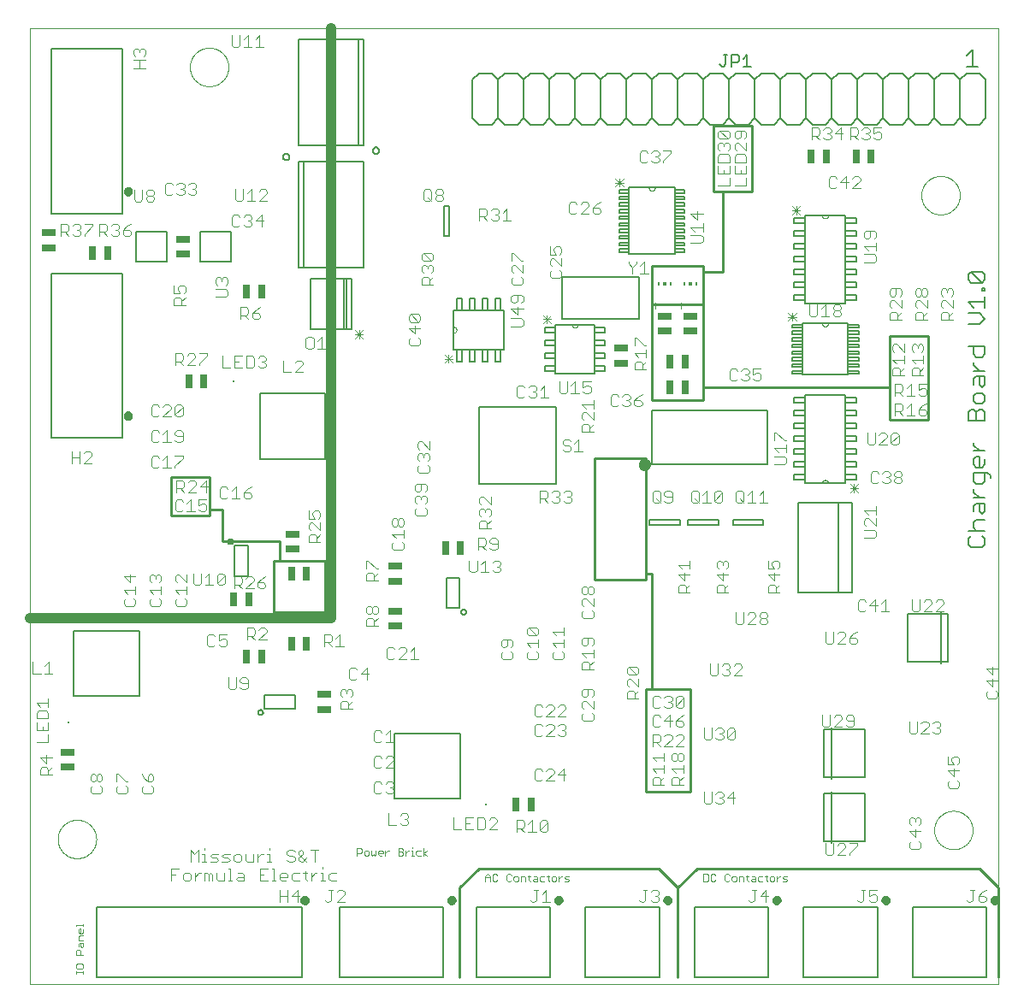
<source format=gto>
G75*
%MOIN*%
%OFA0B0*%
%FSLAX25Y25*%
%IPPOS*%
%LPD*%
%AMOC8*
5,1,8,0,0,1.08239X$1,22.5*
%
%ADD10C,0.00000*%
%ADD11C,0.01000*%
%ADD12C,0.00600*%
%ADD13C,0.00400*%
%ADD14C,0.04000*%
%ADD15C,0.00200*%
%ADD16C,0.01969*%
%ADD17C,0.00500*%
%ADD18R,0.00787X0.00787*%
%ADD19C,0.00300*%
%ADD20R,0.02559X0.05512*%
%ADD21R,0.05512X0.02559*%
%ADD22R,0.00591X0.01181*%
%ADD23R,0.01181X0.01181*%
%ADD24C,0.03150*%
D10*
X0004300Y0051800D02*
X0004300Y0424300D01*
X0381800Y0424300D01*
X0381800Y0051800D01*
X0004300Y0051800D01*
X0015300Y0108300D02*
X0015302Y0108484D01*
X0015309Y0108668D01*
X0015320Y0108852D01*
X0015336Y0109035D01*
X0015356Y0109218D01*
X0015381Y0109400D01*
X0015410Y0109582D01*
X0015444Y0109763D01*
X0015482Y0109943D01*
X0015525Y0110122D01*
X0015572Y0110300D01*
X0015623Y0110477D01*
X0015679Y0110653D01*
X0015738Y0110827D01*
X0015803Y0110999D01*
X0015871Y0111170D01*
X0015943Y0111339D01*
X0016020Y0111507D01*
X0016101Y0111672D01*
X0016186Y0111835D01*
X0016274Y0111997D01*
X0016367Y0112156D01*
X0016464Y0112312D01*
X0016564Y0112467D01*
X0016668Y0112619D01*
X0016776Y0112768D01*
X0016887Y0112914D01*
X0017002Y0113058D01*
X0017121Y0113199D01*
X0017243Y0113337D01*
X0017368Y0113472D01*
X0017497Y0113603D01*
X0017628Y0113732D01*
X0017763Y0113857D01*
X0017901Y0113979D01*
X0018042Y0114098D01*
X0018186Y0114213D01*
X0018332Y0114324D01*
X0018481Y0114432D01*
X0018633Y0114536D01*
X0018788Y0114636D01*
X0018944Y0114733D01*
X0019103Y0114826D01*
X0019265Y0114914D01*
X0019428Y0114999D01*
X0019593Y0115080D01*
X0019761Y0115157D01*
X0019930Y0115229D01*
X0020101Y0115297D01*
X0020273Y0115362D01*
X0020447Y0115421D01*
X0020623Y0115477D01*
X0020800Y0115528D01*
X0020978Y0115575D01*
X0021157Y0115618D01*
X0021337Y0115656D01*
X0021518Y0115690D01*
X0021700Y0115719D01*
X0021882Y0115744D01*
X0022065Y0115764D01*
X0022248Y0115780D01*
X0022432Y0115791D01*
X0022616Y0115798D01*
X0022800Y0115800D01*
X0022984Y0115798D01*
X0023168Y0115791D01*
X0023352Y0115780D01*
X0023535Y0115764D01*
X0023718Y0115744D01*
X0023900Y0115719D01*
X0024082Y0115690D01*
X0024263Y0115656D01*
X0024443Y0115618D01*
X0024622Y0115575D01*
X0024800Y0115528D01*
X0024977Y0115477D01*
X0025153Y0115421D01*
X0025327Y0115362D01*
X0025499Y0115297D01*
X0025670Y0115229D01*
X0025839Y0115157D01*
X0026007Y0115080D01*
X0026172Y0114999D01*
X0026335Y0114914D01*
X0026497Y0114826D01*
X0026656Y0114733D01*
X0026812Y0114636D01*
X0026967Y0114536D01*
X0027119Y0114432D01*
X0027268Y0114324D01*
X0027414Y0114213D01*
X0027558Y0114098D01*
X0027699Y0113979D01*
X0027837Y0113857D01*
X0027972Y0113732D01*
X0028103Y0113603D01*
X0028232Y0113472D01*
X0028357Y0113337D01*
X0028479Y0113199D01*
X0028598Y0113058D01*
X0028713Y0112914D01*
X0028824Y0112768D01*
X0028932Y0112619D01*
X0029036Y0112467D01*
X0029136Y0112312D01*
X0029233Y0112156D01*
X0029326Y0111997D01*
X0029414Y0111835D01*
X0029499Y0111672D01*
X0029580Y0111507D01*
X0029657Y0111339D01*
X0029729Y0111170D01*
X0029797Y0110999D01*
X0029862Y0110827D01*
X0029921Y0110653D01*
X0029977Y0110477D01*
X0030028Y0110300D01*
X0030075Y0110122D01*
X0030118Y0109943D01*
X0030156Y0109763D01*
X0030190Y0109582D01*
X0030219Y0109400D01*
X0030244Y0109218D01*
X0030264Y0109035D01*
X0030280Y0108852D01*
X0030291Y0108668D01*
X0030298Y0108484D01*
X0030300Y0108300D01*
X0030298Y0108116D01*
X0030291Y0107932D01*
X0030280Y0107748D01*
X0030264Y0107565D01*
X0030244Y0107382D01*
X0030219Y0107200D01*
X0030190Y0107018D01*
X0030156Y0106837D01*
X0030118Y0106657D01*
X0030075Y0106478D01*
X0030028Y0106300D01*
X0029977Y0106123D01*
X0029921Y0105947D01*
X0029862Y0105773D01*
X0029797Y0105601D01*
X0029729Y0105430D01*
X0029657Y0105261D01*
X0029580Y0105093D01*
X0029499Y0104928D01*
X0029414Y0104765D01*
X0029326Y0104603D01*
X0029233Y0104444D01*
X0029136Y0104288D01*
X0029036Y0104133D01*
X0028932Y0103981D01*
X0028824Y0103832D01*
X0028713Y0103686D01*
X0028598Y0103542D01*
X0028479Y0103401D01*
X0028357Y0103263D01*
X0028232Y0103128D01*
X0028103Y0102997D01*
X0027972Y0102868D01*
X0027837Y0102743D01*
X0027699Y0102621D01*
X0027558Y0102502D01*
X0027414Y0102387D01*
X0027268Y0102276D01*
X0027119Y0102168D01*
X0026967Y0102064D01*
X0026812Y0101964D01*
X0026656Y0101867D01*
X0026497Y0101774D01*
X0026335Y0101686D01*
X0026172Y0101601D01*
X0026007Y0101520D01*
X0025839Y0101443D01*
X0025670Y0101371D01*
X0025499Y0101303D01*
X0025327Y0101238D01*
X0025153Y0101179D01*
X0024977Y0101123D01*
X0024800Y0101072D01*
X0024622Y0101025D01*
X0024443Y0100982D01*
X0024263Y0100944D01*
X0024082Y0100910D01*
X0023900Y0100881D01*
X0023718Y0100856D01*
X0023535Y0100836D01*
X0023352Y0100820D01*
X0023168Y0100809D01*
X0022984Y0100802D01*
X0022800Y0100800D01*
X0022616Y0100802D01*
X0022432Y0100809D01*
X0022248Y0100820D01*
X0022065Y0100836D01*
X0021882Y0100856D01*
X0021700Y0100881D01*
X0021518Y0100910D01*
X0021337Y0100944D01*
X0021157Y0100982D01*
X0020978Y0101025D01*
X0020800Y0101072D01*
X0020623Y0101123D01*
X0020447Y0101179D01*
X0020273Y0101238D01*
X0020101Y0101303D01*
X0019930Y0101371D01*
X0019761Y0101443D01*
X0019593Y0101520D01*
X0019428Y0101601D01*
X0019265Y0101686D01*
X0019103Y0101774D01*
X0018944Y0101867D01*
X0018788Y0101964D01*
X0018633Y0102064D01*
X0018481Y0102168D01*
X0018332Y0102276D01*
X0018186Y0102387D01*
X0018042Y0102502D01*
X0017901Y0102621D01*
X0017763Y0102743D01*
X0017628Y0102868D01*
X0017497Y0102997D01*
X0017368Y0103128D01*
X0017243Y0103263D01*
X0017121Y0103401D01*
X0017002Y0103542D01*
X0016887Y0103686D01*
X0016776Y0103832D01*
X0016668Y0103981D01*
X0016564Y0104133D01*
X0016464Y0104288D01*
X0016367Y0104444D01*
X0016274Y0104603D01*
X0016186Y0104765D01*
X0016101Y0104928D01*
X0016020Y0105093D01*
X0015943Y0105261D01*
X0015871Y0105430D01*
X0015803Y0105601D01*
X0015738Y0105773D01*
X0015679Y0105947D01*
X0015623Y0106123D01*
X0015572Y0106300D01*
X0015525Y0106478D01*
X0015482Y0106657D01*
X0015444Y0106837D01*
X0015410Y0107018D01*
X0015381Y0107200D01*
X0015356Y0107382D01*
X0015336Y0107565D01*
X0015320Y0107748D01*
X0015309Y0107932D01*
X0015302Y0108116D01*
X0015300Y0108300D01*
X0169500Y0305600D02*
X0169568Y0305605D01*
X0169636Y0305614D01*
X0169704Y0305626D01*
X0169770Y0305643D01*
X0169836Y0305663D01*
X0169900Y0305687D01*
X0169963Y0305714D01*
X0170024Y0305745D01*
X0170084Y0305780D01*
X0170141Y0305818D01*
X0170196Y0305859D01*
X0170248Y0305903D01*
X0170298Y0305950D01*
X0170345Y0306000D01*
X0170390Y0306052D01*
X0170431Y0306107D01*
X0170469Y0306164D01*
X0170503Y0306223D01*
X0170535Y0306284D01*
X0170562Y0306347D01*
X0170586Y0306411D01*
X0170607Y0306477D01*
X0170623Y0306543D01*
X0170636Y0306611D01*
X0170645Y0306679D01*
X0170650Y0306747D01*
X0170651Y0306816D01*
X0170648Y0306884D01*
X0170641Y0306953D01*
X0170631Y0307020D01*
X0170616Y0307087D01*
X0170598Y0307153D01*
X0170576Y0307218D01*
X0170550Y0307282D01*
X0170521Y0307344D01*
X0170488Y0307404D01*
X0170452Y0307462D01*
X0170412Y0307519D01*
X0170370Y0307572D01*
X0170324Y0307624D01*
X0170276Y0307672D01*
X0170225Y0307718D01*
X0170171Y0307761D01*
X0170115Y0307800D01*
X0170057Y0307837D01*
X0169997Y0307869D01*
X0169935Y0307899D01*
X0169871Y0307925D01*
X0169806Y0307947D01*
X0169740Y0307965D01*
X0169673Y0307980D01*
X0169605Y0307991D01*
X0169537Y0307998D01*
X0169469Y0308001D01*
X0169400Y0308000D01*
X0215600Y0308900D02*
X0215605Y0308832D01*
X0215614Y0308764D01*
X0215626Y0308696D01*
X0215643Y0308630D01*
X0215663Y0308564D01*
X0215687Y0308500D01*
X0215714Y0308437D01*
X0215745Y0308376D01*
X0215780Y0308316D01*
X0215818Y0308259D01*
X0215859Y0308204D01*
X0215903Y0308152D01*
X0215950Y0308102D01*
X0216000Y0308055D01*
X0216052Y0308010D01*
X0216107Y0307969D01*
X0216164Y0307931D01*
X0216223Y0307897D01*
X0216284Y0307865D01*
X0216347Y0307838D01*
X0216411Y0307814D01*
X0216477Y0307793D01*
X0216543Y0307777D01*
X0216611Y0307764D01*
X0216679Y0307755D01*
X0216747Y0307750D01*
X0216816Y0307749D01*
X0216884Y0307752D01*
X0216953Y0307759D01*
X0217020Y0307769D01*
X0217087Y0307784D01*
X0217153Y0307802D01*
X0217218Y0307824D01*
X0217282Y0307850D01*
X0217344Y0307879D01*
X0217404Y0307912D01*
X0217462Y0307948D01*
X0217519Y0307988D01*
X0217572Y0308030D01*
X0217624Y0308076D01*
X0217672Y0308124D01*
X0217718Y0308175D01*
X0217761Y0308229D01*
X0217800Y0308285D01*
X0217837Y0308343D01*
X0217869Y0308403D01*
X0217899Y0308465D01*
X0217925Y0308529D01*
X0217947Y0308594D01*
X0217965Y0308660D01*
X0217980Y0308727D01*
X0217991Y0308795D01*
X0217998Y0308863D01*
X0218001Y0308931D01*
X0218000Y0309000D01*
X0245600Y0362300D02*
X0245602Y0362231D01*
X0245608Y0362163D01*
X0245618Y0362095D01*
X0245631Y0362028D01*
X0245649Y0361962D01*
X0245670Y0361897D01*
X0245695Y0361833D01*
X0245723Y0361771D01*
X0245755Y0361710D01*
X0245790Y0361651D01*
X0245829Y0361595D01*
X0245871Y0361540D01*
X0245916Y0361489D01*
X0245964Y0361439D01*
X0246014Y0361393D01*
X0246067Y0361350D01*
X0246123Y0361309D01*
X0246180Y0361272D01*
X0246240Y0361239D01*
X0246302Y0361208D01*
X0246365Y0361182D01*
X0246429Y0361159D01*
X0246495Y0361139D01*
X0246562Y0361124D01*
X0246629Y0361112D01*
X0246697Y0361104D01*
X0246766Y0361100D01*
X0246834Y0361100D01*
X0246903Y0361104D01*
X0246971Y0361112D01*
X0247038Y0361124D01*
X0247105Y0361139D01*
X0247171Y0361159D01*
X0247235Y0361182D01*
X0247298Y0361208D01*
X0247360Y0361239D01*
X0247420Y0361272D01*
X0247477Y0361309D01*
X0247533Y0361350D01*
X0247586Y0361393D01*
X0247636Y0361439D01*
X0247684Y0361489D01*
X0247729Y0361540D01*
X0247771Y0361595D01*
X0247810Y0361651D01*
X0247845Y0361710D01*
X0247877Y0361771D01*
X0247905Y0361833D01*
X0247930Y0361897D01*
X0247951Y0361962D01*
X0247969Y0362028D01*
X0247982Y0362095D01*
X0247992Y0362163D01*
X0247998Y0362231D01*
X0248000Y0362300D01*
X0313100Y0351500D02*
X0313102Y0351431D01*
X0313108Y0351363D01*
X0313118Y0351295D01*
X0313131Y0351228D01*
X0313149Y0351162D01*
X0313170Y0351097D01*
X0313195Y0351033D01*
X0313223Y0350971D01*
X0313255Y0350910D01*
X0313290Y0350851D01*
X0313329Y0350795D01*
X0313371Y0350740D01*
X0313416Y0350689D01*
X0313464Y0350639D01*
X0313514Y0350593D01*
X0313567Y0350550D01*
X0313623Y0350509D01*
X0313680Y0350472D01*
X0313740Y0350439D01*
X0313802Y0350408D01*
X0313865Y0350382D01*
X0313929Y0350359D01*
X0313995Y0350339D01*
X0314062Y0350324D01*
X0314129Y0350312D01*
X0314197Y0350304D01*
X0314266Y0350300D01*
X0314334Y0350300D01*
X0314403Y0350304D01*
X0314471Y0350312D01*
X0314538Y0350324D01*
X0314605Y0350339D01*
X0314671Y0350359D01*
X0314735Y0350382D01*
X0314798Y0350408D01*
X0314860Y0350439D01*
X0314920Y0350472D01*
X0314977Y0350509D01*
X0315033Y0350550D01*
X0315086Y0350593D01*
X0315136Y0350639D01*
X0315184Y0350689D01*
X0315229Y0350740D01*
X0315271Y0350795D01*
X0315310Y0350851D01*
X0315345Y0350910D01*
X0315377Y0350971D01*
X0315405Y0351033D01*
X0315430Y0351097D01*
X0315451Y0351162D01*
X0315469Y0351228D01*
X0315482Y0351295D01*
X0315492Y0351363D01*
X0315498Y0351431D01*
X0315500Y0351500D01*
X0315498Y0351431D01*
X0315492Y0351363D01*
X0315482Y0351295D01*
X0315469Y0351228D01*
X0315451Y0351162D01*
X0315430Y0351097D01*
X0315405Y0351033D01*
X0315377Y0350971D01*
X0315345Y0350910D01*
X0315310Y0350851D01*
X0315271Y0350795D01*
X0315229Y0350740D01*
X0315184Y0350689D01*
X0315136Y0350639D01*
X0315086Y0350593D01*
X0315033Y0350550D01*
X0314977Y0350509D01*
X0314920Y0350472D01*
X0314860Y0350439D01*
X0314798Y0350408D01*
X0314735Y0350382D01*
X0314671Y0350359D01*
X0314605Y0350339D01*
X0314538Y0350324D01*
X0314471Y0350312D01*
X0314403Y0350304D01*
X0314334Y0350300D01*
X0314266Y0350300D01*
X0314197Y0350304D01*
X0314129Y0350312D01*
X0314062Y0350324D01*
X0313995Y0350339D01*
X0313929Y0350359D01*
X0313865Y0350382D01*
X0313802Y0350408D01*
X0313740Y0350439D01*
X0313680Y0350472D01*
X0313623Y0350509D01*
X0313567Y0350550D01*
X0313514Y0350593D01*
X0313464Y0350639D01*
X0313416Y0350689D01*
X0313371Y0350740D01*
X0313329Y0350795D01*
X0313290Y0350851D01*
X0313255Y0350910D01*
X0313223Y0350971D01*
X0313195Y0351033D01*
X0313170Y0351097D01*
X0313149Y0351162D01*
X0313131Y0351228D01*
X0313118Y0351295D01*
X0313108Y0351363D01*
X0313102Y0351431D01*
X0313100Y0351500D01*
X0313102Y0351431D01*
X0313108Y0351363D01*
X0313118Y0351295D01*
X0313131Y0351228D01*
X0313149Y0351162D01*
X0313170Y0351097D01*
X0313195Y0351033D01*
X0313223Y0350971D01*
X0313255Y0350910D01*
X0313290Y0350851D01*
X0313329Y0350795D01*
X0313371Y0350740D01*
X0313416Y0350689D01*
X0313464Y0350639D01*
X0313514Y0350593D01*
X0313567Y0350550D01*
X0313623Y0350509D01*
X0313680Y0350472D01*
X0313740Y0350439D01*
X0313802Y0350408D01*
X0313865Y0350382D01*
X0313929Y0350359D01*
X0313995Y0350339D01*
X0314062Y0350324D01*
X0314129Y0350312D01*
X0314197Y0350304D01*
X0314266Y0350300D01*
X0314334Y0350300D01*
X0314403Y0350304D01*
X0314471Y0350312D01*
X0314538Y0350324D01*
X0314605Y0350339D01*
X0314671Y0350359D01*
X0314735Y0350382D01*
X0314798Y0350408D01*
X0314860Y0350439D01*
X0314920Y0350472D01*
X0314977Y0350509D01*
X0315033Y0350550D01*
X0315086Y0350593D01*
X0315136Y0350639D01*
X0315184Y0350689D01*
X0315229Y0350740D01*
X0315271Y0350795D01*
X0315310Y0350851D01*
X0315345Y0350910D01*
X0315377Y0350971D01*
X0315405Y0351033D01*
X0315430Y0351097D01*
X0315451Y0351162D01*
X0315469Y0351228D01*
X0315482Y0351295D01*
X0315492Y0351363D01*
X0315498Y0351431D01*
X0315500Y0351500D01*
X0315498Y0351431D01*
X0315492Y0351363D01*
X0315482Y0351295D01*
X0315469Y0351228D01*
X0315451Y0351162D01*
X0315430Y0351097D01*
X0315405Y0351033D01*
X0315377Y0350971D01*
X0315345Y0350910D01*
X0315310Y0350851D01*
X0315271Y0350795D01*
X0315229Y0350740D01*
X0315184Y0350689D01*
X0315136Y0350639D01*
X0315086Y0350593D01*
X0315033Y0350550D01*
X0314977Y0350509D01*
X0314920Y0350472D01*
X0314860Y0350439D01*
X0314798Y0350408D01*
X0314735Y0350382D01*
X0314671Y0350359D01*
X0314605Y0350339D01*
X0314538Y0350324D01*
X0314471Y0350312D01*
X0314403Y0350304D01*
X0314334Y0350300D01*
X0314266Y0350300D01*
X0314197Y0350304D01*
X0314129Y0350312D01*
X0314062Y0350324D01*
X0313995Y0350339D01*
X0313929Y0350359D01*
X0313865Y0350382D01*
X0313802Y0350408D01*
X0313740Y0350439D01*
X0313680Y0350472D01*
X0313623Y0350509D01*
X0313567Y0350550D01*
X0313514Y0350593D01*
X0313464Y0350639D01*
X0313416Y0350689D01*
X0313371Y0350740D01*
X0313329Y0350795D01*
X0313290Y0350851D01*
X0313255Y0350910D01*
X0313223Y0350971D01*
X0313195Y0351033D01*
X0313170Y0351097D01*
X0313149Y0351162D01*
X0313131Y0351228D01*
X0313118Y0351295D01*
X0313108Y0351363D01*
X0313102Y0351431D01*
X0313100Y0351500D01*
X0313102Y0351431D01*
X0313108Y0351363D01*
X0313118Y0351295D01*
X0313131Y0351228D01*
X0313149Y0351162D01*
X0313170Y0351097D01*
X0313195Y0351033D01*
X0313223Y0350971D01*
X0313255Y0350910D01*
X0313290Y0350851D01*
X0313329Y0350795D01*
X0313371Y0350740D01*
X0313416Y0350689D01*
X0313464Y0350639D01*
X0313514Y0350593D01*
X0313567Y0350550D01*
X0313623Y0350509D01*
X0313680Y0350472D01*
X0313740Y0350439D01*
X0313802Y0350408D01*
X0313865Y0350382D01*
X0313929Y0350359D01*
X0313995Y0350339D01*
X0314062Y0350324D01*
X0314129Y0350312D01*
X0314197Y0350304D01*
X0314266Y0350300D01*
X0314334Y0350300D01*
X0314403Y0350304D01*
X0314471Y0350312D01*
X0314538Y0350324D01*
X0314605Y0350339D01*
X0314671Y0350359D01*
X0314735Y0350382D01*
X0314798Y0350408D01*
X0314860Y0350439D01*
X0314920Y0350472D01*
X0314977Y0350509D01*
X0315033Y0350550D01*
X0315086Y0350593D01*
X0315136Y0350639D01*
X0315184Y0350689D01*
X0315229Y0350740D01*
X0315271Y0350795D01*
X0315310Y0350851D01*
X0315345Y0350910D01*
X0315377Y0350971D01*
X0315405Y0351033D01*
X0315430Y0351097D01*
X0315451Y0351162D01*
X0315469Y0351228D01*
X0315482Y0351295D01*
X0315492Y0351363D01*
X0315498Y0351431D01*
X0315500Y0351500D01*
X0315498Y0351431D01*
X0315492Y0351363D01*
X0315482Y0351295D01*
X0315469Y0351228D01*
X0315451Y0351162D01*
X0315430Y0351097D01*
X0315405Y0351033D01*
X0315377Y0350971D01*
X0315345Y0350910D01*
X0315310Y0350851D01*
X0315271Y0350795D01*
X0315229Y0350740D01*
X0315184Y0350689D01*
X0315136Y0350639D01*
X0315086Y0350593D01*
X0315033Y0350550D01*
X0314977Y0350509D01*
X0314920Y0350472D01*
X0314860Y0350439D01*
X0314798Y0350408D01*
X0314735Y0350382D01*
X0314671Y0350359D01*
X0314605Y0350339D01*
X0314538Y0350324D01*
X0314471Y0350312D01*
X0314403Y0350304D01*
X0314334Y0350300D01*
X0314266Y0350300D01*
X0314197Y0350304D01*
X0314129Y0350312D01*
X0314062Y0350324D01*
X0313995Y0350339D01*
X0313929Y0350359D01*
X0313865Y0350382D01*
X0313802Y0350408D01*
X0313740Y0350439D01*
X0313680Y0350472D01*
X0313623Y0350509D01*
X0313567Y0350550D01*
X0313514Y0350593D01*
X0313464Y0350639D01*
X0313416Y0350689D01*
X0313371Y0350740D01*
X0313329Y0350795D01*
X0313290Y0350851D01*
X0313255Y0350910D01*
X0313223Y0350971D01*
X0313195Y0351033D01*
X0313170Y0351097D01*
X0313149Y0351162D01*
X0313131Y0351228D01*
X0313118Y0351295D01*
X0313108Y0351363D01*
X0313102Y0351431D01*
X0313100Y0351500D01*
X0313102Y0351431D01*
X0313108Y0351363D01*
X0313118Y0351295D01*
X0313131Y0351228D01*
X0313149Y0351162D01*
X0313170Y0351097D01*
X0313195Y0351033D01*
X0313223Y0350971D01*
X0313255Y0350910D01*
X0313290Y0350851D01*
X0313329Y0350795D01*
X0313371Y0350740D01*
X0313416Y0350689D01*
X0313464Y0350639D01*
X0313514Y0350593D01*
X0313567Y0350550D01*
X0313623Y0350509D01*
X0313680Y0350472D01*
X0313740Y0350439D01*
X0313802Y0350408D01*
X0313865Y0350382D01*
X0313929Y0350359D01*
X0313995Y0350339D01*
X0314062Y0350324D01*
X0314129Y0350312D01*
X0314197Y0350304D01*
X0314266Y0350300D01*
X0314334Y0350300D01*
X0314403Y0350304D01*
X0314471Y0350312D01*
X0314538Y0350324D01*
X0314605Y0350339D01*
X0314671Y0350359D01*
X0314735Y0350382D01*
X0314798Y0350408D01*
X0314860Y0350439D01*
X0314920Y0350472D01*
X0314977Y0350509D01*
X0315033Y0350550D01*
X0315086Y0350593D01*
X0315136Y0350639D01*
X0315184Y0350689D01*
X0315229Y0350740D01*
X0315271Y0350795D01*
X0315310Y0350851D01*
X0315345Y0350910D01*
X0315377Y0350971D01*
X0315405Y0351033D01*
X0315430Y0351097D01*
X0315451Y0351162D01*
X0315469Y0351228D01*
X0315482Y0351295D01*
X0315492Y0351363D01*
X0315498Y0351431D01*
X0315500Y0351500D01*
X0351800Y0359300D02*
X0351802Y0359484D01*
X0351809Y0359668D01*
X0351820Y0359852D01*
X0351836Y0360035D01*
X0351856Y0360218D01*
X0351881Y0360400D01*
X0351910Y0360582D01*
X0351944Y0360763D01*
X0351982Y0360943D01*
X0352025Y0361122D01*
X0352072Y0361300D01*
X0352123Y0361477D01*
X0352179Y0361653D01*
X0352238Y0361827D01*
X0352303Y0361999D01*
X0352371Y0362170D01*
X0352443Y0362339D01*
X0352520Y0362507D01*
X0352601Y0362672D01*
X0352686Y0362835D01*
X0352774Y0362997D01*
X0352867Y0363156D01*
X0352964Y0363312D01*
X0353064Y0363467D01*
X0353168Y0363619D01*
X0353276Y0363768D01*
X0353387Y0363914D01*
X0353502Y0364058D01*
X0353621Y0364199D01*
X0353743Y0364337D01*
X0353868Y0364472D01*
X0353997Y0364603D01*
X0354128Y0364732D01*
X0354263Y0364857D01*
X0354401Y0364979D01*
X0354542Y0365098D01*
X0354686Y0365213D01*
X0354832Y0365324D01*
X0354981Y0365432D01*
X0355133Y0365536D01*
X0355288Y0365636D01*
X0355444Y0365733D01*
X0355603Y0365826D01*
X0355765Y0365914D01*
X0355928Y0365999D01*
X0356093Y0366080D01*
X0356261Y0366157D01*
X0356430Y0366229D01*
X0356601Y0366297D01*
X0356773Y0366362D01*
X0356947Y0366421D01*
X0357123Y0366477D01*
X0357300Y0366528D01*
X0357478Y0366575D01*
X0357657Y0366618D01*
X0357837Y0366656D01*
X0358018Y0366690D01*
X0358200Y0366719D01*
X0358382Y0366744D01*
X0358565Y0366764D01*
X0358748Y0366780D01*
X0358932Y0366791D01*
X0359116Y0366798D01*
X0359300Y0366800D01*
X0359484Y0366798D01*
X0359668Y0366791D01*
X0359852Y0366780D01*
X0360035Y0366764D01*
X0360218Y0366744D01*
X0360400Y0366719D01*
X0360582Y0366690D01*
X0360763Y0366656D01*
X0360943Y0366618D01*
X0361122Y0366575D01*
X0361300Y0366528D01*
X0361477Y0366477D01*
X0361653Y0366421D01*
X0361827Y0366362D01*
X0361999Y0366297D01*
X0362170Y0366229D01*
X0362339Y0366157D01*
X0362507Y0366080D01*
X0362672Y0365999D01*
X0362835Y0365914D01*
X0362997Y0365826D01*
X0363156Y0365733D01*
X0363312Y0365636D01*
X0363467Y0365536D01*
X0363619Y0365432D01*
X0363768Y0365324D01*
X0363914Y0365213D01*
X0364058Y0365098D01*
X0364199Y0364979D01*
X0364337Y0364857D01*
X0364472Y0364732D01*
X0364603Y0364603D01*
X0364732Y0364472D01*
X0364857Y0364337D01*
X0364979Y0364199D01*
X0365098Y0364058D01*
X0365213Y0363914D01*
X0365324Y0363768D01*
X0365432Y0363619D01*
X0365536Y0363467D01*
X0365636Y0363312D01*
X0365733Y0363156D01*
X0365826Y0362997D01*
X0365914Y0362835D01*
X0365999Y0362672D01*
X0366080Y0362507D01*
X0366157Y0362339D01*
X0366229Y0362170D01*
X0366297Y0361999D01*
X0366362Y0361827D01*
X0366421Y0361653D01*
X0366477Y0361477D01*
X0366528Y0361300D01*
X0366575Y0361122D01*
X0366618Y0360943D01*
X0366656Y0360763D01*
X0366690Y0360582D01*
X0366719Y0360400D01*
X0366744Y0360218D01*
X0366764Y0360035D01*
X0366780Y0359852D01*
X0366791Y0359668D01*
X0366798Y0359484D01*
X0366800Y0359300D01*
X0366798Y0359116D01*
X0366791Y0358932D01*
X0366780Y0358748D01*
X0366764Y0358565D01*
X0366744Y0358382D01*
X0366719Y0358200D01*
X0366690Y0358018D01*
X0366656Y0357837D01*
X0366618Y0357657D01*
X0366575Y0357478D01*
X0366528Y0357300D01*
X0366477Y0357123D01*
X0366421Y0356947D01*
X0366362Y0356773D01*
X0366297Y0356601D01*
X0366229Y0356430D01*
X0366157Y0356261D01*
X0366080Y0356093D01*
X0365999Y0355928D01*
X0365914Y0355765D01*
X0365826Y0355603D01*
X0365733Y0355444D01*
X0365636Y0355288D01*
X0365536Y0355133D01*
X0365432Y0354981D01*
X0365324Y0354832D01*
X0365213Y0354686D01*
X0365098Y0354542D01*
X0364979Y0354401D01*
X0364857Y0354263D01*
X0364732Y0354128D01*
X0364603Y0353997D01*
X0364472Y0353868D01*
X0364337Y0353743D01*
X0364199Y0353621D01*
X0364058Y0353502D01*
X0363914Y0353387D01*
X0363768Y0353276D01*
X0363619Y0353168D01*
X0363467Y0353064D01*
X0363312Y0352964D01*
X0363156Y0352867D01*
X0362997Y0352774D01*
X0362835Y0352686D01*
X0362672Y0352601D01*
X0362507Y0352520D01*
X0362339Y0352443D01*
X0362170Y0352371D01*
X0361999Y0352303D01*
X0361827Y0352238D01*
X0361653Y0352179D01*
X0361477Y0352123D01*
X0361300Y0352072D01*
X0361122Y0352025D01*
X0360943Y0351982D01*
X0360763Y0351944D01*
X0360582Y0351910D01*
X0360400Y0351881D01*
X0360218Y0351856D01*
X0360035Y0351836D01*
X0359852Y0351820D01*
X0359668Y0351809D01*
X0359484Y0351802D01*
X0359300Y0351800D01*
X0359116Y0351802D01*
X0358932Y0351809D01*
X0358748Y0351820D01*
X0358565Y0351836D01*
X0358382Y0351856D01*
X0358200Y0351881D01*
X0358018Y0351910D01*
X0357837Y0351944D01*
X0357657Y0351982D01*
X0357478Y0352025D01*
X0357300Y0352072D01*
X0357123Y0352123D01*
X0356947Y0352179D01*
X0356773Y0352238D01*
X0356601Y0352303D01*
X0356430Y0352371D01*
X0356261Y0352443D01*
X0356093Y0352520D01*
X0355928Y0352601D01*
X0355765Y0352686D01*
X0355603Y0352774D01*
X0355444Y0352867D01*
X0355288Y0352964D01*
X0355133Y0353064D01*
X0354981Y0353168D01*
X0354832Y0353276D01*
X0354686Y0353387D01*
X0354542Y0353502D01*
X0354401Y0353621D01*
X0354263Y0353743D01*
X0354128Y0353868D01*
X0353997Y0353997D01*
X0353868Y0354128D01*
X0353743Y0354263D01*
X0353621Y0354401D01*
X0353502Y0354542D01*
X0353387Y0354686D01*
X0353276Y0354832D01*
X0353168Y0354981D01*
X0353064Y0355133D01*
X0352964Y0355288D01*
X0352867Y0355444D01*
X0352774Y0355603D01*
X0352686Y0355765D01*
X0352601Y0355928D01*
X0352520Y0356093D01*
X0352443Y0356261D01*
X0352371Y0356430D01*
X0352303Y0356601D01*
X0352238Y0356773D01*
X0352179Y0356947D01*
X0352123Y0357123D01*
X0352072Y0357300D01*
X0352025Y0357478D01*
X0351982Y0357657D01*
X0351944Y0357837D01*
X0351910Y0358018D01*
X0351881Y0358200D01*
X0351856Y0358382D01*
X0351836Y0358565D01*
X0351820Y0358748D01*
X0351809Y0358932D01*
X0351802Y0359116D01*
X0351800Y0359300D01*
X0315500Y0309400D02*
X0315501Y0309331D01*
X0315498Y0309263D01*
X0315491Y0309195D01*
X0315480Y0309127D01*
X0315465Y0309060D01*
X0315447Y0308994D01*
X0315425Y0308929D01*
X0315399Y0308865D01*
X0315369Y0308803D01*
X0315337Y0308743D01*
X0315300Y0308685D01*
X0315261Y0308629D01*
X0315218Y0308575D01*
X0315172Y0308524D01*
X0315124Y0308476D01*
X0315072Y0308430D01*
X0315019Y0308388D01*
X0314962Y0308348D01*
X0314904Y0308312D01*
X0314844Y0308279D01*
X0314782Y0308250D01*
X0314718Y0308224D01*
X0314653Y0308202D01*
X0314587Y0308184D01*
X0314520Y0308169D01*
X0314453Y0308159D01*
X0314384Y0308152D01*
X0314316Y0308149D01*
X0314247Y0308150D01*
X0314179Y0308155D01*
X0314111Y0308164D01*
X0314043Y0308177D01*
X0313977Y0308193D01*
X0313911Y0308214D01*
X0313847Y0308238D01*
X0313784Y0308265D01*
X0313723Y0308297D01*
X0313664Y0308331D01*
X0313607Y0308369D01*
X0313552Y0308410D01*
X0313500Y0308455D01*
X0313450Y0308502D01*
X0313403Y0308552D01*
X0313359Y0308604D01*
X0313318Y0308659D01*
X0313280Y0308716D01*
X0313245Y0308776D01*
X0313214Y0308837D01*
X0313187Y0308900D01*
X0313163Y0308964D01*
X0313143Y0309030D01*
X0313126Y0309096D01*
X0313114Y0309164D01*
X0313105Y0309232D01*
X0313100Y0309300D01*
X0313100Y0247100D02*
X0313102Y0247169D01*
X0313108Y0247237D01*
X0313118Y0247305D01*
X0313131Y0247372D01*
X0313149Y0247438D01*
X0313170Y0247503D01*
X0313195Y0247567D01*
X0313223Y0247629D01*
X0313255Y0247690D01*
X0313290Y0247749D01*
X0313329Y0247805D01*
X0313371Y0247860D01*
X0313416Y0247911D01*
X0313464Y0247961D01*
X0313514Y0248007D01*
X0313567Y0248050D01*
X0313623Y0248091D01*
X0313680Y0248128D01*
X0313740Y0248161D01*
X0313802Y0248192D01*
X0313865Y0248218D01*
X0313929Y0248241D01*
X0313995Y0248261D01*
X0314062Y0248276D01*
X0314129Y0248288D01*
X0314197Y0248296D01*
X0314266Y0248300D01*
X0314334Y0248300D01*
X0314403Y0248296D01*
X0314471Y0248288D01*
X0314538Y0248276D01*
X0314605Y0248261D01*
X0314671Y0248241D01*
X0314735Y0248218D01*
X0314798Y0248192D01*
X0314860Y0248161D01*
X0314920Y0248128D01*
X0314977Y0248091D01*
X0315033Y0248050D01*
X0315086Y0248007D01*
X0315136Y0247961D01*
X0315184Y0247911D01*
X0315229Y0247860D01*
X0315271Y0247805D01*
X0315310Y0247749D01*
X0315345Y0247690D01*
X0315377Y0247629D01*
X0315405Y0247567D01*
X0315430Y0247503D01*
X0315451Y0247438D01*
X0315469Y0247372D01*
X0315482Y0247305D01*
X0315492Y0247237D01*
X0315498Y0247169D01*
X0315500Y0247100D01*
X0315498Y0247169D01*
X0315492Y0247237D01*
X0315482Y0247305D01*
X0315469Y0247372D01*
X0315451Y0247438D01*
X0315430Y0247503D01*
X0315405Y0247567D01*
X0315377Y0247629D01*
X0315345Y0247690D01*
X0315310Y0247749D01*
X0315271Y0247805D01*
X0315229Y0247860D01*
X0315184Y0247911D01*
X0315136Y0247961D01*
X0315086Y0248007D01*
X0315033Y0248050D01*
X0314977Y0248091D01*
X0314920Y0248128D01*
X0314860Y0248161D01*
X0314798Y0248192D01*
X0314735Y0248218D01*
X0314671Y0248241D01*
X0314605Y0248261D01*
X0314538Y0248276D01*
X0314471Y0248288D01*
X0314403Y0248296D01*
X0314334Y0248300D01*
X0314266Y0248300D01*
X0314197Y0248296D01*
X0314129Y0248288D01*
X0314062Y0248276D01*
X0313995Y0248261D01*
X0313929Y0248241D01*
X0313865Y0248218D01*
X0313802Y0248192D01*
X0313740Y0248161D01*
X0313680Y0248128D01*
X0313623Y0248091D01*
X0313567Y0248050D01*
X0313514Y0248007D01*
X0313464Y0247961D01*
X0313416Y0247911D01*
X0313371Y0247860D01*
X0313329Y0247805D01*
X0313290Y0247749D01*
X0313255Y0247690D01*
X0313223Y0247629D01*
X0313195Y0247567D01*
X0313170Y0247503D01*
X0313149Y0247438D01*
X0313131Y0247372D01*
X0313118Y0247305D01*
X0313108Y0247237D01*
X0313102Y0247169D01*
X0313100Y0247100D01*
X0313102Y0247169D01*
X0313108Y0247237D01*
X0313118Y0247305D01*
X0313131Y0247372D01*
X0313149Y0247438D01*
X0313170Y0247503D01*
X0313195Y0247567D01*
X0313223Y0247629D01*
X0313255Y0247690D01*
X0313290Y0247749D01*
X0313329Y0247805D01*
X0313371Y0247860D01*
X0313416Y0247911D01*
X0313464Y0247961D01*
X0313514Y0248007D01*
X0313567Y0248050D01*
X0313623Y0248091D01*
X0313680Y0248128D01*
X0313740Y0248161D01*
X0313802Y0248192D01*
X0313865Y0248218D01*
X0313929Y0248241D01*
X0313995Y0248261D01*
X0314062Y0248276D01*
X0314129Y0248288D01*
X0314197Y0248296D01*
X0314266Y0248300D01*
X0314334Y0248300D01*
X0314403Y0248296D01*
X0314471Y0248288D01*
X0314538Y0248276D01*
X0314605Y0248261D01*
X0314671Y0248241D01*
X0314735Y0248218D01*
X0314798Y0248192D01*
X0314860Y0248161D01*
X0314920Y0248128D01*
X0314977Y0248091D01*
X0315033Y0248050D01*
X0315086Y0248007D01*
X0315136Y0247961D01*
X0315184Y0247911D01*
X0315229Y0247860D01*
X0315271Y0247805D01*
X0315310Y0247749D01*
X0315345Y0247690D01*
X0315377Y0247629D01*
X0315405Y0247567D01*
X0315430Y0247503D01*
X0315451Y0247438D01*
X0315469Y0247372D01*
X0315482Y0247305D01*
X0315492Y0247237D01*
X0315498Y0247169D01*
X0315500Y0247100D01*
X0315498Y0247169D01*
X0315492Y0247237D01*
X0315482Y0247305D01*
X0315469Y0247372D01*
X0315451Y0247438D01*
X0315430Y0247503D01*
X0315405Y0247567D01*
X0315377Y0247629D01*
X0315345Y0247690D01*
X0315310Y0247749D01*
X0315271Y0247805D01*
X0315229Y0247860D01*
X0315184Y0247911D01*
X0315136Y0247961D01*
X0315086Y0248007D01*
X0315033Y0248050D01*
X0314977Y0248091D01*
X0314920Y0248128D01*
X0314860Y0248161D01*
X0314798Y0248192D01*
X0314735Y0248218D01*
X0314671Y0248241D01*
X0314605Y0248261D01*
X0314538Y0248276D01*
X0314471Y0248288D01*
X0314403Y0248296D01*
X0314334Y0248300D01*
X0314266Y0248300D01*
X0314197Y0248296D01*
X0314129Y0248288D01*
X0314062Y0248276D01*
X0313995Y0248261D01*
X0313929Y0248241D01*
X0313865Y0248218D01*
X0313802Y0248192D01*
X0313740Y0248161D01*
X0313680Y0248128D01*
X0313623Y0248091D01*
X0313567Y0248050D01*
X0313514Y0248007D01*
X0313464Y0247961D01*
X0313416Y0247911D01*
X0313371Y0247860D01*
X0313329Y0247805D01*
X0313290Y0247749D01*
X0313255Y0247690D01*
X0313223Y0247629D01*
X0313195Y0247567D01*
X0313170Y0247503D01*
X0313149Y0247438D01*
X0313131Y0247372D01*
X0313118Y0247305D01*
X0313108Y0247237D01*
X0313102Y0247169D01*
X0313100Y0247100D01*
X0313102Y0247169D01*
X0313108Y0247237D01*
X0313118Y0247305D01*
X0313131Y0247372D01*
X0313149Y0247438D01*
X0313170Y0247503D01*
X0313195Y0247567D01*
X0313223Y0247629D01*
X0313255Y0247690D01*
X0313290Y0247749D01*
X0313329Y0247805D01*
X0313371Y0247860D01*
X0313416Y0247911D01*
X0313464Y0247961D01*
X0313514Y0248007D01*
X0313567Y0248050D01*
X0313623Y0248091D01*
X0313680Y0248128D01*
X0313740Y0248161D01*
X0313802Y0248192D01*
X0313865Y0248218D01*
X0313929Y0248241D01*
X0313995Y0248261D01*
X0314062Y0248276D01*
X0314129Y0248288D01*
X0314197Y0248296D01*
X0314266Y0248300D01*
X0314334Y0248300D01*
X0314403Y0248296D01*
X0314471Y0248288D01*
X0314538Y0248276D01*
X0314605Y0248261D01*
X0314671Y0248241D01*
X0314735Y0248218D01*
X0314798Y0248192D01*
X0314860Y0248161D01*
X0314920Y0248128D01*
X0314977Y0248091D01*
X0315033Y0248050D01*
X0315086Y0248007D01*
X0315136Y0247961D01*
X0315184Y0247911D01*
X0315229Y0247860D01*
X0315271Y0247805D01*
X0315310Y0247749D01*
X0315345Y0247690D01*
X0315377Y0247629D01*
X0315405Y0247567D01*
X0315430Y0247503D01*
X0315451Y0247438D01*
X0315469Y0247372D01*
X0315482Y0247305D01*
X0315492Y0247237D01*
X0315498Y0247169D01*
X0315500Y0247100D01*
X0315498Y0247169D01*
X0315492Y0247237D01*
X0315482Y0247305D01*
X0315469Y0247372D01*
X0315451Y0247438D01*
X0315430Y0247503D01*
X0315405Y0247567D01*
X0315377Y0247629D01*
X0315345Y0247690D01*
X0315310Y0247749D01*
X0315271Y0247805D01*
X0315229Y0247860D01*
X0315184Y0247911D01*
X0315136Y0247961D01*
X0315086Y0248007D01*
X0315033Y0248050D01*
X0314977Y0248091D01*
X0314920Y0248128D01*
X0314860Y0248161D01*
X0314798Y0248192D01*
X0314735Y0248218D01*
X0314671Y0248241D01*
X0314605Y0248261D01*
X0314538Y0248276D01*
X0314471Y0248288D01*
X0314403Y0248296D01*
X0314334Y0248300D01*
X0314266Y0248300D01*
X0314197Y0248296D01*
X0314129Y0248288D01*
X0314062Y0248276D01*
X0313995Y0248261D01*
X0313929Y0248241D01*
X0313865Y0248218D01*
X0313802Y0248192D01*
X0313740Y0248161D01*
X0313680Y0248128D01*
X0313623Y0248091D01*
X0313567Y0248050D01*
X0313514Y0248007D01*
X0313464Y0247961D01*
X0313416Y0247911D01*
X0313371Y0247860D01*
X0313329Y0247805D01*
X0313290Y0247749D01*
X0313255Y0247690D01*
X0313223Y0247629D01*
X0313195Y0247567D01*
X0313170Y0247503D01*
X0313149Y0247438D01*
X0313131Y0247372D01*
X0313118Y0247305D01*
X0313108Y0247237D01*
X0313102Y0247169D01*
X0313100Y0247100D01*
X0313102Y0247169D01*
X0313108Y0247237D01*
X0313118Y0247305D01*
X0313131Y0247372D01*
X0313149Y0247438D01*
X0313170Y0247503D01*
X0313195Y0247567D01*
X0313223Y0247629D01*
X0313255Y0247690D01*
X0313290Y0247749D01*
X0313329Y0247805D01*
X0313371Y0247860D01*
X0313416Y0247911D01*
X0313464Y0247961D01*
X0313514Y0248007D01*
X0313567Y0248050D01*
X0313623Y0248091D01*
X0313680Y0248128D01*
X0313740Y0248161D01*
X0313802Y0248192D01*
X0313865Y0248218D01*
X0313929Y0248241D01*
X0313995Y0248261D01*
X0314062Y0248276D01*
X0314129Y0248288D01*
X0314197Y0248296D01*
X0314266Y0248300D01*
X0314334Y0248300D01*
X0314403Y0248296D01*
X0314471Y0248288D01*
X0314538Y0248276D01*
X0314605Y0248261D01*
X0314671Y0248241D01*
X0314735Y0248218D01*
X0314798Y0248192D01*
X0314860Y0248161D01*
X0314920Y0248128D01*
X0314977Y0248091D01*
X0315033Y0248050D01*
X0315086Y0248007D01*
X0315136Y0247961D01*
X0315184Y0247911D01*
X0315229Y0247860D01*
X0315271Y0247805D01*
X0315310Y0247749D01*
X0315345Y0247690D01*
X0315377Y0247629D01*
X0315405Y0247567D01*
X0315430Y0247503D01*
X0315451Y0247438D01*
X0315469Y0247372D01*
X0315482Y0247305D01*
X0315492Y0247237D01*
X0315498Y0247169D01*
X0315500Y0247100D01*
X0356800Y0111800D02*
X0356802Y0111984D01*
X0356809Y0112168D01*
X0356820Y0112352D01*
X0356836Y0112535D01*
X0356856Y0112718D01*
X0356881Y0112900D01*
X0356910Y0113082D01*
X0356944Y0113263D01*
X0356982Y0113443D01*
X0357025Y0113622D01*
X0357072Y0113800D01*
X0357123Y0113977D01*
X0357179Y0114153D01*
X0357238Y0114327D01*
X0357303Y0114499D01*
X0357371Y0114670D01*
X0357443Y0114839D01*
X0357520Y0115007D01*
X0357601Y0115172D01*
X0357686Y0115335D01*
X0357774Y0115497D01*
X0357867Y0115656D01*
X0357964Y0115812D01*
X0358064Y0115967D01*
X0358168Y0116119D01*
X0358276Y0116268D01*
X0358387Y0116414D01*
X0358502Y0116558D01*
X0358621Y0116699D01*
X0358743Y0116837D01*
X0358868Y0116972D01*
X0358997Y0117103D01*
X0359128Y0117232D01*
X0359263Y0117357D01*
X0359401Y0117479D01*
X0359542Y0117598D01*
X0359686Y0117713D01*
X0359832Y0117824D01*
X0359981Y0117932D01*
X0360133Y0118036D01*
X0360288Y0118136D01*
X0360444Y0118233D01*
X0360603Y0118326D01*
X0360765Y0118414D01*
X0360928Y0118499D01*
X0361093Y0118580D01*
X0361261Y0118657D01*
X0361430Y0118729D01*
X0361601Y0118797D01*
X0361773Y0118862D01*
X0361947Y0118921D01*
X0362123Y0118977D01*
X0362300Y0119028D01*
X0362478Y0119075D01*
X0362657Y0119118D01*
X0362837Y0119156D01*
X0363018Y0119190D01*
X0363200Y0119219D01*
X0363382Y0119244D01*
X0363565Y0119264D01*
X0363748Y0119280D01*
X0363932Y0119291D01*
X0364116Y0119298D01*
X0364300Y0119300D01*
X0364484Y0119298D01*
X0364668Y0119291D01*
X0364852Y0119280D01*
X0365035Y0119264D01*
X0365218Y0119244D01*
X0365400Y0119219D01*
X0365582Y0119190D01*
X0365763Y0119156D01*
X0365943Y0119118D01*
X0366122Y0119075D01*
X0366300Y0119028D01*
X0366477Y0118977D01*
X0366653Y0118921D01*
X0366827Y0118862D01*
X0366999Y0118797D01*
X0367170Y0118729D01*
X0367339Y0118657D01*
X0367507Y0118580D01*
X0367672Y0118499D01*
X0367835Y0118414D01*
X0367997Y0118326D01*
X0368156Y0118233D01*
X0368312Y0118136D01*
X0368467Y0118036D01*
X0368619Y0117932D01*
X0368768Y0117824D01*
X0368914Y0117713D01*
X0369058Y0117598D01*
X0369199Y0117479D01*
X0369337Y0117357D01*
X0369472Y0117232D01*
X0369603Y0117103D01*
X0369732Y0116972D01*
X0369857Y0116837D01*
X0369979Y0116699D01*
X0370098Y0116558D01*
X0370213Y0116414D01*
X0370324Y0116268D01*
X0370432Y0116119D01*
X0370536Y0115967D01*
X0370636Y0115812D01*
X0370733Y0115656D01*
X0370826Y0115497D01*
X0370914Y0115335D01*
X0370999Y0115172D01*
X0371080Y0115007D01*
X0371157Y0114839D01*
X0371229Y0114670D01*
X0371297Y0114499D01*
X0371362Y0114327D01*
X0371421Y0114153D01*
X0371477Y0113977D01*
X0371528Y0113800D01*
X0371575Y0113622D01*
X0371618Y0113443D01*
X0371656Y0113263D01*
X0371690Y0113082D01*
X0371719Y0112900D01*
X0371744Y0112718D01*
X0371764Y0112535D01*
X0371780Y0112352D01*
X0371791Y0112168D01*
X0371798Y0111984D01*
X0371800Y0111800D01*
X0371798Y0111616D01*
X0371791Y0111432D01*
X0371780Y0111248D01*
X0371764Y0111065D01*
X0371744Y0110882D01*
X0371719Y0110700D01*
X0371690Y0110518D01*
X0371656Y0110337D01*
X0371618Y0110157D01*
X0371575Y0109978D01*
X0371528Y0109800D01*
X0371477Y0109623D01*
X0371421Y0109447D01*
X0371362Y0109273D01*
X0371297Y0109101D01*
X0371229Y0108930D01*
X0371157Y0108761D01*
X0371080Y0108593D01*
X0370999Y0108428D01*
X0370914Y0108265D01*
X0370826Y0108103D01*
X0370733Y0107944D01*
X0370636Y0107788D01*
X0370536Y0107633D01*
X0370432Y0107481D01*
X0370324Y0107332D01*
X0370213Y0107186D01*
X0370098Y0107042D01*
X0369979Y0106901D01*
X0369857Y0106763D01*
X0369732Y0106628D01*
X0369603Y0106497D01*
X0369472Y0106368D01*
X0369337Y0106243D01*
X0369199Y0106121D01*
X0369058Y0106002D01*
X0368914Y0105887D01*
X0368768Y0105776D01*
X0368619Y0105668D01*
X0368467Y0105564D01*
X0368312Y0105464D01*
X0368156Y0105367D01*
X0367997Y0105274D01*
X0367835Y0105186D01*
X0367672Y0105101D01*
X0367507Y0105020D01*
X0367339Y0104943D01*
X0367170Y0104871D01*
X0366999Y0104803D01*
X0366827Y0104738D01*
X0366653Y0104679D01*
X0366477Y0104623D01*
X0366300Y0104572D01*
X0366122Y0104525D01*
X0365943Y0104482D01*
X0365763Y0104444D01*
X0365582Y0104410D01*
X0365400Y0104381D01*
X0365218Y0104356D01*
X0365035Y0104336D01*
X0364852Y0104320D01*
X0364668Y0104309D01*
X0364484Y0104302D01*
X0364300Y0104300D01*
X0364116Y0104302D01*
X0363932Y0104309D01*
X0363748Y0104320D01*
X0363565Y0104336D01*
X0363382Y0104356D01*
X0363200Y0104381D01*
X0363018Y0104410D01*
X0362837Y0104444D01*
X0362657Y0104482D01*
X0362478Y0104525D01*
X0362300Y0104572D01*
X0362123Y0104623D01*
X0361947Y0104679D01*
X0361773Y0104738D01*
X0361601Y0104803D01*
X0361430Y0104871D01*
X0361261Y0104943D01*
X0361093Y0105020D01*
X0360928Y0105101D01*
X0360765Y0105186D01*
X0360603Y0105274D01*
X0360444Y0105367D01*
X0360288Y0105464D01*
X0360133Y0105564D01*
X0359981Y0105668D01*
X0359832Y0105776D01*
X0359686Y0105887D01*
X0359542Y0106002D01*
X0359401Y0106121D01*
X0359263Y0106243D01*
X0359128Y0106368D01*
X0358997Y0106497D01*
X0358868Y0106628D01*
X0358743Y0106763D01*
X0358621Y0106901D01*
X0358502Y0107042D01*
X0358387Y0107186D01*
X0358276Y0107332D01*
X0358168Y0107481D01*
X0358064Y0107633D01*
X0357964Y0107788D01*
X0357867Y0107944D01*
X0357774Y0108103D01*
X0357686Y0108265D01*
X0357601Y0108428D01*
X0357520Y0108593D01*
X0357443Y0108761D01*
X0357371Y0108930D01*
X0357303Y0109101D01*
X0357238Y0109273D01*
X0357179Y0109447D01*
X0357123Y0109623D01*
X0357072Y0109800D01*
X0357025Y0109978D01*
X0356982Y0110157D01*
X0356944Y0110337D01*
X0356910Y0110518D01*
X0356881Y0110700D01*
X0356856Y0110882D01*
X0356836Y0111065D01*
X0356820Y0111248D01*
X0356809Y0111432D01*
X0356802Y0111616D01*
X0356800Y0111800D01*
X0066800Y0409300D02*
X0066802Y0409484D01*
X0066809Y0409668D01*
X0066820Y0409852D01*
X0066836Y0410035D01*
X0066856Y0410218D01*
X0066881Y0410400D01*
X0066910Y0410582D01*
X0066944Y0410763D01*
X0066982Y0410943D01*
X0067025Y0411122D01*
X0067072Y0411300D01*
X0067123Y0411477D01*
X0067179Y0411653D01*
X0067238Y0411827D01*
X0067303Y0411999D01*
X0067371Y0412170D01*
X0067443Y0412339D01*
X0067520Y0412507D01*
X0067601Y0412672D01*
X0067686Y0412835D01*
X0067774Y0412997D01*
X0067867Y0413156D01*
X0067964Y0413312D01*
X0068064Y0413467D01*
X0068168Y0413619D01*
X0068276Y0413768D01*
X0068387Y0413914D01*
X0068502Y0414058D01*
X0068621Y0414199D01*
X0068743Y0414337D01*
X0068868Y0414472D01*
X0068997Y0414603D01*
X0069128Y0414732D01*
X0069263Y0414857D01*
X0069401Y0414979D01*
X0069542Y0415098D01*
X0069686Y0415213D01*
X0069832Y0415324D01*
X0069981Y0415432D01*
X0070133Y0415536D01*
X0070288Y0415636D01*
X0070444Y0415733D01*
X0070603Y0415826D01*
X0070765Y0415914D01*
X0070928Y0415999D01*
X0071093Y0416080D01*
X0071261Y0416157D01*
X0071430Y0416229D01*
X0071601Y0416297D01*
X0071773Y0416362D01*
X0071947Y0416421D01*
X0072123Y0416477D01*
X0072300Y0416528D01*
X0072478Y0416575D01*
X0072657Y0416618D01*
X0072837Y0416656D01*
X0073018Y0416690D01*
X0073200Y0416719D01*
X0073382Y0416744D01*
X0073565Y0416764D01*
X0073748Y0416780D01*
X0073932Y0416791D01*
X0074116Y0416798D01*
X0074300Y0416800D01*
X0074484Y0416798D01*
X0074668Y0416791D01*
X0074852Y0416780D01*
X0075035Y0416764D01*
X0075218Y0416744D01*
X0075400Y0416719D01*
X0075582Y0416690D01*
X0075763Y0416656D01*
X0075943Y0416618D01*
X0076122Y0416575D01*
X0076300Y0416528D01*
X0076477Y0416477D01*
X0076653Y0416421D01*
X0076827Y0416362D01*
X0076999Y0416297D01*
X0077170Y0416229D01*
X0077339Y0416157D01*
X0077507Y0416080D01*
X0077672Y0415999D01*
X0077835Y0415914D01*
X0077997Y0415826D01*
X0078156Y0415733D01*
X0078312Y0415636D01*
X0078467Y0415536D01*
X0078619Y0415432D01*
X0078768Y0415324D01*
X0078914Y0415213D01*
X0079058Y0415098D01*
X0079199Y0414979D01*
X0079337Y0414857D01*
X0079472Y0414732D01*
X0079603Y0414603D01*
X0079732Y0414472D01*
X0079857Y0414337D01*
X0079979Y0414199D01*
X0080098Y0414058D01*
X0080213Y0413914D01*
X0080324Y0413768D01*
X0080432Y0413619D01*
X0080536Y0413467D01*
X0080636Y0413312D01*
X0080733Y0413156D01*
X0080826Y0412997D01*
X0080914Y0412835D01*
X0080999Y0412672D01*
X0081080Y0412507D01*
X0081157Y0412339D01*
X0081229Y0412170D01*
X0081297Y0411999D01*
X0081362Y0411827D01*
X0081421Y0411653D01*
X0081477Y0411477D01*
X0081528Y0411300D01*
X0081575Y0411122D01*
X0081618Y0410943D01*
X0081656Y0410763D01*
X0081690Y0410582D01*
X0081719Y0410400D01*
X0081744Y0410218D01*
X0081764Y0410035D01*
X0081780Y0409852D01*
X0081791Y0409668D01*
X0081798Y0409484D01*
X0081800Y0409300D01*
X0081798Y0409116D01*
X0081791Y0408932D01*
X0081780Y0408748D01*
X0081764Y0408565D01*
X0081744Y0408382D01*
X0081719Y0408200D01*
X0081690Y0408018D01*
X0081656Y0407837D01*
X0081618Y0407657D01*
X0081575Y0407478D01*
X0081528Y0407300D01*
X0081477Y0407123D01*
X0081421Y0406947D01*
X0081362Y0406773D01*
X0081297Y0406601D01*
X0081229Y0406430D01*
X0081157Y0406261D01*
X0081080Y0406093D01*
X0080999Y0405928D01*
X0080914Y0405765D01*
X0080826Y0405603D01*
X0080733Y0405444D01*
X0080636Y0405288D01*
X0080536Y0405133D01*
X0080432Y0404981D01*
X0080324Y0404832D01*
X0080213Y0404686D01*
X0080098Y0404542D01*
X0079979Y0404401D01*
X0079857Y0404263D01*
X0079732Y0404128D01*
X0079603Y0403997D01*
X0079472Y0403868D01*
X0079337Y0403743D01*
X0079199Y0403621D01*
X0079058Y0403502D01*
X0078914Y0403387D01*
X0078768Y0403276D01*
X0078619Y0403168D01*
X0078467Y0403064D01*
X0078312Y0402964D01*
X0078156Y0402867D01*
X0077997Y0402774D01*
X0077835Y0402686D01*
X0077672Y0402601D01*
X0077507Y0402520D01*
X0077339Y0402443D01*
X0077170Y0402371D01*
X0076999Y0402303D01*
X0076827Y0402238D01*
X0076653Y0402179D01*
X0076477Y0402123D01*
X0076300Y0402072D01*
X0076122Y0402025D01*
X0075943Y0401982D01*
X0075763Y0401944D01*
X0075582Y0401910D01*
X0075400Y0401881D01*
X0075218Y0401856D01*
X0075035Y0401836D01*
X0074852Y0401820D01*
X0074668Y0401809D01*
X0074484Y0401802D01*
X0074300Y0401800D01*
X0074116Y0401802D01*
X0073932Y0401809D01*
X0073748Y0401820D01*
X0073565Y0401836D01*
X0073382Y0401856D01*
X0073200Y0401881D01*
X0073018Y0401910D01*
X0072837Y0401944D01*
X0072657Y0401982D01*
X0072478Y0402025D01*
X0072300Y0402072D01*
X0072123Y0402123D01*
X0071947Y0402179D01*
X0071773Y0402238D01*
X0071601Y0402303D01*
X0071430Y0402371D01*
X0071261Y0402443D01*
X0071093Y0402520D01*
X0070928Y0402601D01*
X0070765Y0402686D01*
X0070603Y0402774D01*
X0070444Y0402867D01*
X0070288Y0402964D01*
X0070133Y0403064D01*
X0069981Y0403168D01*
X0069832Y0403276D01*
X0069686Y0403387D01*
X0069542Y0403502D01*
X0069401Y0403621D01*
X0069263Y0403743D01*
X0069128Y0403868D01*
X0068997Y0403997D01*
X0068868Y0404128D01*
X0068743Y0404263D01*
X0068621Y0404401D01*
X0068502Y0404542D01*
X0068387Y0404686D01*
X0068276Y0404832D01*
X0068168Y0404981D01*
X0068064Y0405133D01*
X0067964Y0405288D01*
X0067867Y0405444D01*
X0067774Y0405603D01*
X0067686Y0405765D01*
X0067601Y0405928D01*
X0067520Y0406093D01*
X0067443Y0406261D01*
X0067371Y0406430D01*
X0067303Y0406601D01*
X0067238Y0406773D01*
X0067179Y0406947D01*
X0067123Y0407123D01*
X0067072Y0407300D01*
X0067025Y0407478D01*
X0066982Y0407657D01*
X0066944Y0407837D01*
X0066910Y0408018D01*
X0066881Y0408200D01*
X0066856Y0408382D01*
X0066836Y0408565D01*
X0066820Y0408748D01*
X0066809Y0408932D01*
X0066802Y0409116D01*
X0066800Y0409300D01*
D11*
X0246800Y0331800D02*
X0246800Y0316800D01*
X0246800Y0279300D01*
X0266800Y0279300D01*
X0266800Y0284300D01*
X0339300Y0284300D01*
X0339300Y0304300D01*
X0354300Y0304300D01*
X0354300Y0271800D01*
X0339300Y0271800D01*
X0339300Y0284300D01*
X0274300Y0329300D02*
X0266800Y0329300D01*
X0266800Y0316800D01*
X0266800Y0284300D01*
X0244300Y0256800D02*
X0244300Y0211800D01*
X0246800Y0211800D01*
X0246800Y0166800D01*
X0261800Y0166800D01*
X0261800Y0126800D01*
X0244300Y0126800D01*
X0244300Y0166800D01*
X0246800Y0166800D01*
X0244300Y0209300D02*
X0224300Y0209300D01*
X0224300Y0256800D01*
X0244300Y0256800D01*
X0244300Y0211800D02*
X0244300Y0209300D01*
X0119300Y0216800D02*
X0119300Y0196800D01*
X0099300Y0196800D01*
X0099300Y0216800D01*
X0101800Y0216800D01*
X0101800Y0224300D01*
X0079300Y0224300D01*
X0079300Y0236800D01*
X0074300Y0236800D01*
X0074300Y0249300D01*
X0059300Y0249300D01*
X0059300Y0234300D01*
X0074300Y0234300D01*
X0074300Y0236800D01*
X0101800Y0216800D02*
X0119300Y0216800D01*
X0246800Y0316800D02*
X0266800Y0316800D01*
X0266800Y0329300D02*
X0266800Y0331800D01*
X0246800Y0331800D01*
X0274300Y0329300D02*
X0274300Y0360800D01*
X0270800Y0360800D01*
X0270800Y0386300D01*
X0285800Y0386300D01*
X0285800Y0360800D01*
X0274300Y0360800D01*
X0264300Y0096800D02*
X0374300Y0096800D01*
X0381800Y0089300D01*
X0381800Y0054300D01*
X0264300Y0096800D02*
X0256800Y0089300D01*
X0256800Y0054300D01*
X0256800Y0089300D02*
X0249300Y0096800D01*
X0179300Y0096800D01*
X0171800Y0089300D01*
X0171800Y0054300D01*
D12*
X0370095Y0223168D02*
X0371162Y0222100D01*
X0375432Y0222100D01*
X0376500Y0223168D01*
X0376500Y0225303D01*
X0375432Y0226370D01*
X0376500Y0228545D02*
X0370095Y0228545D01*
X0372230Y0229613D02*
X0372230Y0231748D01*
X0373297Y0232816D01*
X0376500Y0232816D01*
X0375432Y0234991D02*
X0374365Y0236059D01*
X0374365Y0239261D01*
X0373297Y0239261D02*
X0376500Y0239261D01*
X0376500Y0236059D01*
X0375432Y0234991D01*
X0372230Y0236059D02*
X0372230Y0238194D01*
X0373297Y0239261D01*
X0372230Y0241436D02*
X0376500Y0241436D01*
X0374365Y0241436D02*
X0372230Y0243572D01*
X0372230Y0244639D01*
X0373297Y0246808D02*
X0372230Y0247875D01*
X0372230Y0251078D01*
X0377568Y0251078D01*
X0378635Y0250010D01*
X0378635Y0248943D01*
X0376500Y0247875D02*
X0376500Y0251078D01*
X0375432Y0253253D02*
X0373297Y0253253D01*
X0372230Y0254321D01*
X0372230Y0256456D01*
X0373297Y0257524D01*
X0374365Y0257524D01*
X0374365Y0253253D01*
X0375432Y0253253D02*
X0376500Y0254321D01*
X0376500Y0256456D01*
X0376500Y0259699D02*
X0372230Y0259699D01*
X0374365Y0259699D02*
X0372230Y0261834D01*
X0372230Y0262901D01*
X0373297Y0271515D02*
X0373297Y0274718D01*
X0374365Y0275786D01*
X0375432Y0275786D01*
X0376500Y0274718D01*
X0376500Y0271515D01*
X0370095Y0271515D01*
X0370095Y0274718D01*
X0371162Y0275786D01*
X0372230Y0275786D01*
X0373297Y0274718D01*
X0373297Y0277961D02*
X0372230Y0279029D01*
X0372230Y0281164D01*
X0373297Y0282231D01*
X0375432Y0282231D01*
X0376500Y0281164D01*
X0376500Y0279029D01*
X0375432Y0277961D01*
X0373297Y0277961D01*
X0375432Y0284406D02*
X0374365Y0285474D01*
X0374365Y0288677D01*
X0373297Y0288677D02*
X0376500Y0288677D01*
X0376500Y0285474D01*
X0375432Y0284406D01*
X0372230Y0285474D02*
X0372230Y0287609D01*
X0373297Y0288677D01*
X0372230Y0290852D02*
X0376500Y0290852D01*
X0374365Y0290852D02*
X0372230Y0292987D01*
X0372230Y0294055D01*
X0373297Y0296223D02*
X0372230Y0297291D01*
X0372230Y0300494D01*
X0370095Y0300494D02*
X0376500Y0300494D01*
X0376500Y0297291D01*
X0375432Y0296223D01*
X0373297Y0296223D01*
X0374365Y0309114D02*
X0370095Y0309114D01*
X0374365Y0309114D02*
X0376500Y0311249D01*
X0374365Y0313385D01*
X0370095Y0313385D01*
X0372230Y0315560D02*
X0370095Y0317695D01*
X0376500Y0317695D01*
X0376500Y0315560D02*
X0376500Y0319830D01*
X0376500Y0322005D02*
X0376500Y0323073D01*
X0375432Y0323073D01*
X0375432Y0322005D01*
X0376500Y0322005D01*
X0375432Y0325228D02*
X0371162Y0325228D01*
X0370095Y0326296D01*
X0370095Y0328431D01*
X0371162Y0329498D01*
X0375432Y0325228D01*
X0376500Y0326296D01*
X0376500Y0328431D01*
X0375432Y0329498D01*
X0371162Y0329498D01*
X0326500Y0330300D02*
X0326500Y0328300D01*
X0322100Y0328300D01*
X0322100Y0330300D01*
X0326500Y0330300D01*
X0326500Y0333300D02*
X0326500Y0335300D01*
X0322100Y0335300D01*
X0322100Y0333300D01*
X0326500Y0333300D01*
X0322100Y0333300D02*
X0322100Y0330300D01*
X0322100Y0328300D02*
X0322100Y0325300D01*
X0322100Y0343300D01*
X0326500Y0343300D01*
X0326500Y0345300D01*
X0322100Y0345300D01*
X0322100Y0343300D01*
X0322100Y0340300D01*
X0326500Y0340300D01*
X0326500Y0338300D01*
X0322100Y0338300D01*
X0322100Y0340300D01*
X0322100Y0338300D02*
X0322100Y0335300D01*
X0322100Y0325300D02*
X0326500Y0325300D01*
X0326500Y0323300D01*
X0322100Y0323300D01*
X0322100Y0325300D01*
X0322100Y0323300D02*
X0322100Y0320300D01*
X0326500Y0320300D01*
X0326500Y0318300D01*
X0322100Y0318300D01*
X0322100Y0320300D01*
X0322100Y0318300D02*
X0322100Y0317100D01*
X0306500Y0317100D01*
X0306500Y0318300D01*
X0302100Y0318300D01*
X0302100Y0320300D01*
X0306500Y0320300D01*
X0306500Y0348300D01*
X0302100Y0348300D01*
X0302100Y0350300D01*
X0306500Y0350300D01*
X0306500Y0348300D01*
X0306500Y0345300D01*
X0302100Y0345300D01*
X0302100Y0343300D01*
X0306500Y0343300D01*
X0306500Y0345300D01*
X0306500Y0343300D02*
X0306500Y0340300D01*
X0302100Y0340300D01*
X0302100Y0338300D01*
X0306500Y0338300D01*
X0306500Y0340300D01*
X0306500Y0338300D02*
X0306500Y0335300D01*
X0302100Y0335300D01*
X0302100Y0333300D01*
X0306500Y0333300D01*
X0306500Y0335300D01*
X0306500Y0333300D02*
X0306500Y0330300D01*
X0302100Y0330300D01*
X0302100Y0328300D01*
X0306500Y0328300D01*
X0306500Y0330300D01*
X0306500Y0328300D02*
X0306500Y0325300D01*
X0302100Y0325300D01*
X0302100Y0323300D01*
X0306500Y0323300D01*
X0306500Y0325300D01*
X0306500Y0323300D02*
X0306500Y0320300D01*
X0306500Y0318300D01*
X0305500Y0309300D02*
X0305500Y0289300D01*
X0323100Y0289300D01*
X0323100Y0309300D01*
X0313100Y0309300D01*
X0305500Y0309300D01*
X0305500Y0308900D02*
X0301300Y0308900D01*
X0301300Y0307700D01*
X0305500Y0307700D01*
X0305500Y0308900D01*
X0305500Y0306300D02*
X0301300Y0306300D01*
X0301300Y0305100D01*
X0305500Y0305100D01*
X0305500Y0306300D01*
X0305500Y0303700D02*
X0301300Y0303700D01*
X0301300Y0302500D01*
X0305500Y0302500D01*
X0305500Y0303700D01*
X0305500Y0301200D02*
X0301300Y0301200D01*
X0301300Y0300000D01*
X0305500Y0300000D01*
X0305500Y0301200D01*
X0305500Y0298600D02*
X0301300Y0298600D01*
X0301300Y0297400D01*
X0305500Y0297400D01*
X0305500Y0298600D01*
X0305500Y0296100D02*
X0301300Y0296100D01*
X0301300Y0294900D01*
X0305500Y0294900D01*
X0305500Y0296100D01*
X0305500Y0293500D02*
X0301300Y0293500D01*
X0301300Y0292300D01*
X0305500Y0292300D01*
X0305500Y0293500D01*
X0305500Y0290900D02*
X0301300Y0290900D01*
X0301300Y0289700D01*
X0305500Y0289700D01*
X0305500Y0290900D01*
X0306500Y0281500D02*
X0322100Y0281500D01*
X0322100Y0280300D01*
X0326500Y0280300D01*
X0326500Y0278300D01*
X0322100Y0278300D01*
X0322100Y0250300D01*
X0326500Y0250300D01*
X0326500Y0248300D01*
X0322100Y0248300D01*
X0322100Y0250300D01*
X0322100Y0253300D01*
X0326500Y0253300D01*
X0326500Y0255300D01*
X0322100Y0255300D01*
X0322100Y0253300D01*
X0322100Y0255300D02*
X0322100Y0258300D01*
X0326500Y0258300D01*
X0326500Y0260300D01*
X0322100Y0260300D01*
X0322100Y0258300D01*
X0322100Y0260300D02*
X0322100Y0263300D01*
X0326500Y0263300D01*
X0326500Y0265300D01*
X0322100Y0265300D01*
X0322100Y0263300D01*
X0322100Y0265300D02*
X0322100Y0268300D01*
X0326500Y0268300D01*
X0326500Y0270300D01*
X0322100Y0270300D01*
X0322100Y0268300D01*
X0322100Y0270300D02*
X0322100Y0273300D01*
X0326500Y0273300D01*
X0326500Y0275300D01*
X0322100Y0275300D01*
X0322100Y0273300D01*
X0322100Y0275300D02*
X0322100Y0278300D01*
X0322100Y0280300D01*
X0306500Y0280300D02*
X0302100Y0280300D01*
X0302100Y0278300D01*
X0306500Y0278300D01*
X0306500Y0280300D01*
X0306500Y0281500D01*
X0306500Y0278300D02*
X0306500Y0275300D01*
X0302100Y0275300D01*
X0302100Y0273300D01*
X0306500Y0273300D01*
X0306500Y0255300D01*
X0302100Y0255300D01*
X0302100Y0253300D01*
X0306500Y0253300D01*
X0306500Y0255300D01*
X0306500Y0258300D01*
X0302100Y0258300D01*
X0302100Y0260300D01*
X0306500Y0260300D01*
X0306500Y0258300D01*
X0306500Y0260300D02*
X0306500Y0263300D01*
X0302100Y0263300D01*
X0302100Y0265300D01*
X0306500Y0265300D01*
X0306500Y0263300D01*
X0306500Y0265300D02*
X0306500Y0268300D01*
X0302100Y0268300D01*
X0302100Y0270300D01*
X0306500Y0270300D01*
X0306500Y0268300D01*
X0306500Y0270300D02*
X0306500Y0273300D01*
X0306500Y0275300D01*
X0323100Y0289700D02*
X0327300Y0289700D01*
X0327300Y0290900D01*
X0323100Y0290900D01*
X0323100Y0289700D01*
X0323100Y0292300D02*
X0327300Y0292300D01*
X0327300Y0293500D01*
X0323100Y0293500D01*
X0323100Y0292300D01*
X0323100Y0294900D02*
X0327300Y0294900D01*
X0327300Y0296100D01*
X0323100Y0296100D01*
X0323100Y0294900D01*
X0323100Y0297400D02*
X0327300Y0297400D01*
X0327300Y0298600D01*
X0323100Y0298600D01*
X0323100Y0297400D01*
X0323100Y0300000D02*
X0327300Y0300000D01*
X0327300Y0301200D01*
X0323100Y0301200D01*
X0323100Y0300000D01*
X0323100Y0302500D02*
X0327300Y0302500D01*
X0327300Y0303700D01*
X0323100Y0303700D01*
X0323100Y0302500D01*
X0323100Y0305100D02*
X0327300Y0305100D01*
X0327300Y0306300D01*
X0323100Y0306300D01*
X0323100Y0305100D01*
X0323100Y0307700D02*
X0327300Y0307700D01*
X0327300Y0308900D01*
X0323100Y0308900D01*
X0323100Y0307700D01*
X0322100Y0345300D02*
X0322100Y0348300D01*
X0326500Y0348300D01*
X0326500Y0350300D01*
X0322100Y0350300D01*
X0322100Y0348300D01*
X0322100Y0350300D02*
X0322100Y0351500D01*
X0315500Y0351500D01*
X0313100Y0351500D01*
X0306500Y0351500D01*
X0306500Y0350300D01*
X0259400Y0350000D02*
X0259400Y0351200D01*
X0255700Y0351200D01*
X0255700Y0350000D01*
X0259400Y0350000D01*
X0259400Y0348600D02*
X0255700Y0348600D01*
X0255700Y0347400D01*
X0259400Y0347400D01*
X0259400Y0348600D01*
X0259400Y0346100D02*
X0255700Y0346100D01*
X0255700Y0344900D01*
X0259400Y0344900D01*
X0259400Y0346100D01*
X0259400Y0343500D02*
X0255700Y0343500D01*
X0255700Y0342300D01*
X0259400Y0342300D01*
X0259400Y0343500D01*
X0259400Y0340900D02*
X0255700Y0340900D01*
X0255700Y0339700D01*
X0259400Y0339700D01*
X0259400Y0340900D01*
X0259400Y0338400D02*
X0255700Y0338400D01*
X0255700Y0337200D01*
X0259400Y0337200D01*
X0259400Y0338400D01*
X0255700Y0336300D02*
X0255700Y0362300D01*
X0248000Y0362300D01*
X0245600Y0362300D01*
X0237900Y0362300D01*
X0237900Y0336300D01*
X0255700Y0336300D01*
X0237900Y0337200D02*
X0234200Y0337200D01*
X0234200Y0338400D01*
X0237900Y0338400D01*
X0237900Y0337200D01*
X0237900Y0339700D02*
X0234200Y0339700D01*
X0234200Y0340900D01*
X0237900Y0340900D01*
X0237900Y0339700D01*
X0237900Y0342300D02*
X0234200Y0342300D01*
X0234200Y0343500D01*
X0237900Y0343500D01*
X0237900Y0342300D01*
X0237900Y0344900D02*
X0234200Y0344900D01*
X0234200Y0346100D01*
X0237900Y0346100D01*
X0237900Y0344900D01*
X0237900Y0347400D02*
X0234200Y0347400D01*
X0234200Y0348600D01*
X0237900Y0348600D01*
X0237900Y0347400D01*
X0237900Y0350000D02*
X0234200Y0350000D01*
X0234200Y0351200D01*
X0237900Y0351200D01*
X0237900Y0350000D01*
X0237900Y0352500D02*
X0234200Y0352500D01*
X0234200Y0353700D01*
X0237900Y0353700D01*
X0237900Y0352500D01*
X0237900Y0355100D02*
X0234200Y0355100D01*
X0234200Y0356300D01*
X0237900Y0356300D01*
X0237900Y0355100D01*
X0237900Y0357700D02*
X0234200Y0357700D01*
X0234200Y0358900D01*
X0237900Y0358900D01*
X0237900Y0357700D01*
X0237900Y0360200D02*
X0234200Y0360200D01*
X0234200Y0361400D01*
X0237900Y0361400D01*
X0237900Y0360200D01*
X0255700Y0360200D02*
X0259400Y0360200D01*
X0259400Y0361400D01*
X0255700Y0361400D01*
X0255700Y0360200D01*
X0255700Y0358900D02*
X0259400Y0358900D01*
X0259400Y0357700D01*
X0255700Y0357700D01*
X0255700Y0358900D01*
X0255700Y0356300D02*
X0259400Y0356300D01*
X0259400Y0355100D01*
X0255700Y0355100D01*
X0255700Y0356300D01*
X0255700Y0353700D02*
X0259400Y0353700D01*
X0259400Y0352500D01*
X0255700Y0352500D01*
X0255700Y0353700D01*
X0254300Y0386800D02*
X0249300Y0386800D01*
X0246800Y0389300D01*
X0246800Y0404300D01*
X0249300Y0406800D01*
X0254300Y0406800D01*
X0256800Y0404300D01*
X0256800Y0389300D01*
X0254300Y0386800D01*
X0256800Y0389300D02*
X0259300Y0386800D01*
X0264300Y0386800D01*
X0266800Y0389300D01*
X0266800Y0404300D01*
X0269300Y0406800D01*
X0274300Y0406800D01*
X0276800Y0404300D01*
X0276800Y0389300D01*
X0274300Y0386800D01*
X0269300Y0386800D01*
X0266800Y0389300D01*
X0276800Y0389300D02*
X0279300Y0386800D01*
X0284300Y0386800D01*
X0286800Y0389300D01*
X0286800Y0404300D01*
X0289300Y0406800D01*
X0294300Y0406800D01*
X0296800Y0404300D01*
X0296800Y0389300D01*
X0294300Y0386800D01*
X0289300Y0386800D01*
X0286800Y0389300D01*
X0296800Y0389300D02*
X0299300Y0386800D01*
X0304300Y0386800D01*
X0306800Y0389300D01*
X0306800Y0404300D01*
X0309300Y0406800D01*
X0314300Y0406800D01*
X0316800Y0404300D01*
X0316800Y0389300D01*
X0314300Y0386800D01*
X0309300Y0386800D01*
X0306800Y0389300D01*
X0316800Y0389300D02*
X0319300Y0386800D01*
X0324300Y0386800D01*
X0326800Y0389300D01*
X0326800Y0404300D01*
X0324300Y0406800D01*
X0319300Y0406800D01*
X0316800Y0404300D01*
X0306800Y0404300D02*
X0304300Y0406800D01*
X0299300Y0406800D01*
X0296800Y0404300D01*
X0286800Y0404300D02*
X0284300Y0406800D01*
X0279300Y0406800D01*
X0276800Y0404300D01*
X0266800Y0404300D02*
X0264300Y0406800D01*
X0259300Y0406800D01*
X0256800Y0404300D01*
X0246800Y0404300D02*
X0244300Y0406800D01*
X0239300Y0406800D01*
X0236800Y0404300D01*
X0236800Y0389300D01*
X0234300Y0386800D01*
X0229300Y0386800D01*
X0226800Y0389300D01*
X0226800Y0404300D01*
X0229300Y0406800D01*
X0234300Y0406800D01*
X0236800Y0404300D01*
X0226800Y0404300D02*
X0224300Y0406800D01*
X0219300Y0406800D01*
X0216800Y0404300D01*
X0216800Y0389300D01*
X0214300Y0386800D01*
X0209300Y0386800D01*
X0206800Y0389300D01*
X0206800Y0404300D01*
X0209300Y0406800D01*
X0214300Y0406800D01*
X0216800Y0404300D01*
X0206800Y0404300D02*
X0204300Y0406800D01*
X0199300Y0406800D01*
X0196800Y0404300D01*
X0196800Y0389300D01*
X0194300Y0386800D01*
X0189300Y0386800D01*
X0186800Y0389300D01*
X0184300Y0386800D01*
X0179300Y0386800D01*
X0176800Y0389300D01*
X0176800Y0404300D01*
X0179300Y0406800D01*
X0184300Y0406800D01*
X0186800Y0404300D01*
X0186800Y0389300D01*
X0196800Y0389300D02*
X0199300Y0386800D01*
X0204300Y0386800D01*
X0206800Y0389300D01*
X0216800Y0389300D02*
X0219300Y0386800D01*
X0224300Y0386800D01*
X0226800Y0389300D01*
X0236800Y0389300D02*
X0239300Y0386800D01*
X0244300Y0386800D01*
X0246800Y0389300D01*
X0196800Y0404300D02*
X0194300Y0406800D01*
X0189300Y0406800D01*
X0186800Y0404300D01*
X0185800Y0319000D02*
X0185800Y0314600D01*
X0187800Y0314600D01*
X0187800Y0319000D01*
X0185800Y0319000D01*
X0182800Y0319000D02*
X0182800Y0314600D01*
X0180800Y0314600D01*
X0180800Y0319000D01*
X0182800Y0319000D01*
X0177800Y0319000D02*
X0175800Y0319000D01*
X0175800Y0314600D01*
X0177800Y0314600D01*
X0177800Y0319000D01*
X0172800Y0319000D02*
X0172800Y0314600D01*
X0170800Y0314600D01*
X0170800Y0319000D01*
X0172800Y0319000D01*
X0169500Y0314600D02*
X0169500Y0305600D01*
X0169500Y0299000D01*
X0189100Y0299000D01*
X0189100Y0314600D01*
X0169500Y0314600D01*
X0170800Y0299000D02*
X0170800Y0294600D01*
X0172800Y0294600D01*
X0172800Y0299000D01*
X0170800Y0299000D01*
X0175800Y0299000D02*
X0175800Y0294600D01*
X0177800Y0294600D01*
X0177800Y0299000D01*
X0175800Y0299000D01*
X0180800Y0299000D02*
X0180800Y0294600D01*
X0182800Y0294600D01*
X0182800Y0299000D01*
X0180800Y0299000D01*
X0185800Y0299000D02*
X0185800Y0294600D01*
X0187800Y0294600D01*
X0187800Y0299000D01*
X0185800Y0299000D01*
X0205000Y0297800D02*
X0205000Y0295800D01*
X0209100Y0295800D01*
X0209100Y0297800D01*
X0205000Y0297800D01*
X0205000Y0300800D02*
X0209100Y0300800D01*
X0209100Y0302800D01*
X0205000Y0302800D01*
X0205000Y0300800D01*
X0205000Y0305800D02*
X0209100Y0305800D01*
X0209100Y0307800D01*
X0205000Y0307800D01*
X0205000Y0305800D01*
X0209100Y0308900D02*
X0209100Y0289700D01*
X0224500Y0289700D01*
X0224500Y0308900D01*
X0215600Y0308900D01*
X0209100Y0308900D01*
X0224500Y0307800D02*
X0224500Y0305800D01*
X0228600Y0305800D01*
X0228600Y0307800D01*
X0224500Y0307800D01*
X0224500Y0302800D02*
X0228600Y0302800D01*
X0228600Y0300800D01*
X0224500Y0300800D01*
X0224500Y0302800D01*
X0224500Y0297800D02*
X0228600Y0297800D01*
X0228600Y0295800D01*
X0224500Y0295800D01*
X0224500Y0297800D01*
X0224500Y0292800D02*
X0228600Y0292800D01*
X0228600Y0290800D01*
X0224500Y0290800D01*
X0224500Y0292800D01*
X0209100Y0292800D02*
X0205000Y0292800D01*
X0205000Y0290800D01*
X0209100Y0290800D01*
X0209100Y0292800D01*
X0302100Y0250300D02*
X0302100Y0248300D01*
X0306500Y0248300D01*
X0306500Y0250300D01*
X0302100Y0250300D01*
X0306500Y0250300D02*
X0306500Y0253300D01*
X0306500Y0248300D02*
X0306500Y0247100D01*
X0313100Y0247100D01*
X0315500Y0247100D01*
X0322100Y0247100D01*
X0322100Y0248300D01*
X0370095Y0225303D02*
X0370095Y0223168D01*
X0370095Y0225303D02*
X0371162Y0226370D01*
X0373297Y0228545D02*
X0372230Y0229613D01*
X0373297Y0246808D02*
X0375432Y0246808D01*
X0376500Y0247875D01*
X0374300Y0386800D02*
X0369300Y0386800D01*
X0366800Y0389300D01*
X0366800Y0404300D01*
X0364300Y0406800D01*
X0359300Y0406800D01*
X0356800Y0404300D01*
X0356800Y0389300D01*
X0354300Y0386800D01*
X0349300Y0386800D01*
X0346800Y0389300D01*
X0346800Y0404300D01*
X0344300Y0406800D01*
X0339300Y0406800D01*
X0336800Y0404300D01*
X0336800Y0389300D01*
X0334300Y0386800D01*
X0329300Y0386800D01*
X0326800Y0389300D01*
X0336800Y0389300D02*
X0339300Y0386800D01*
X0344300Y0386800D01*
X0346800Y0389300D01*
X0356800Y0389300D02*
X0359300Y0386800D01*
X0364300Y0386800D01*
X0366800Y0389300D01*
X0374300Y0386800D02*
X0376800Y0389300D01*
X0376800Y0404300D01*
X0374300Y0406800D01*
X0369300Y0406800D01*
X0366800Y0404300D01*
X0369600Y0409600D02*
X0373870Y0409600D01*
X0371735Y0409600D02*
X0371735Y0416005D01*
X0369600Y0413870D01*
X0356800Y0404300D02*
X0354300Y0406800D01*
X0349300Y0406800D01*
X0346800Y0404300D01*
X0336800Y0404300D02*
X0334300Y0406800D01*
X0329300Y0406800D01*
X0326800Y0404300D01*
D13*
X0326302Y0385604D02*
X0327069Y0384837D01*
X0327069Y0383302D01*
X0326302Y0382535D01*
X0324000Y0382535D01*
X0325535Y0382535D02*
X0327069Y0381000D01*
X0328604Y0381767D02*
X0329371Y0381000D01*
X0330906Y0381000D01*
X0331673Y0381767D01*
X0331673Y0382535D01*
X0330906Y0383302D01*
X0330139Y0383302D01*
X0330906Y0383302D02*
X0331673Y0384069D01*
X0331673Y0384837D01*
X0330906Y0385604D01*
X0329371Y0385604D01*
X0328604Y0384837D01*
X0326302Y0385604D02*
X0324000Y0385604D01*
X0324000Y0381000D01*
X0320510Y0381000D02*
X0320510Y0385604D01*
X0318208Y0383302D01*
X0321277Y0383302D01*
X0316673Y0384069D02*
X0315906Y0383302D01*
X0316673Y0382535D01*
X0316673Y0381767D01*
X0315906Y0381000D01*
X0314371Y0381000D01*
X0313604Y0381767D01*
X0312069Y0381000D02*
X0310535Y0382535D01*
X0311302Y0382535D02*
X0309000Y0382535D01*
X0309000Y0381000D02*
X0309000Y0385604D01*
X0311302Y0385604D01*
X0312069Y0384837D01*
X0312069Y0383302D01*
X0311302Y0382535D01*
X0313604Y0384837D02*
X0314371Y0385604D01*
X0315906Y0385604D01*
X0316673Y0384837D01*
X0316673Y0384069D01*
X0315906Y0383302D02*
X0315139Y0383302D01*
X0333208Y0383302D02*
X0334742Y0384069D01*
X0335510Y0384069D01*
X0336277Y0383302D01*
X0336277Y0381767D01*
X0335510Y0381000D01*
X0333975Y0381000D01*
X0333208Y0381767D01*
X0333208Y0383302D02*
X0333208Y0385604D01*
X0336277Y0385604D01*
X0327198Y0366604D02*
X0325663Y0366604D01*
X0324896Y0365837D01*
X0323361Y0364302D02*
X0320292Y0364302D01*
X0322594Y0366604D01*
X0322594Y0362000D01*
X0324896Y0362000D02*
X0327965Y0365069D01*
X0327965Y0365837D01*
X0327198Y0366604D01*
X0327965Y0362000D02*
X0324896Y0362000D01*
X0318757Y0362767D02*
X0317990Y0362000D01*
X0316456Y0362000D01*
X0315688Y0362767D01*
X0315688Y0365837D01*
X0316456Y0366604D01*
X0317990Y0366604D01*
X0318757Y0365837D01*
X0283600Y0366069D02*
X0283600Y0363000D01*
X0278996Y0363000D01*
X0277100Y0363000D02*
X0277100Y0366069D01*
X0277100Y0367604D02*
X0277100Y0370673D01*
X0277100Y0372208D02*
X0277100Y0374510D01*
X0276333Y0375277D01*
X0273263Y0375277D01*
X0272496Y0374510D01*
X0272496Y0372208D01*
X0277100Y0372208D01*
X0278996Y0372208D02*
X0278996Y0374510D01*
X0279763Y0375277D01*
X0282833Y0375277D01*
X0283600Y0374510D01*
X0283600Y0372208D01*
X0278996Y0372208D01*
X0278996Y0370673D02*
X0278996Y0367604D01*
X0283600Y0367604D01*
X0283600Y0370673D01*
X0281298Y0369139D02*
X0281298Y0367604D01*
X0277100Y0367604D02*
X0272496Y0367604D01*
X0272496Y0370673D01*
X0274798Y0369139D02*
X0274798Y0367604D01*
X0272496Y0363000D02*
X0277100Y0363000D01*
X0276333Y0376812D02*
X0277100Y0377579D01*
X0277100Y0379114D01*
X0276333Y0379881D01*
X0275565Y0379881D01*
X0274798Y0379114D01*
X0274798Y0378346D01*
X0274798Y0379114D02*
X0274031Y0379881D01*
X0273263Y0379881D01*
X0272496Y0379114D01*
X0272496Y0377579D01*
X0273263Y0376812D01*
X0273263Y0381416D02*
X0272496Y0382183D01*
X0272496Y0383718D01*
X0273263Y0384485D01*
X0276333Y0381416D01*
X0277100Y0382183D01*
X0277100Y0383718D01*
X0276333Y0384485D01*
X0273263Y0384485D01*
X0273263Y0381416D02*
X0276333Y0381416D01*
X0278996Y0382183D02*
X0279763Y0381416D01*
X0280531Y0381416D01*
X0281298Y0382183D01*
X0281298Y0384485D01*
X0282833Y0384485D02*
X0279763Y0384485D01*
X0278996Y0383718D01*
X0278996Y0382183D01*
X0279763Y0379881D02*
X0278996Y0379114D01*
X0278996Y0377579D01*
X0279763Y0376812D01*
X0279763Y0379881D02*
X0280531Y0379881D01*
X0283600Y0376812D01*
X0283600Y0379881D01*
X0282833Y0381416D02*
X0283600Y0382183D01*
X0283600Y0383718D01*
X0282833Y0384485D01*
X0254277Y0376604D02*
X0254277Y0375837D01*
X0251208Y0372767D01*
X0251208Y0372000D01*
X0249673Y0372767D02*
X0249673Y0373535D01*
X0248906Y0374302D01*
X0248139Y0374302D01*
X0248906Y0374302D02*
X0249673Y0375069D01*
X0249673Y0375837D01*
X0248906Y0376604D01*
X0247371Y0376604D01*
X0246604Y0375837D01*
X0245069Y0375837D02*
X0244302Y0376604D01*
X0242767Y0376604D01*
X0242000Y0375837D01*
X0242000Y0372767D01*
X0242767Y0372000D01*
X0244302Y0372000D01*
X0245069Y0372767D01*
X0246604Y0372767D02*
X0247371Y0372000D01*
X0248906Y0372000D01*
X0249673Y0372767D01*
X0251208Y0376604D02*
X0254277Y0376604D01*
X0226777Y0356604D02*
X0225242Y0355837D01*
X0223708Y0354302D01*
X0226010Y0354302D01*
X0226777Y0353535D01*
X0226777Y0352767D01*
X0226010Y0352000D01*
X0224475Y0352000D01*
X0223708Y0352767D01*
X0223708Y0354302D01*
X0222173Y0355069D02*
X0222173Y0355837D01*
X0221406Y0356604D01*
X0219871Y0356604D01*
X0219104Y0355837D01*
X0217569Y0355837D02*
X0216802Y0356604D01*
X0215267Y0356604D01*
X0214500Y0355837D01*
X0214500Y0352767D01*
X0215267Y0352000D01*
X0216802Y0352000D01*
X0217569Y0352767D01*
X0219104Y0352000D02*
X0222173Y0355069D01*
X0222173Y0352000D02*
X0219104Y0352000D01*
X0210833Y0339277D02*
X0211600Y0338510D01*
X0211600Y0336975D01*
X0210833Y0336208D01*
X0209298Y0336208D02*
X0208531Y0337742D01*
X0208531Y0338510D01*
X0209298Y0339277D01*
X0210833Y0339277D01*
X0209298Y0336208D02*
X0206996Y0336208D01*
X0206996Y0339277D01*
X0207763Y0334673D02*
X0206996Y0333906D01*
X0206996Y0332371D01*
X0207763Y0331604D01*
X0207763Y0330069D02*
X0206996Y0329302D01*
X0206996Y0327767D01*
X0207763Y0327000D01*
X0210833Y0327000D01*
X0211600Y0327767D01*
X0211600Y0329302D01*
X0210833Y0330069D01*
X0211600Y0331604D02*
X0208531Y0334673D01*
X0207763Y0334673D01*
X0211600Y0334673D02*
X0211600Y0331604D01*
X0196600Y0332173D02*
X0196600Y0329104D01*
X0193531Y0332173D01*
X0192763Y0332173D01*
X0191996Y0331406D01*
X0191996Y0329871D01*
X0192763Y0329104D01*
X0192763Y0327569D02*
X0191996Y0326802D01*
X0191996Y0325267D01*
X0192763Y0324500D01*
X0195833Y0324500D01*
X0196600Y0325267D01*
X0196600Y0326802D01*
X0195833Y0327569D01*
X0195833Y0333708D02*
X0192763Y0336777D01*
X0191996Y0336777D01*
X0191996Y0333708D01*
X0195833Y0333708D02*
X0196600Y0333708D01*
X0191777Y0349500D02*
X0188708Y0349500D01*
X0190242Y0349500D02*
X0190242Y0354104D01*
X0188708Y0352569D01*
X0187173Y0352569D02*
X0186406Y0351802D01*
X0187173Y0351035D01*
X0187173Y0350267D01*
X0186406Y0349500D01*
X0184871Y0349500D01*
X0184104Y0350267D01*
X0182569Y0349500D02*
X0181035Y0351035D01*
X0181802Y0351035D02*
X0179500Y0351035D01*
X0179500Y0349500D02*
X0179500Y0354104D01*
X0181802Y0354104D01*
X0182569Y0353337D01*
X0182569Y0351802D01*
X0181802Y0351035D01*
X0184104Y0353337D02*
X0184871Y0354104D01*
X0186406Y0354104D01*
X0187173Y0353337D01*
X0187173Y0352569D01*
X0186406Y0351802D02*
X0185639Y0351802D01*
X0165465Y0357767D02*
X0164698Y0357000D01*
X0163163Y0357000D01*
X0162396Y0357767D01*
X0162396Y0358535D01*
X0163163Y0359302D01*
X0164698Y0359302D01*
X0165465Y0358535D01*
X0165465Y0357767D01*
X0164698Y0359302D02*
X0165465Y0360069D01*
X0165465Y0360837D01*
X0164698Y0361604D01*
X0163163Y0361604D01*
X0162396Y0360837D01*
X0162396Y0360069D01*
X0163163Y0359302D01*
X0160861Y0360837D02*
X0160861Y0357767D01*
X0160094Y0357000D01*
X0158559Y0357000D01*
X0157792Y0357767D01*
X0157792Y0360837D01*
X0158559Y0361604D01*
X0160094Y0361604D01*
X0160861Y0360837D01*
X0159327Y0358535D02*
X0160861Y0357000D01*
X0160833Y0336777D02*
X0157763Y0336777D01*
X0160833Y0333708D01*
X0161600Y0334475D01*
X0161600Y0336010D01*
X0160833Y0336777D01*
X0160833Y0333708D02*
X0157763Y0333708D01*
X0156996Y0334475D01*
X0156996Y0336010D01*
X0157763Y0336777D01*
X0157763Y0332173D02*
X0158531Y0332173D01*
X0159298Y0331406D01*
X0160065Y0332173D01*
X0160833Y0332173D01*
X0161600Y0331406D01*
X0161600Y0329871D01*
X0160833Y0329104D01*
X0161600Y0327569D02*
X0160065Y0326035D01*
X0160065Y0326802D02*
X0160065Y0324500D01*
X0161600Y0324500D02*
X0156996Y0324500D01*
X0156996Y0326802D01*
X0157763Y0327569D01*
X0159298Y0327569D01*
X0160065Y0326802D01*
X0157763Y0329104D02*
X0156996Y0329871D01*
X0156996Y0331406D01*
X0157763Y0332173D01*
X0159298Y0331406D02*
X0159298Y0330639D01*
X0155833Y0312965D02*
X0152763Y0312965D01*
X0155833Y0309896D01*
X0156600Y0310663D01*
X0156600Y0312198D01*
X0155833Y0312965D01*
X0155833Y0309896D02*
X0152763Y0309896D01*
X0151996Y0310663D01*
X0151996Y0312198D01*
X0152763Y0312965D01*
X0154298Y0308361D02*
X0154298Y0305292D01*
X0151996Y0307594D01*
X0156600Y0307594D01*
X0155833Y0303757D02*
X0156600Y0302990D01*
X0156600Y0301456D01*
X0155833Y0300688D01*
X0152763Y0300688D01*
X0151996Y0301456D01*
X0151996Y0302990D01*
X0152763Y0303757D01*
X0110761Y0294144D02*
X0110761Y0293376D01*
X0107691Y0290307D01*
X0110761Y0290307D01*
X0110761Y0294144D02*
X0109993Y0294911D01*
X0108459Y0294911D01*
X0107691Y0294144D01*
X0106157Y0290307D02*
X0103087Y0290307D01*
X0103087Y0294911D01*
X0096381Y0295069D02*
X0095614Y0294302D01*
X0096381Y0293535D01*
X0096381Y0292767D01*
X0095614Y0292000D01*
X0094079Y0292000D01*
X0093312Y0292767D01*
X0091777Y0292767D02*
X0091777Y0295837D01*
X0091010Y0296604D01*
X0088708Y0296604D01*
X0088708Y0292000D01*
X0091010Y0292000D01*
X0091777Y0292767D01*
X0094846Y0294302D02*
X0095614Y0294302D01*
X0096381Y0295069D02*
X0096381Y0295837D01*
X0095614Y0296604D01*
X0094079Y0296604D01*
X0093312Y0295837D01*
X0087173Y0296604D02*
X0084104Y0296604D01*
X0084104Y0292000D01*
X0087173Y0292000D01*
X0085639Y0294302D02*
X0084104Y0294302D01*
X0082569Y0292000D02*
X0079500Y0292000D01*
X0079500Y0296604D01*
X0073465Y0296837D02*
X0070396Y0293767D01*
X0070396Y0293000D01*
X0068861Y0293000D02*
X0065792Y0293000D01*
X0068861Y0296069D01*
X0068861Y0296837D01*
X0068094Y0297604D01*
X0066559Y0297604D01*
X0065792Y0296837D01*
X0064257Y0296837D02*
X0064257Y0295302D01*
X0063490Y0294535D01*
X0061188Y0294535D01*
X0062723Y0294535D02*
X0064257Y0293000D01*
X0061188Y0293000D02*
X0061188Y0297604D01*
X0063490Y0297604D01*
X0064257Y0296837D01*
X0070396Y0297604D02*
X0073465Y0297604D01*
X0073465Y0296837D01*
X0086500Y0311000D02*
X0086500Y0315604D01*
X0088802Y0315604D01*
X0089569Y0314837D01*
X0089569Y0313302D01*
X0088802Y0312535D01*
X0086500Y0312535D01*
X0088035Y0312535D02*
X0089569Y0311000D01*
X0091104Y0311767D02*
X0091871Y0311000D01*
X0093406Y0311000D01*
X0094173Y0311767D01*
X0094173Y0312535D01*
X0093406Y0313302D01*
X0091104Y0313302D01*
X0091104Y0311767D01*
X0091104Y0313302D02*
X0092639Y0314837D01*
X0094173Y0315604D01*
X0081443Y0320370D02*
X0081443Y0321905D01*
X0080675Y0322672D01*
X0076839Y0322672D01*
X0077606Y0324207D02*
X0076839Y0324974D01*
X0076839Y0326509D01*
X0077606Y0327276D01*
X0078373Y0327276D01*
X0079141Y0326509D01*
X0079908Y0327276D01*
X0080675Y0327276D01*
X0081443Y0326509D01*
X0081443Y0324974D01*
X0080675Y0324207D01*
X0079141Y0325742D02*
X0079141Y0326509D01*
X0081443Y0320370D02*
X0080675Y0319603D01*
X0076839Y0319603D01*
X0065100Y0319569D02*
X0063565Y0318035D01*
X0063565Y0318802D02*
X0063565Y0316500D01*
X0065100Y0316500D02*
X0060496Y0316500D01*
X0060496Y0318802D01*
X0061263Y0319569D01*
X0062798Y0319569D01*
X0063565Y0318802D01*
X0062798Y0321104D02*
X0060496Y0321104D01*
X0060496Y0324173D01*
X0062031Y0323406D02*
X0062798Y0324173D01*
X0064333Y0324173D01*
X0065100Y0323406D01*
X0065100Y0321871D01*
X0064333Y0321104D01*
X0062798Y0321104D02*
X0062031Y0322639D01*
X0062031Y0323406D01*
X0043010Y0343500D02*
X0041475Y0343500D01*
X0040708Y0344267D01*
X0040708Y0345802D01*
X0043010Y0345802D01*
X0043777Y0345035D01*
X0043777Y0344267D01*
X0043010Y0343500D01*
X0040708Y0345802D02*
X0042242Y0347337D01*
X0043777Y0348104D01*
X0039173Y0347337D02*
X0039173Y0346569D01*
X0038406Y0345802D01*
X0039173Y0345035D01*
X0039173Y0344267D01*
X0038406Y0343500D01*
X0036871Y0343500D01*
X0036104Y0344267D01*
X0034569Y0343500D02*
X0033035Y0345035D01*
X0033802Y0345035D02*
X0031500Y0345035D01*
X0031500Y0343500D02*
X0031500Y0348104D01*
X0033802Y0348104D01*
X0034569Y0347337D01*
X0034569Y0345802D01*
X0033802Y0345035D01*
X0036104Y0347337D02*
X0036871Y0348104D01*
X0038406Y0348104D01*
X0039173Y0347337D01*
X0038406Y0345802D02*
X0037639Y0345802D01*
X0028777Y0347337D02*
X0025708Y0344267D01*
X0025708Y0343500D01*
X0024173Y0344267D02*
X0023406Y0343500D01*
X0021871Y0343500D01*
X0021104Y0344267D01*
X0019569Y0343500D02*
X0018035Y0345035D01*
X0018802Y0345035D02*
X0016500Y0345035D01*
X0016500Y0343500D02*
X0016500Y0348104D01*
X0018802Y0348104D01*
X0019569Y0347337D01*
X0019569Y0345802D01*
X0018802Y0345035D01*
X0021104Y0347337D02*
X0021871Y0348104D01*
X0023406Y0348104D01*
X0024173Y0347337D01*
X0024173Y0346569D01*
X0023406Y0345802D01*
X0024173Y0345035D01*
X0024173Y0344267D01*
X0023406Y0345802D02*
X0022639Y0345802D01*
X0025708Y0348104D02*
X0028777Y0348104D01*
X0028777Y0347337D01*
X0045189Y0357610D02*
X0045189Y0361446D01*
X0048258Y0361446D02*
X0048258Y0357610D01*
X0047491Y0356843D01*
X0045956Y0356843D01*
X0045189Y0357610D01*
X0049793Y0357610D02*
X0049793Y0358377D01*
X0050560Y0359144D01*
X0052095Y0359144D01*
X0052862Y0358377D01*
X0052862Y0357610D01*
X0052095Y0356843D01*
X0050560Y0356843D01*
X0049793Y0357610D01*
X0050560Y0359144D02*
X0049793Y0359912D01*
X0049793Y0360679D01*
X0050560Y0361446D01*
X0052095Y0361446D01*
X0052862Y0360679D01*
X0052862Y0359912D01*
X0052095Y0359144D01*
X0057000Y0360267D02*
X0057767Y0359500D01*
X0059302Y0359500D01*
X0060069Y0360267D01*
X0061604Y0360267D02*
X0062371Y0359500D01*
X0063906Y0359500D01*
X0064673Y0360267D01*
X0064673Y0361035D01*
X0063906Y0361802D01*
X0063139Y0361802D01*
X0063906Y0361802D02*
X0064673Y0362569D01*
X0064673Y0363337D01*
X0063906Y0364104D01*
X0062371Y0364104D01*
X0061604Y0363337D01*
X0060069Y0363337D02*
X0059302Y0364104D01*
X0057767Y0364104D01*
X0057000Y0363337D01*
X0057000Y0360267D01*
X0066208Y0360267D02*
X0066975Y0359500D01*
X0068510Y0359500D01*
X0069277Y0360267D01*
X0069277Y0361035D01*
X0068510Y0361802D01*
X0067742Y0361802D01*
X0068510Y0361802D02*
X0069277Y0362569D01*
X0069277Y0363337D01*
X0068510Y0364104D01*
X0066975Y0364104D01*
X0066208Y0363337D01*
X0084500Y0361604D02*
X0084500Y0357767D01*
X0085267Y0357000D01*
X0086802Y0357000D01*
X0087569Y0357767D01*
X0087569Y0361604D01*
X0089104Y0360069D02*
X0090639Y0361604D01*
X0090639Y0357000D01*
X0092173Y0357000D02*
X0089104Y0357000D01*
X0093708Y0357000D02*
X0096777Y0360069D01*
X0096777Y0360837D01*
X0096010Y0361604D01*
X0094475Y0361604D01*
X0093708Y0360837D01*
X0093708Y0357000D02*
X0096777Y0357000D01*
X0094698Y0351604D02*
X0092396Y0349302D01*
X0095465Y0349302D01*
X0094698Y0347000D02*
X0094698Y0351604D01*
X0090861Y0350837D02*
X0090861Y0350069D01*
X0090094Y0349302D01*
X0090861Y0348535D01*
X0090861Y0347767D01*
X0090094Y0347000D01*
X0088559Y0347000D01*
X0087792Y0347767D01*
X0086257Y0347767D02*
X0085490Y0347000D01*
X0083956Y0347000D01*
X0083188Y0347767D01*
X0083188Y0350837D01*
X0083956Y0351604D01*
X0085490Y0351604D01*
X0086257Y0350837D01*
X0087792Y0350837D02*
X0088559Y0351604D01*
X0090094Y0351604D01*
X0090861Y0350837D01*
X0090094Y0349302D02*
X0089327Y0349302D01*
X0049411Y0408914D02*
X0044807Y0408914D01*
X0047109Y0408914D02*
X0047109Y0411983D01*
X0045574Y0413518D02*
X0044807Y0414285D01*
X0044807Y0415820D01*
X0045574Y0416587D01*
X0046342Y0416587D01*
X0047109Y0415820D01*
X0047876Y0416587D01*
X0048644Y0416587D01*
X0049411Y0415820D01*
X0049411Y0414285D01*
X0048644Y0413518D01*
X0049411Y0411983D02*
X0044807Y0411983D01*
X0047109Y0415053D02*
X0047109Y0415820D01*
X0083188Y0417767D02*
X0083956Y0417000D01*
X0085490Y0417000D01*
X0086257Y0417767D01*
X0086257Y0421604D01*
X0087792Y0420069D02*
X0089327Y0421604D01*
X0089327Y0417000D01*
X0090861Y0417000D02*
X0087792Y0417000D01*
X0092396Y0417000D02*
X0095465Y0417000D01*
X0093931Y0417000D02*
X0093931Y0421604D01*
X0092396Y0420069D01*
X0083188Y0421604D02*
X0083188Y0417767D01*
X0237689Y0333415D02*
X0237689Y0332648D01*
X0239224Y0331113D01*
X0239224Y0328811D01*
X0239224Y0331113D02*
X0240758Y0332648D01*
X0240758Y0333415D01*
X0242293Y0331880D02*
X0243828Y0333415D01*
X0243828Y0328811D01*
X0245362Y0328811D02*
X0242293Y0328811D01*
X0240763Y0303777D02*
X0243833Y0300708D01*
X0244600Y0300708D01*
X0244600Y0299173D02*
X0244600Y0296104D01*
X0244600Y0297639D02*
X0239996Y0297639D01*
X0241531Y0296104D01*
X0242298Y0294569D02*
X0243065Y0293802D01*
X0243065Y0291500D01*
X0243065Y0293035D02*
X0244600Y0294569D01*
X0242298Y0294569D02*
X0240763Y0294569D01*
X0239996Y0293802D01*
X0239996Y0291500D01*
X0244600Y0291500D01*
X0242965Y0281604D02*
X0241431Y0280837D01*
X0239896Y0279302D01*
X0242198Y0279302D01*
X0242965Y0278535D01*
X0242965Y0277767D01*
X0242198Y0277000D01*
X0240663Y0277000D01*
X0239896Y0277767D01*
X0239896Y0279302D01*
X0238361Y0280069D02*
X0237594Y0279302D01*
X0238361Y0278535D01*
X0238361Y0277767D01*
X0237594Y0277000D01*
X0236059Y0277000D01*
X0235292Y0277767D01*
X0233757Y0277767D02*
X0232990Y0277000D01*
X0231456Y0277000D01*
X0230688Y0277767D01*
X0230688Y0280837D01*
X0231456Y0281604D01*
X0232990Y0281604D01*
X0233757Y0280837D01*
X0235292Y0280837D02*
X0236059Y0281604D01*
X0237594Y0281604D01*
X0238361Y0280837D01*
X0238361Y0280069D01*
X0237594Y0279302D02*
X0236827Y0279302D01*
X0224100Y0279277D02*
X0224100Y0276208D01*
X0224100Y0277742D02*
X0219496Y0277742D01*
X0221031Y0276208D01*
X0221031Y0274673D02*
X0220263Y0274673D01*
X0219496Y0273906D01*
X0219496Y0272371D01*
X0220263Y0271604D01*
X0220263Y0270069D02*
X0221798Y0270069D01*
X0222565Y0269302D01*
X0222565Y0267000D01*
X0222565Y0268535D02*
X0224100Y0270069D01*
X0224100Y0271604D02*
X0221031Y0274673D01*
X0224100Y0274673D02*
X0224100Y0271604D01*
X0220263Y0270069D02*
X0219496Y0269302D01*
X0219496Y0267000D01*
X0224100Y0267000D01*
X0218139Y0264104D02*
X0218139Y0259500D01*
X0219673Y0259500D02*
X0216604Y0259500D01*
X0215069Y0260267D02*
X0214302Y0259500D01*
X0212767Y0259500D01*
X0212000Y0260267D01*
X0212767Y0261802D02*
X0214302Y0261802D01*
X0215069Y0261035D01*
X0215069Y0260267D01*
X0212767Y0261802D02*
X0212000Y0262569D01*
X0212000Y0263337D01*
X0212767Y0264104D01*
X0214302Y0264104D01*
X0215069Y0263337D01*
X0216604Y0262569D02*
X0218139Y0264104D01*
X0206465Y0280500D02*
X0203396Y0280500D01*
X0204931Y0280500D02*
X0204931Y0285104D01*
X0203396Y0283569D01*
X0201861Y0283569D02*
X0201094Y0282802D01*
X0201861Y0282035D01*
X0201861Y0281267D01*
X0201094Y0280500D01*
X0199559Y0280500D01*
X0198792Y0281267D01*
X0197257Y0281267D02*
X0196490Y0280500D01*
X0194956Y0280500D01*
X0194188Y0281267D01*
X0194188Y0284337D01*
X0194956Y0285104D01*
X0196490Y0285104D01*
X0197257Y0284337D01*
X0198792Y0284337D02*
X0199559Y0285104D01*
X0201094Y0285104D01*
X0201861Y0284337D01*
X0201861Y0283569D01*
X0201094Y0282802D02*
X0200327Y0282802D01*
X0160100Y0263277D02*
X0160100Y0260208D01*
X0157031Y0263277D01*
X0156263Y0263277D01*
X0155496Y0262510D01*
X0155496Y0260975D01*
X0156263Y0260208D01*
X0156263Y0258673D02*
X0157031Y0258673D01*
X0157798Y0257906D01*
X0158565Y0258673D01*
X0159333Y0258673D01*
X0160100Y0257906D01*
X0160100Y0256371D01*
X0159333Y0255604D01*
X0159333Y0254069D02*
X0160100Y0253302D01*
X0160100Y0251767D01*
X0159333Y0251000D01*
X0156263Y0251000D01*
X0155496Y0251767D01*
X0155496Y0253302D01*
X0156263Y0254069D01*
X0156263Y0255604D02*
X0155496Y0256371D01*
X0155496Y0257906D01*
X0156263Y0258673D01*
X0157798Y0257906D02*
X0157798Y0257139D01*
X0158333Y0246777D02*
X0155263Y0246777D01*
X0154496Y0246010D01*
X0154496Y0244475D01*
X0155263Y0243708D01*
X0156031Y0243708D01*
X0156798Y0244475D01*
X0156798Y0246777D01*
X0158333Y0246777D02*
X0159100Y0246010D01*
X0159100Y0244475D01*
X0158333Y0243708D01*
X0158333Y0242173D02*
X0159100Y0241406D01*
X0159100Y0239871D01*
X0158333Y0239104D01*
X0158333Y0237569D02*
X0159100Y0236802D01*
X0159100Y0235267D01*
X0158333Y0234500D01*
X0155263Y0234500D01*
X0154496Y0235267D01*
X0154496Y0236802D01*
X0155263Y0237569D01*
X0155263Y0239104D02*
X0154496Y0239871D01*
X0154496Y0241406D01*
X0155263Y0242173D01*
X0156031Y0242173D01*
X0156798Y0241406D01*
X0157565Y0242173D01*
X0158333Y0242173D01*
X0156798Y0241406D02*
X0156798Y0240639D01*
X0149333Y0233277D02*
X0150100Y0232510D01*
X0150100Y0230975D01*
X0149333Y0230208D01*
X0148565Y0230208D01*
X0147798Y0230975D01*
X0147798Y0232510D01*
X0148565Y0233277D01*
X0149333Y0233277D01*
X0147798Y0232510D02*
X0147031Y0233277D01*
X0146263Y0233277D01*
X0145496Y0232510D01*
X0145496Y0230975D01*
X0146263Y0230208D01*
X0147031Y0230208D01*
X0147798Y0230975D01*
X0150100Y0228673D02*
X0150100Y0225604D01*
X0150100Y0227139D02*
X0145496Y0227139D01*
X0147031Y0225604D01*
X0146263Y0224069D02*
X0145496Y0223302D01*
X0145496Y0221767D01*
X0146263Y0221000D01*
X0149333Y0221000D01*
X0150100Y0221767D01*
X0150100Y0223302D01*
X0149333Y0224069D01*
X0139333Y0213604D02*
X0136263Y0216673D01*
X0135496Y0216673D01*
X0135496Y0213604D01*
X0136263Y0212069D02*
X0137798Y0212069D01*
X0138565Y0211302D01*
X0138565Y0209000D01*
X0138565Y0210535D02*
X0140100Y0212069D01*
X0140100Y0213604D02*
X0139333Y0213604D01*
X0136263Y0212069D02*
X0135496Y0211302D01*
X0135496Y0209000D01*
X0140100Y0209000D01*
X0139333Y0199173D02*
X0140100Y0198406D01*
X0140100Y0196871D01*
X0139333Y0196104D01*
X0138565Y0196104D01*
X0137798Y0196871D01*
X0137798Y0198406D01*
X0138565Y0199173D01*
X0139333Y0199173D01*
X0137798Y0198406D02*
X0137031Y0199173D01*
X0136263Y0199173D01*
X0135496Y0198406D01*
X0135496Y0196871D01*
X0136263Y0196104D01*
X0137031Y0196104D01*
X0137798Y0196871D01*
X0137798Y0194569D02*
X0138565Y0193802D01*
X0138565Y0191500D01*
X0138565Y0193035D02*
X0140100Y0194569D01*
X0137798Y0194569D02*
X0136263Y0194569D01*
X0135496Y0193802D01*
X0135496Y0191500D01*
X0140100Y0191500D01*
X0144267Y0183104D02*
X0143500Y0182337D01*
X0143500Y0179267D01*
X0144267Y0178500D01*
X0145802Y0178500D01*
X0146569Y0179267D01*
X0148104Y0178500D02*
X0151173Y0181569D01*
X0151173Y0182337D01*
X0150406Y0183104D01*
X0148871Y0183104D01*
X0148104Y0182337D01*
X0146569Y0182337D02*
X0145802Y0183104D01*
X0144267Y0183104D01*
X0148104Y0178500D02*
X0151173Y0178500D01*
X0152708Y0178500D02*
X0155777Y0178500D01*
X0154242Y0178500D02*
X0154242Y0183104D01*
X0152708Y0181569D01*
X0135698Y0175104D02*
X0133396Y0172802D01*
X0136465Y0172802D01*
X0135698Y0170500D02*
X0135698Y0175104D01*
X0131861Y0174337D02*
X0131094Y0175104D01*
X0129559Y0175104D01*
X0128792Y0174337D01*
X0128792Y0171267D01*
X0129559Y0170500D01*
X0131094Y0170500D01*
X0131861Y0171267D01*
X0129333Y0166673D02*
X0130100Y0165906D01*
X0130100Y0164371D01*
X0129333Y0163604D01*
X0130100Y0162069D02*
X0128565Y0160535D01*
X0128565Y0161302D02*
X0128565Y0159000D01*
X0130100Y0159000D02*
X0125496Y0159000D01*
X0125496Y0161302D01*
X0126263Y0162069D01*
X0127798Y0162069D01*
X0128565Y0161302D01*
X0126263Y0163604D02*
X0125496Y0164371D01*
X0125496Y0165906D01*
X0126263Y0166673D01*
X0127031Y0166673D01*
X0127798Y0165906D01*
X0128565Y0166673D01*
X0129333Y0166673D01*
X0127798Y0165906D02*
X0127798Y0165139D01*
X0139267Y0150604D02*
X0138500Y0149837D01*
X0138500Y0146767D01*
X0139267Y0146000D01*
X0140802Y0146000D01*
X0141569Y0146767D01*
X0143104Y0146000D02*
X0146173Y0146000D01*
X0144639Y0146000D02*
X0144639Y0150604D01*
X0143104Y0149069D01*
X0141569Y0149837D02*
X0140802Y0150604D01*
X0139267Y0150604D01*
X0139267Y0140604D02*
X0138500Y0139837D01*
X0138500Y0136767D01*
X0139267Y0136000D01*
X0140802Y0136000D01*
X0141569Y0136767D01*
X0143104Y0136000D02*
X0146173Y0139069D01*
X0146173Y0139837D01*
X0145406Y0140604D01*
X0143871Y0140604D01*
X0143104Y0139837D01*
X0141569Y0139837D02*
X0140802Y0140604D01*
X0139267Y0140604D01*
X0143104Y0136000D02*
X0146173Y0136000D01*
X0145406Y0130604D02*
X0146173Y0129837D01*
X0146173Y0129069D01*
X0145406Y0128302D01*
X0146173Y0127535D01*
X0146173Y0126767D01*
X0145406Y0126000D01*
X0143871Y0126000D01*
X0143104Y0126767D01*
X0141569Y0126767D02*
X0140802Y0126000D01*
X0139267Y0126000D01*
X0138500Y0126767D01*
X0138500Y0129837D01*
X0139267Y0130604D01*
X0140802Y0130604D01*
X0141569Y0129837D01*
X0143104Y0129837D02*
X0143871Y0130604D01*
X0145406Y0130604D01*
X0145406Y0128302D02*
X0144639Y0128302D01*
X0144205Y0118297D02*
X0144205Y0113693D01*
X0147274Y0113693D01*
X0148809Y0114460D02*
X0149576Y0113693D01*
X0151111Y0113693D01*
X0151878Y0114460D01*
X0151878Y0115228D01*
X0151111Y0115995D01*
X0150343Y0115995D01*
X0151111Y0115995D02*
X0151878Y0116762D01*
X0151878Y0117530D01*
X0151111Y0118297D01*
X0149576Y0118297D01*
X0148809Y0117530D01*
X0169500Y0116604D02*
X0169500Y0112000D01*
X0172569Y0112000D01*
X0174104Y0112000D02*
X0177173Y0112000D01*
X0178708Y0112000D02*
X0178708Y0116604D01*
X0181010Y0116604D01*
X0181777Y0115837D01*
X0181777Y0112767D01*
X0181010Y0112000D01*
X0178708Y0112000D01*
X0175639Y0114302D02*
X0174104Y0114302D01*
X0174104Y0116604D02*
X0174104Y0112000D01*
X0174104Y0116604D02*
X0177173Y0116604D01*
X0183312Y0115837D02*
X0184079Y0116604D01*
X0185614Y0116604D01*
X0186381Y0115837D01*
X0186381Y0115069D01*
X0183312Y0112000D01*
X0186381Y0112000D01*
X0194000Y0112535D02*
X0196302Y0112535D01*
X0197069Y0113302D01*
X0197069Y0114837D01*
X0196302Y0115604D01*
X0194000Y0115604D01*
X0194000Y0111000D01*
X0195535Y0112535D02*
X0197069Y0111000D01*
X0198604Y0111000D02*
X0201673Y0111000D01*
X0200139Y0111000D02*
X0200139Y0115604D01*
X0198604Y0114069D01*
X0203208Y0114837D02*
X0203208Y0111767D01*
X0206277Y0114837D01*
X0206277Y0111767D01*
X0205510Y0111000D01*
X0203975Y0111000D01*
X0203208Y0111767D01*
X0203208Y0114837D02*
X0203975Y0115604D01*
X0205510Y0115604D01*
X0206277Y0114837D01*
X0205604Y0131000D02*
X0208673Y0134069D01*
X0208673Y0134837D01*
X0207906Y0135604D01*
X0206371Y0135604D01*
X0205604Y0134837D01*
X0204069Y0134837D02*
X0203302Y0135604D01*
X0201767Y0135604D01*
X0201000Y0134837D01*
X0201000Y0131767D01*
X0201767Y0131000D01*
X0203302Y0131000D01*
X0204069Y0131767D01*
X0205604Y0131000D02*
X0208673Y0131000D01*
X0210208Y0133302D02*
X0213277Y0133302D01*
X0212510Y0135604D02*
X0210208Y0133302D01*
X0212510Y0131000D02*
X0212510Y0135604D01*
X0212510Y0148500D02*
X0210975Y0148500D01*
X0210208Y0149267D01*
X0208673Y0148500D02*
X0205604Y0148500D01*
X0208673Y0151569D01*
X0208673Y0152337D01*
X0207906Y0153104D01*
X0206371Y0153104D01*
X0205604Y0152337D01*
X0204069Y0152337D02*
X0203302Y0153104D01*
X0201767Y0153104D01*
X0201000Y0152337D01*
X0201000Y0149267D01*
X0201767Y0148500D01*
X0203302Y0148500D01*
X0204069Y0149267D01*
X0203302Y0156000D02*
X0204069Y0156767D01*
X0203302Y0156000D02*
X0201767Y0156000D01*
X0201000Y0156767D01*
X0201000Y0159837D01*
X0201767Y0160604D01*
X0203302Y0160604D01*
X0204069Y0159837D01*
X0205604Y0159837D02*
X0206371Y0160604D01*
X0207906Y0160604D01*
X0208673Y0159837D01*
X0208673Y0159069D01*
X0205604Y0156000D01*
X0208673Y0156000D01*
X0210208Y0156000D02*
X0213277Y0159069D01*
X0213277Y0159837D01*
X0212510Y0160604D01*
X0210975Y0160604D01*
X0210208Y0159837D01*
X0210208Y0156000D02*
X0213277Y0156000D01*
X0212510Y0153104D02*
X0213277Y0152337D01*
X0213277Y0151569D01*
X0212510Y0150802D01*
X0213277Y0150035D01*
X0213277Y0149267D01*
X0212510Y0148500D01*
X0212510Y0150802D02*
X0211742Y0150802D01*
X0210208Y0152337D02*
X0210975Y0153104D01*
X0212510Y0153104D01*
X0219496Y0155267D02*
X0220263Y0154500D01*
X0223333Y0154500D01*
X0224100Y0155267D01*
X0224100Y0156802D01*
X0223333Y0157569D01*
X0224100Y0159104D02*
X0221031Y0162173D01*
X0220263Y0162173D01*
X0219496Y0161406D01*
X0219496Y0159871D01*
X0220263Y0159104D01*
X0220263Y0157569D02*
X0219496Y0156802D01*
X0219496Y0155267D01*
X0224100Y0159104D02*
X0224100Y0162173D01*
X0223333Y0163708D02*
X0224100Y0164475D01*
X0224100Y0166010D01*
X0223333Y0166777D01*
X0220263Y0166777D01*
X0219496Y0166010D01*
X0219496Y0164475D01*
X0220263Y0163708D01*
X0221031Y0163708D01*
X0221798Y0164475D01*
X0221798Y0166777D01*
X0222565Y0174500D02*
X0222565Y0176802D01*
X0221798Y0177569D01*
X0220263Y0177569D01*
X0219496Y0176802D01*
X0219496Y0174500D01*
X0224100Y0174500D01*
X0222565Y0176035D02*
X0224100Y0177569D01*
X0224100Y0179104D02*
X0224100Y0182173D01*
X0224100Y0180639D02*
X0219496Y0180639D01*
X0221031Y0179104D01*
X0221031Y0183708D02*
X0221798Y0184475D01*
X0221798Y0186777D01*
X0220263Y0186777D02*
X0219496Y0186010D01*
X0219496Y0184475D01*
X0220263Y0183708D01*
X0221031Y0183708D01*
X0223333Y0183708D02*
X0224100Y0184475D01*
X0224100Y0186010D01*
X0223333Y0186777D01*
X0220263Y0186777D01*
X0212600Y0186173D02*
X0212600Y0183104D01*
X0212600Y0184639D02*
X0207996Y0184639D01*
X0209531Y0183104D01*
X0208763Y0181569D02*
X0207996Y0180802D01*
X0207996Y0179267D01*
X0208763Y0178500D01*
X0211833Y0178500D01*
X0212600Y0179267D01*
X0212600Y0180802D01*
X0211833Y0181569D01*
X0212600Y0187708D02*
X0212600Y0190777D01*
X0212600Y0189242D02*
X0207996Y0189242D01*
X0209531Y0187708D01*
X0202600Y0188475D02*
X0202600Y0190010D01*
X0201833Y0190777D01*
X0198763Y0190777D01*
X0201833Y0187708D01*
X0202600Y0188475D01*
X0201833Y0187708D02*
X0198763Y0187708D01*
X0197996Y0188475D01*
X0197996Y0190010D01*
X0198763Y0190777D01*
X0202600Y0186173D02*
X0202600Y0183104D01*
X0202600Y0184639D02*
X0197996Y0184639D01*
X0199531Y0183104D01*
X0198763Y0181569D02*
X0197996Y0180802D01*
X0197996Y0179267D01*
X0198763Y0178500D01*
X0201833Y0178500D01*
X0202600Y0179267D01*
X0202600Y0180802D01*
X0201833Y0181569D01*
X0192600Y0180802D02*
X0192600Y0179267D01*
X0191833Y0178500D01*
X0188763Y0178500D01*
X0187996Y0179267D01*
X0187996Y0180802D01*
X0188763Y0181569D01*
X0188763Y0183104D02*
X0189531Y0183104D01*
X0190298Y0183871D01*
X0190298Y0186173D01*
X0191833Y0186173D02*
X0188763Y0186173D01*
X0187996Y0185406D01*
X0187996Y0183871D01*
X0188763Y0183104D01*
X0191833Y0183104D02*
X0192600Y0183871D01*
X0192600Y0185406D01*
X0191833Y0186173D01*
X0191833Y0181569D02*
X0192600Y0180802D01*
X0219496Y0195267D02*
X0220263Y0194500D01*
X0223333Y0194500D01*
X0224100Y0195267D01*
X0224100Y0196802D01*
X0223333Y0197569D01*
X0224100Y0199104D02*
X0221031Y0202173D01*
X0220263Y0202173D01*
X0219496Y0201406D01*
X0219496Y0199871D01*
X0220263Y0199104D01*
X0220263Y0197569D02*
X0219496Y0196802D01*
X0219496Y0195267D01*
X0224100Y0199104D02*
X0224100Y0202173D01*
X0223333Y0203708D02*
X0222565Y0203708D01*
X0221798Y0204475D01*
X0221798Y0206010D01*
X0222565Y0206777D01*
X0223333Y0206777D01*
X0224100Y0206010D01*
X0224100Y0204475D01*
X0223333Y0203708D01*
X0221798Y0204475D02*
X0221031Y0203708D01*
X0220263Y0203708D01*
X0219496Y0204475D01*
X0219496Y0206010D01*
X0220263Y0206777D01*
X0221031Y0206777D01*
X0221798Y0206010D01*
X0237763Y0175465D02*
X0240833Y0172396D01*
X0241600Y0173163D01*
X0241600Y0174698D01*
X0240833Y0175465D01*
X0237763Y0175465D01*
X0236996Y0174698D01*
X0236996Y0173163D01*
X0237763Y0172396D01*
X0240833Y0172396D01*
X0241600Y0170861D02*
X0241600Y0167792D01*
X0238531Y0170861D01*
X0237763Y0170861D01*
X0236996Y0170094D01*
X0236996Y0168559D01*
X0237763Y0167792D01*
X0237763Y0166257D02*
X0239298Y0166257D01*
X0240065Y0165490D01*
X0240065Y0163188D01*
X0240065Y0164723D02*
X0241600Y0166257D01*
X0241600Y0163188D02*
X0236996Y0163188D01*
X0236996Y0165490D01*
X0237763Y0166257D01*
X0247000Y0163337D02*
X0247000Y0160267D01*
X0247767Y0159500D01*
X0249302Y0159500D01*
X0250069Y0160267D01*
X0251604Y0160267D02*
X0252371Y0159500D01*
X0253906Y0159500D01*
X0254673Y0160267D01*
X0254673Y0161035D01*
X0253906Y0161802D01*
X0253139Y0161802D01*
X0253906Y0161802D02*
X0254673Y0162569D01*
X0254673Y0163337D01*
X0253906Y0164104D01*
X0252371Y0164104D01*
X0251604Y0163337D01*
X0250069Y0163337D02*
X0249302Y0164104D01*
X0247767Y0164104D01*
X0247000Y0163337D01*
X0256208Y0163337D02*
X0256208Y0160267D01*
X0259277Y0163337D01*
X0259277Y0160267D01*
X0258510Y0159500D01*
X0256975Y0159500D01*
X0256208Y0160267D01*
X0256208Y0163337D02*
X0256975Y0164104D01*
X0258510Y0164104D01*
X0259277Y0163337D01*
X0259277Y0156604D02*
X0257742Y0155837D01*
X0256208Y0154302D01*
X0258510Y0154302D01*
X0259277Y0153535D01*
X0259277Y0152767D01*
X0258510Y0152000D01*
X0256975Y0152000D01*
X0256208Y0152767D01*
X0256208Y0154302D01*
X0254673Y0154302D02*
X0251604Y0154302D01*
X0253906Y0156604D01*
X0253906Y0152000D01*
X0253906Y0149104D02*
X0252371Y0149104D01*
X0251604Y0148337D01*
X0250069Y0148337D02*
X0250069Y0146802D01*
X0249302Y0146035D01*
X0247000Y0146035D01*
X0248535Y0146035D02*
X0250069Y0144500D01*
X0251604Y0144500D02*
X0254673Y0147569D01*
X0254673Y0148337D01*
X0253906Y0149104D01*
X0256208Y0148337D02*
X0256975Y0149104D01*
X0258510Y0149104D01*
X0259277Y0148337D01*
X0259277Y0147569D01*
X0256208Y0144500D01*
X0259277Y0144500D01*
X0258333Y0141777D02*
X0259100Y0141010D01*
X0259100Y0139475D01*
X0258333Y0138708D01*
X0257565Y0138708D01*
X0256798Y0139475D01*
X0256798Y0141010D01*
X0257565Y0141777D01*
X0258333Y0141777D01*
X0256798Y0141010D02*
X0256031Y0141777D01*
X0255263Y0141777D01*
X0254496Y0141010D01*
X0254496Y0139475D01*
X0255263Y0138708D01*
X0256031Y0138708D01*
X0256798Y0139475D01*
X0259100Y0137173D02*
X0259100Y0134104D01*
X0259100Y0135639D02*
X0254496Y0135639D01*
X0256031Y0134104D01*
X0256798Y0132569D02*
X0255263Y0132569D01*
X0254496Y0131802D01*
X0254496Y0129500D01*
X0259100Y0129500D01*
X0257565Y0129500D02*
X0257565Y0131802D01*
X0256798Y0132569D01*
X0257565Y0131035D02*
X0259100Y0132569D01*
X0251600Y0132569D02*
X0250065Y0131035D01*
X0250065Y0131802D02*
X0250065Y0129500D01*
X0251600Y0129500D02*
X0246996Y0129500D01*
X0246996Y0131802D01*
X0247763Y0132569D01*
X0249298Y0132569D01*
X0250065Y0131802D01*
X0248531Y0134104D02*
X0246996Y0135639D01*
X0251600Y0135639D01*
X0251600Y0137173D02*
X0251600Y0134104D01*
X0251600Y0138708D02*
X0251600Y0141777D01*
X0251600Y0140242D02*
X0246996Y0140242D01*
X0248531Y0138708D01*
X0247000Y0144500D02*
X0247000Y0149104D01*
X0249302Y0149104D01*
X0250069Y0148337D01*
X0249302Y0152000D02*
X0250069Y0152767D01*
X0249302Y0152000D02*
X0247767Y0152000D01*
X0247000Y0152767D01*
X0247000Y0155837D01*
X0247767Y0156604D01*
X0249302Y0156604D01*
X0250069Y0155837D01*
X0251604Y0144500D02*
X0254673Y0144500D01*
X0267000Y0147767D02*
X0267000Y0151604D01*
X0270069Y0151604D02*
X0270069Y0147767D01*
X0269302Y0147000D01*
X0267767Y0147000D01*
X0267000Y0147767D01*
X0271604Y0147767D02*
X0272371Y0147000D01*
X0273906Y0147000D01*
X0274673Y0147767D01*
X0274673Y0148535D01*
X0273906Y0149302D01*
X0273139Y0149302D01*
X0273906Y0149302D02*
X0274673Y0150069D01*
X0274673Y0150837D01*
X0273906Y0151604D01*
X0272371Y0151604D01*
X0271604Y0150837D01*
X0276208Y0150837D02*
X0276208Y0147767D01*
X0279277Y0150837D01*
X0279277Y0147767D01*
X0278510Y0147000D01*
X0276975Y0147000D01*
X0276208Y0147767D01*
X0276208Y0150837D02*
X0276975Y0151604D01*
X0278510Y0151604D01*
X0279277Y0150837D01*
X0278708Y0172000D02*
X0281777Y0175069D01*
X0281777Y0175837D01*
X0281010Y0176604D01*
X0279475Y0176604D01*
X0278708Y0175837D01*
X0277173Y0175837D02*
X0277173Y0175069D01*
X0276406Y0174302D01*
X0277173Y0173535D01*
X0277173Y0172767D01*
X0276406Y0172000D01*
X0274871Y0172000D01*
X0274104Y0172767D01*
X0272569Y0172767D02*
X0272569Y0176604D01*
X0274104Y0175837D02*
X0274871Y0176604D01*
X0276406Y0176604D01*
X0277173Y0175837D01*
X0276406Y0174302D02*
X0275639Y0174302D01*
X0272569Y0172767D02*
X0271802Y0172000D01*
X0270267Y0172000D01*
X0269500Y0172767D01*
X0269500Y0176604D01*
X0278708Y0172000D02*
X0281777Y0172000D01*
X0281802Y0192000D02*
X0280267Y0192000D01*
X0279500Y0192767D01*
X0279500Y0196604D01*
X0282569Y0196604D02*
X0282569Y0192767D01*
X0281802Y0192000D01*
X0284104Y0192000D02*
X0287173Y0195069D01*
X0287173Y0195837D01*
X0286406Y0196604D01*
X0284871Y0196604D01*
X0284104Y0195837D01*
X0284104Y0192000D02*
X0287173Y0192000D01*
X0288708Y0192767D02*
X0288708Y0193535D01*
X0289475Y0194302D01*
X0291010Y0194302D01*
X0291777Y0193535D01*
X0291777Y0192767D01*
X0291010Y0192000D01*
X0289475Y0192000D01*
X0288708Y0192767D01*
X0289475Y0194302D02*
X0288708Y0195069D01*
X0288708Y0195837D01*
X0289475Y0196604D01*
X0291010Y0196604D01*
X0291777Y0195837D01*
X0291777Y0195069D01*
X0291010Y0194302D01*
X0291996Y0204500D02*
X0291996Y0206802D01*
X0292763Y0207569D01*
X0294298Y0207569D01*
X0295065Y0206802D01*
X0295065Y0204500D01*
X0295065Y0206035D02*
X0296600Y0207569D01*
X0294298Y0209104D02*
X0294298Y0212173D01*
X0294298Y0213708D02*
X0293531Y0215242D01*
X0293531Y0216010D01*
X0294298Y0216777D01*
X0295833Y0216777D01*
X0296600Y0216010D01*
X0296600Y0214475D01*
X0295833Y0213708D01*
X0294298Y0213708D02*
X0291996Y0213708D01*
X0291996Y0216777D01*
X0291996Y0211406D02*
X0294298Y0209104D01*
X0296600Y0211406D02*
X0291996Y0211406D01*
X0291996Y0204500D02*
X0296600Y0204500D01*
X0276600Y0204500D02*
X0271996Y0204500D01*
X0271996Y0206802D01*
X0272763Y0207569D01*
X0274298Y0207569D01*
X0275065Y0206802D01*
X0275065Y0204500D01*
X0275065Y0206035D02*
X0276600Y0207569D01*
X0274298Y0209104D02*
X0274298Y0212173D01*
X0272763Y0213708D02*
X0271996Y0214475D01*
X0271996Y0216010D01*
X0272763Y0216777D01*
X0273531Y0216777D01*
X0274298Y0216010D01*
X0275065Y0216777D01*
X0275833Y0216777D01*
X0276600Y0216010D01*
X0276600Y0214475D01*
X0275833Y0213708D01*
X0274298Y0215242D02*
X0274298Y0216010D01*
X0271996Y0211406D02*
X0274298Y0209104D01*
X0276600Y0211406D02*
X0271996Y0211406D01*
X0261600Y0211406D02*
X0256996Y0211406D01*
X0259298Y0209104D01*
X0259298Y0212173D01*
X0258531Y0213708D02*
X0256996Y0215242D01*
X0261600Y0215242D01*
X0261600Y0213708D02*
X0261600Y0216777D01*
X0261600Y0207569D02*
X0260065Y0206035D01*
X0260065Y0206802D02*
X0260065Y0204500D01*
X0261600Y0204500D02*
X0256996Y0204500D01*
X0256996Y0206802D01*
X0257763Y0207569D01*
X0259298Y0207569D01*
X0260065Y0206802D01*
X0262767Y0239500D02*
X0262000Y0240267D01*
X0262000Y0243337D01*
X0262767Y0244104D01*
X0264302Y0244104D01*
X0265069Y0243337D01*
X0265069Y0240267D01*
X0264302Y0239500D01*
X0262767Y0239500D01*
X0263535Y0241035D02*
X0265069Y0239500D01*
X0266604Y0239500D02*
X0269673Y0239500D01*
X0268139Y0239500D02*
X0268139Y0244104D01*
X0266604Y0242569D01*
X0271208Y0243337D02*
X0271208Y0240267D01*
X0274277Y0243337D01*
X0274277Y0240267D01*
X0273510Y0239500D01*
X0271975Y0239500D01*
X0271208Y0240267D01*
X0271208Y0243337D02*
X0271975Y0244104D01*
X0273510Y0244104D01*
X0274277Y0243337D01*
X0279500Y0243337D02*
X0279500Y0240267D01*
X0280267Y0239500D01*
X0281802Y0239500D01*
X0282569Y0240267D01*
X0282569Y0243337D01*
X0281802Y0244104D01*
X0280267Y0244104D01*
X0279500Y0243337D01*
X0281035Y0241035D02*
X0282569Y0239500D01*
X0284104Y0239500D02*
X0287173Y0239500D01*
X0285639Y0239500D02*
X0285639Y0244104D01*
X0284104Y0242569D01*
X0288708Y0242569D02*
X0290242Y0244104D01*
X0290242Y0239500D01*
X0288708Y0239500D02*
X0291777Y0239500D01*
X0294496Y0254500D02*
X0298333Y0254500D01*
X0299100Y0255267D01*
X0299100Y0256802D01*
X0298333Y0257569D01*
X0294496Y0257569D01*
X0296031Y0259104D02*
X0294496Y0260639D01*
X0299100Y0260639D01*
X0299100Y0262173D02*
X0299100Y0259104D01*
X0299100Y0263708D02*
X0298333Y0263708D01*
X0295263Y0266777D01*
X0294496Y0266777D01*
X0294496Y0263708D01*
X0288510Y0287000D02*
X0286975Y0287000D01*
X0286208Y0287767D01*
X0284673Y0287767D02*
X0283906Y0287000D01*
X0282371Y0287000D01*
X0281604Y0287767D01*
X0280069Y0287767D02*
X0279302Y0287000D01*
X0277767Y0287000D01*
X0277000Y0287767D01*
X0277000Y0290837D01*
X0277767Y0291604D01*
X0279302Y0291604D01*
X0280069Y0290837D01*
X0281604Y0290837D02*
X0282371Y0291604D01*
X0283906Y0291604D01*
X0284673Y0290837D01*
X0284673Y0290069D01*
X0283906Y0289302D01*
X0284673Y0288535D01*
X0284673Y0287767D01*
X0283906Y0289302D02*
X0283139Y0289302D01*
X0286208Y0289302D02*
X0287742Y0290069D01*
X0288510Y0290069D01*
X0289277Y0289302D01*
X0289277Y0287767D01*
X0288510Y0287000D01*
X0286208Y0289302D02*
X0286208Y0291604D01*
X0289277Y0291604D01*
X0240763Y0303777D02*
X0239996Y0303777D01*
X0239996Y0300708D01*
X0247767Y0244104D02*
X0249302Y0244104D01*
X0250069Y0243337D01*
X0250069Y0240267D01*
X0249302Y0239500D01*
X0247767Y0239500D01*
X0247000Y0240267D01*
X0247000Y0243337D01*
X0247767Y0244104D01*
X0248535Y0241035D02*
X0250069Y0239500D01*
X0251604Y0240267D02*
X0252371Y0239500D01*
X0253906Y0239500D01*
X0254673Y0240267D01*
X0254673Y0243337D01*
X0253906Y0244104D01*
X0252371Y0244104D01*
X0251604Y0243337D01*
X0251604Y0242569D01*
X0252371Y0241802D01*
X0254673Y0241802D01*
X0215465Y0241035D02*
X0215465Y0240267D01*
X0214698Y0239500D01*
X0213163Y0239500D01*
X0212396Y0240267D01*
X0210861Y0240267D02*
X0210094Y0239500D01*
X0208559Y0239500D01*
X0207792Y0240267D01*
X0206257Y0239500D02*
X0204723Y0241035D01*
X0205490Y0241035D02*
X0203188Y0241035D01*
X0203188Y0239500D02*
X0203188Y0244104D01*
X0205490Y0244104D01*
X0206257Y0243337D01*
X0206257Y0241802D01*
X0205490Y0241035D01*
X0207792Y0243337D02*
X0208559Y0244104D01*
X0210094Y0244104D01*
X0210861Y0243337D01*
X0210861Y0242569D01*
X0210094Y0241802D01*
X0210861Y0241035D01*
X0210861Y0240267D01*
X0210094Y0241802D02*
X0209327Y0241802D01*
X0212396Y0243337D02*
X0213163Y0244104D01*
X0214698Y0244104D01*
X0215465Y0243337D01*
X0215465Y0242569D01*
X0214698Y0241802D01*
X0215465Y0241035D01*
X0214698Y0241802D02*
X0213931Y0241802D01*
X0184100Y0241777D02*
X0184100Y0238708D01*
X0181031Y0241777D01*
X0180263Y0241777D01*
X0179496Y0241010D01*
X0179496Y0239475D01*
X0180263Y0238708D01*
X0180263Y0237173D02*
X0181031Y0237173D01*
X0181798Y0236406D01*
X0182565Y0237173D01*
X0183333Y0237173D01*
X0184100Y0236406D01*
X0184100Y0234871D01*
X0183333Y0234104D01*
X0184100Y0232569D02*
X0182565Y0231035D01*
X0182565Y0231802D02*
X0182565Y0229500D01*
X0184100Y0229500D02*
X0179496Y0229500D01*
X0179496Y0231802D01*
X0180263Y0232569D01*
X0181798Y0232569D01*
X0182565Y0231802D01*
X0180263Y0234104D02*
X0179496Y0234871D01*
X0179496Y0236406D01*
X0180263Y0237173D01*
X0181798Y0236406D02*
X0181798Y0235639D01*
X0181302Y0225604D02*
X0182069Y0224837D01*
X0182069Y0223302D01*
X0181302Y0222535D01*
X0179000Y0222535D01*
X0180535Y0222535D02*
X0182069Y0221000D01*
X0183604Y0221767D02*
X0184371Y0221000D01*
X0185906Y0221000D01*
X0186673Y0221767D01*
X0186673Y0224837D01*
X0185906Y0225604D01*
X0184371Y0225604D01*
X0183604Y0224837D01*
X0183604Y0224069D01*
X0184371Y0223302D01*
X0186673Y0223302D01*
X0181302Y0225604D02*
X0179000Y0225604D01*
X0179000Y0221000D01*
X0178672Y0216899D02*
X0178672Y0213063D01*
X0177904Y0212295D01*
X0176370Y0212295D01*
X0175602Y0213063D01*
X0175602Y0216899D01*
X0180206Y0215365D02*
X0181741Y0216899D01*
X0181741Y0212295D01*
X0180206Y0212295D02*
X0183276Y0212295D01*
X0184810Y0213063D02*
X0185578Y0212295D01*
X0187112Y0212295D01*
X0187879Y0213063D01*
X0187879Y0213830D01*
X0187112Y0214597D01*
X0186345Y0214597D01*
X0187112Y0214597D02*
X0187879Y0215365D01*
X0187879Y0216132D01*
X0187112Y0216899D01*
X0185578Y0216899D01*
X0184810Y0216132D01*
X0125139Y0188104D02*
X0125139Y0183500D01*
X0126673Y0183500D02*
X0123604Y0183500D01*
X0122069Y0183500D02*
X0120535Y0185035D01*
X0121302Y0185035D02*
X0119000Y0185035D01*
X0119000Y0183500D02*
X0119000Y0188104D01*
X0121302Y0188104D01*
X0122069Y0187337D01*
X0122069Y0185802D01*
X0121302Y0185035D01*
X0123604Y0186569D02*
X0125139Y0188104D01*
X0096673Y0189069D02*
X0093604Y0186000D01*
X0096673Y0186000D01*
X0096673Y0189069D02*
X0096673Y0189837D01*
X0095906Y0190604D01*
X0094371Y0190604D01*
X0093604Y0189837D01*
X0092069Y0189837D02*
X0092069Y0188302D01*
X0091302Y0187535D01*
X0089000Y0187535D01*
X0090535Y0187535D02*
X0092069Y0186000D01*
X0089000Y0186000D02*
X0089000Y0190604D01*
X0091302Y0190604D01*
X0092069Y0189837D01*
X0081173Y0188104D02*
X0078104Y0188104D01*
X0078104Y0185802D01*
X0079639Y0186569D01*
X0080406Y0186569D01*
X0081173Y0185802D01*
X0081173Y0184267D01*
X0080406Y0183500D01*
X0078871Y0183500D01*
X0078104Y0184267D01*
X0076569Y0184267D02*
X0075802Y0183500D01*
X0074267Y0183500D01*
X0073500Y0184267D01*
X0073500Y0187337D01*
X0074267Y0188104D01*
X0075802Y0188104D01*
X0076569Y0187337D01*
X0064833Y0199188D02*
X0065600Y0199956D01*
X0065600Y0201490D01*
X0064833Y0202257D01*
X0065600Y0203792D02*
X0065600Y0206861D01*
X0065600Y0205327D02*
X0060996Y0205327D01*
X0062531Y0203792D01*
X0061763Y0202257D02*
X0060996Y0201490D01*
X0060996Y0199956D01*
X0061763Y0199188D01*
X0064833Y0199188D01*
X0055600Y0199956D02*
X0055600Y0201490D01*
X0054833Y0202257D01*
X0055600Y0203792D02*
X0055600Y0206861D01*
X0055600Y0205327D02*
X0050996Y0205327D01*
X0052531Y0203792D01*
X0051763Y0202257D02*
X0050996Y0201490D01*
X0050996Y0199956D01*
X0051763Y0199188D01*
X0054833Y0199188D01*
X0055600Y0199956D01*
X0054833Y0208396D02*
X0055600Y0209163D01*
X0055600Y0210698D01*
X0054833Y0211465D01*
X0054065Y0211465D01*
X0053298Y0210698D01*
X0053298Y0209931D01*
X0053298Y0210698D02*
X0052531Y0211465D01*
X0051763Y0211465D01*
X0050996Y0210698D01*
X0050996Y0209163D01*
X0051763Y0208396D01*
X0045600Y0206861D02*
X0045600Y0203792D01*
X0045600Y0205327D02*
X0040996Y0205327D01*
X0042531Y0203792D01*
X0041763Y0202257D02*
X0040996Y0201490D01*
X0040996Y0199956D01*
X0041763Y0199188D01*
X0044833Y0199188D01*
X0045600Y0199956D01*
X0045600Y0201490D01*
X0044833Y0202257D01*
X0043298Y0208396D02*
X0043298Y0211465D01*
X0045600Y0210698D02*
X0040996Y0210698D01*
X0043298Y0208396D01*
X0060996Y0209163D02*
X0061763Y0208396D01*
X0060996Y0209163D02*
X0060996Y0210698D01*
X0061763Y0211465D01*
X0062531Y0211465D01*
X0065600Y0208396D01*
X0065600Y0211465D01*
X0068102Y0211899D02*
X0068102Y0208063D01*
X0068870Y0207295D01*
X0070404Y0207295D01*
X0071172Y0208063D01*
X0071172Y0211899D01*
X0072706Y0210365D02*
X0074241Y0211899D01*
X0074241Y0207295D01*
X0072706Y0207295D02*
X0075776Y0207295D01*
X0077310Y0208063D02*
X0080379Y0211132D01*
X0080379Y0208063D01*
X0079612Y0207295D01*
X0078078Y0207295D01*
X0077310Y0208063D01*
X0077310Y0211132D01*
X0078078Y0211899D01*
X0079612Y0211899D01*
X0080379Y0211132D01*
X0084000Y0210604D02*
X0086302Y0210604D01*
X0087069Y0209837D01*
X0087069Y0208302D01*
X0086302Y0207535D01*
X0084000Y0207535D01*
X0085535Y0207535D02*
X0087069Y0206000D01*
X0088604Y0206000D02*
X0091673Y0209069D01*
X0091673Y0209837D01*
X0090906Y0210604D01*
X0089371Y0210604D01*
X0088604Y0209837D01*
X0088604Y0206000D02*
X0091673Y0206000D01*
X0093208Y0206767D02*
X0093975Y0206000D01*
X0095510Y0206000D01*
X0096277Y0206767D01*
X0096277Y0207535D01*
X0095510Y0208302D01*
X0093208Y0208302D01*
X0093208Y0206767D01*
X0093208Y0208302D02*
X0094742Y0209837D01*
X0096277Y0210604D01*
X0084000Y0210604D02*
X0084000Y0206000D01*
X0112996Y0224000D02*
X0112996Y0226302D01*
X0113763Y0227069D01*
X0115298Y0227069D01*
X0116065Y0226302D01*
X0116065Y0224000D01*
X0116065Y0225535D02*
X0117600Y0227069D01*
X0117600Y0228604D02*
X0114531Y0231673D01*
X0113763Y0231673D01*
X0112996Y0230906D01*
X0112996Y0229371D01*
X0113763Y0228604D01*
X0117600Y0228604D02*
X0117600Y0231673D01*
X0116833Y0233208D02*
X0117600Y0233975D01*
X0117600Y0235510D01*
X0116833Y0236277D01*
X0115298Y0236277D01*
X0114531Y0235510D01*
X0114531Y0234742D01*
X0115298Y0233208D01*
X0112996Y0233208D01*
X0112996Y0236277D01*
X0112996Y0224000D02*
X0117600Y0224000D01*
X0090777Y0241767D02*
X0090010Y0241000D01*
X0088475Y0241000D01*
X0087708Y0241767D01*
X0087708Y0243302D01*
X0090010Y0243302D01*
X0090777Y0242535D01*
X0090777Y0241767D01*
X0087708Y0243302D02*
X0089242Y0244837D01*
X0090777Y0245604D01*
X0084639Y0245604D02*
X0084639Y0241000D01*
X0086173Y0241000D02*
X0083104Y0241000D01*
X0081569Y0241767D02*
X0080802Y0241000D01*
X0079267Y0241000D01*
X0078500Y0241767D01*
X0078500Y0244837D01*
X0079267Y0245604D01*
X0080802Y0245604D01*
X0081569Y0244837D01*
X0083104Y0244069D02*
X0084639Y0245604D01*
X0073777Y0245802D02*
X0070708Y0245802D01*
X0073010Y0248104D01*
X0073010Y0243500D01*
X0073277Y0240604D02*
X0070208Y0240604D01*
X0070208Y0238302D01*
X0071742Y0239069D01*
X0072510Y0239069D01*
X0073277Y0238302D01*
X0073277Y0236767D01*
X0072510Y0236000D01*
X0070975Y0236000D01*
X0070208Y0236767D01*
X0068673Y0236000D02*
X0065604Y0236000D01*
X0067139Y0236000D02*
X0067139Y0240604D01*
X0065604Y0239069D01*
X0064069Y0239837D02*
X0063302Y0240604D01*
X0061767Y0240604D01*
X0061000Y0239837D01*
X0061000Y0236767D01*
X0061767Y0236000D01*
X0063302Y0236000D01*
X0064069Y0236767D01*
X0064569Y0243500D02*
X0063035Y0245035D01*
X0063802Y0245035D02*
X0061500Y0245035D01*
X0061500Y0243500D02*
X0061500Y0248104D01*
X0063802Y0248104D01*
X0064569Y0247337D01*
X0064569Y0245802D01*
X0063802Y0245035D01*
X0066104Y0243500D02*
X0069173Y0246569D01*
X0069173Y0247337D01*
X0068406Y0248104D01*
X0066871Y0248104D01*
X0066104Y0247337D01*
X0066104Y0243500D02*
X0069173Y0243500D01*
X0060896Y0253000D02*
X0060896Y0253767D01*
X0063965Y0256837D01*
X0063965Y0257604D01*
X0060896Y0257604D01*
X0057827Y0257604D02*
X0057827Y0253000D01*
X0059361Y0253000D02*
X0056292Y0253000D01*
X0054757Y0253767D02*
X0053990Y0253000D01*
X0052456Y0253000D01*
X0051688Y0253767D01*
X0051688Y0256837D01*
X0052456Y0257604D01*
X0053990Y0257604D01*
X0054757Y0256837D01*
X0056292Y0256069D02*
X0057827Y0257604D01*
X0057827Y0263000D02*
X0057827Y0267604D01*
X0056292Y0266069D01*
X0054757Y0266837D02*
X0053990Y0267604D01*
X0052456Y0267604D01*
X0051688Y0266837D01*
X0051688Y0263767D01*
X0052456Y0263000D01*
X0053990Y0263000D01*
X0054757Y0263767D01*
X0056292Y0263000D02*
X0059361Y0263000D01*
X0060896Y0263767D02*
X0061663Y0263000D01*
X0063198Y0263000D01*
X0063965Y0263767D01*
X0063965Y0266837D01*
X0063198Y0267604D01*
X0061663Y0267604D01*
X0060896Y0266837D01*
X0060896Y0266069D01*
X0061663Y0265302D01*
X0063965Y0265302D01*
X0063198Y0273000D02*
X0061663Y0273000D01*
X0060896Y0273767D01*
X0063965Y0276837D01*
X0063965Y0273767D01*
X0063198Y0273000D01*
X0060896Y0273767D02*
X0060896Y0276837D01*
X0061663Y0277604D01*
X0063198Y0277604D01*
X0063965Y0276837D01*
X0059361Y0276837D02*
X0059361Y0276069D01*
X0056292Y0273000D01*
X0059361Y0273000D01*
X0059361Y0276837D02*
X0058594Y0277604D01*
X0057059Y0277604D01*
X0056292Y0276837D01*
X0054757Y0276837D02*
X0053990Y0277604D01*
X0052456Y0277604D01*
X0051688Y0276837D01*
X0051688Y0273767D01*
X0052456Y0273000D01*
X0053990Y0273000D01*
X0054757Y0273767D01*
X0028551Y0258648D02*
X0027784Y0259415D01*
X0026249Y0259415D01*
X0025482Y0258648D01*
X0023947Y0259415D02*
X0023947Y0254811D01*
X0025482Y0254811D02*
X0028551Y0257880D01*
X0028551Y0258648D01*
X0028551Y0254811D02*
X0025482Y0254811D01*
X0023947Y0257113D02*
X0020878Y0257113D01*
X0020878Y0254811D02*
X0020878Y0259415D01*
X0011726Y0177411D02*
X0011726Y0172807D01*
X0010191Y0172807D02*
X0013261Y0172807D01*
X0010191Y0175876D02*
X0011726Y0177411D01*
X0008657Y0172807D02*
X0005587Y0172807D01*
X0005587Y0177411D01*
X0011600Y0162965D02*
X0011600Y0159896D01*
X0011600Y0161431D02*
X0006996Y0161431D01*
X0008531Y0159896D01*
X0007763Y0158361D02*
X0006996Y0157594D01*
X0006996Y0155292D01*
X0011600Y0155292D01*
X0011600Y0157594D01*
X0010833Y0158361D01*
X0007763Y0158361D01*
X0006996Y0153757D02*
X0006996Y0150688D01*
X0011600Y0150688D01*
X0011600Y0153757D01*
X0009298Y0152223D02*
X0009298Y0150688D01*
X0011600Y0149154D02*
X0011600Y0146084D01*
X0006996Y0146084D01*
X0010798Y0140965D02*
X0010798Y0137896D01*
X0008496Y0140198D01*
X0013100Y0140198D01*
X0013100Y0136361D02*
X0011565Y0134827D01*
X0011565Y0135594D02*
X0011565Y0133292D01*
X0013100Y0133292D02*
X0008496Y0133292D01*
X0008496Y0135594D01*
X0009263Y0136361D01*
X0010798Y0136361D01*
X0011565Y0135594D01*
X0027996Y0132906D02*
X0027996Y0131371D01*
X0028763Y0130604D01*
X0029531Y0130604D01*
X0030298Y0131371D01*
X0030298Y0132906D01*
X0031065Y0133673D01*
X0031833Y0133673D01*
X0032600Y0132906D01*
X0032600Y0131371D01*
X0031833Y0130604D01*
X0031065Y0130604D01*
X0030298Y0131371D01*
X0030298Y0132906D02*
X0029531Y0133673D01*
X0028763Y0133673D01*
X0027996Y0132906D01*
X0028763Y0129069D02*
X0027996Y0128302D01*
X0027996Y0126767D01*
X0028763Y0126000D01*
X0031833Y0126000D01*
X0032600Y0126767D01*
X0032600Y0128302D01*
X0031833Y0129069D01*
X0037996Y0128302D02*
X0037996Y0126767D01*
X0038763Y0126000D01*
X0041833Y0126000D01*
X0042600Y0126767D01*
X0042600Y0128302D01*
X0041833Y0129069D01*
X0041833Y0130604D02*
X0042600Y0130604D01*
X0041833Y0130604D02*
X0038763Y0133673D01*
X0037996Y0133673D01*
X0037996Y0130604D01*
X0038763Y0129069D02*
X0037996Y0128302D01*
X0047996Y0128302D02*
X0047996Y0126767D01*
X0048763Y0126000D01*
X0051833Y0126000D01*
X0052600Y0126767D01*
X0052600Y0128302D01*
X0051833Y0129069D01*
X0051833Y0130604D02*
X0052600Y0131371D01*
X0052600Y0132906D01*
X0051833Y0133673D01*
X0051065Y0133673D01*
X0050298Y0132906D01*
X0050298Y0130604D01*
X0051833Y0130604D01*
X0050298Y0130604D02*
X0048763Y0132139D01*
X0047996Y0133673D01*
X0048763Y0129069D02*
X0047996Y0128302D01*
X0067000Y0104104D02*
X0068535Y0102569D01*
X0070069Y0104104D01*
X0070069Y0099500D01*
X0071604Y0099500D02*
X0073139Y0099500D01*
X0072371Y0099500D02*
X0072371Y0102569D01*
X0071604Y0102569D01*
X0072371Y0104104D02*
X0072371Y0104871D01*
X0074673Y0101802D02*
X0075441Y0102569D01*
X0077742Y0102569D01*
X0076975Y0101035D02*
X0075441Y0101035D01*
X0074673Y0101802D01*
X0074673Y0099500D02*
X0076975Y0099500D01*
X0077742Y0100267D01*
X0076975Y0101035D01*
X0079277Y0101802D02*
X0080044Y0102569D01*
X0082346Y0102569D01*
X0081579Y0101035D02*
X0080044Y0101035D01*
X0079277Y0101802D01*
X0079277Y0099500D02*
X0081579Y0099500D01*
X0082346Y0100267D01*
X0081579Y0101035D01*
X0083881Y0101802D02*
X0083881Y0100267D01*
X0084648Y0099500D01*
X0086183Y0099500D01*
X0086950Y0100267D01*
X0086950Y0101802D01*
X0086183Y0102569D01*
X0084648Y0102569D01*
X0083881Y0101802D01*
X0088485Y0102569D02*
X0088485Y0100267D01*
X0089252Y0099500D01*
X0091554Y0099500D01*
X0091554Y0102569D01*
X0093089Y0102569D02*
X0093089Y0099500D01*
X0093089Y0101035D02*
X0094624Y0102569D01*
X0095391Y0102569D01*
X0096926Y0102569D02*
X0097693Y0102569D01*
X0097693Y0099500D01*
X0096926Y0099500D02*
X0098460Y0099500D01*
X0098633Y0096604D02*
X0099401Y0096604D01*
X0099401Y0092000D01*
X0100168Y0092000D02*
X0098633Y0092000D01*
X0097099Y0092000D02*
X0094029Y0092000D01*
X0094029Y0096604D01*
X0097099Y0096604D01*
X0095564Y0094302D02*
X0094029Y0094302D01*
X0087891Y0094302D02*
X0087891Y0092000D01*
X0085589Y0092000D01*
X0084822Y0092767D01*
X0085589Y0093535D01*
X0087891Y0093535D01*
X0087891Y0094302D02*
X0087124Y0095069D01*
X0085589Y0095069D01*
X0082520Y0096604D02*
X0082520Y0092000D01*
X0083287Y0092000D02*
X0081752Y0092000D01*
X0080218Y0092000D02*
X0080218Y0095069D01*
X0081752Y0096604D02*
X0082520Y0096604D01*
X0077148Y0095069D02*
X0077148Y0092767D01*
X0077916Y0092000D01*
X0080218Y0092000D01*
X0075614Y0092000D02*
X0075614Y0094302D01*
X0074846Y0095069D01*
X0074079Y0094302D01*
X0074079Y0092000D01*
X0072544Y0092000D02*
X0072544Y0095069D01*
X0073312Y0095069D01*
X0074079Y0094302D01*
X0071010Y0095069D02*
X0070242Y0095069D01*
X0068708Y0093535D01*
X0068708Y0095069D02*
X0068708Y0092000D01*
X0067173Y0092767D02*
X0067173Y0094302D01*
X0066406Y0095069D01*
X0064871Y0095069D01*
X0064104Y0094302D01*
X0064104Y0092767D01*
X0064871Y0092000D01*
X0066406Y0092000D01*
X0067173Y0092767D01*
X0062569Y0096604D02*
X0059500Y0096604D01*
X0059500Y0092000D01*
X0059500Y0094302D02*
X0061035Y0094302D01*
X0067000Y0099500D02*
X0067000Y0104104D01*
X0097693Y0104104D02*
X0097693Y0104871D01*
X0104599Y0103337D02*
X0104599Y0102569D01*
X0105366Y0101802D01*
X0106901Y0101802D01*
X0107668Y0101035D01*
X0107668Y0100267D01*
X0106901Y0099500D01*
X0105366Y0099500D01*
X0104599Y0100267D01*
X0104599Y0103337D02*
X0105366Y0104104D01*
X0106901Y0104104D01*
X0107668Y0103337D01*
X0109203Y0103337D02*
X0109203Y0102569D01*
X0112272Y0099500D01*
X0112272Y0101035D02*
X0110737Y0099500D01*
X0109970Y0099500D01*
X0109203Y0100267D01*
X0109203Y0101035D01*
X0110737Y0102569D01*
X0110737Y0103337D01*
X0109970Y0104104D01*
X0109203Y0103337D01*
X0113807Y0104104D02*
X0116876Y0104104D01*
X0115341Y0104104D02*
X0115341Y0099500D01*
X0118584Y0097371D02*
X0118584Y0096604D01*
X0118584Y0095069D02*
X0118584Y0092000D01*
X0119351Y0092000D02*
X0117816Y0092000D01*
X0117816Y0095069D02*
X0118584Y0095069D01*
X0116282Y0095069D02*
X0115514Y0095069D01*
X0113980Y0093535D01*
X0113980Y0095069D02*
X0113980Y0092000D01*
X0112445Y0092000D02*
X0111678Y0092767D01*
X0111678Y0095837D01*
X0112445Y0095069D02*
X0110910Y0095069D01*
X0109376Y0095069D02*
X0107074Y0095069D01*
X0106307Y0094302D01*
X0106307Y0092767D01*
X0107074Y0092000D01*
X0109376Y0092000D01*
X0108784Y0088415D02*
X0106482Y0086113D01*
X0109551Y0086113D01*
X0108784Y0083811D02*
X0108784Y0088415D01*
X0104947Y0088415D02*
X0104947Y0083811D01*
X0104947Y0086113D02*
X0101878Y0086113D01*
X0101878Y0083811D02*
X0101878Y0088415D01*
X0102470Y0092000D02*
X0101703Y0092767D01*
X0101703Y0094302D01*
X0102470Y0095069D01*
X0104005Y0095069D01*
X0104772Y0094302D01*
X0104772Y0093535D01*
X0101703Y0093535D01*
X0102470Y0092000D02*
X0104005Y0092000D01*
X0120886Y0092767D02*
X0121653Y0092000D01*
X0123955Y0092000D01*
X0123955Y0095069D02*
X0121653Y0095069D01*
X0120886Y0094302D01*
X0120886Y0092767D01*
X0120913Y0088415D02*
X0122447Y0088415D01*
X0121680Y0088415D02*
X0121680Y0084578D01*
X0120913Y0083811D01*
X0120145Y0083811D01*
X0119378Y0084578D01*
X0123982Y0083811D02*
X0127051Y0086880D01*
X0127051Y0087648D01*
X0126284Y0088415D01*
X0124749Y0088415D01*
X0123982Y0087648D01*
X0123982Y0083811D02*
X0127051Y0083811D01*
X0199378Y0084578D02*
X0200145Y0083811D01*
X0200913Y0083811D01*
X0201680Y0084578D01*
X0201680Y0088415D01*
X0200913Y0088415D02*
X0202447Y0088415D01*
X0203982Y0086880D02*
X0205517Y0088415D01*
X0205517Y0083811D01*
X0207051Y0083811D02*
X0203982Y0083811D01*
X0241878Y0084578D02*
X0242645Y0083811D01*
X0243413Y0083811D01*
X0244180Y0084578D01*
X0244180Y0088415D01*
X0243413Y0088415D02*
X0244947Y0088415D01*
X0246482Y0087648D02*
X0247249Y0088415D01*
X0248784Y0088415D01*
X0249551Y0087648D01*
X0249551Y0086880D01*
X0248784Y0086113D01*
X0249551Y0085346D01*
X0249551Y0084578D01*
X0248784Y0083811D01*
X0247249Y0083811D01*
X0246482Y0084578D01*
X0248017Y0086113D02*
X0248784Y0086113D01*
X0284378Y0084578D02*
X0285145Y0083811D01*
X0285913Y0083811D01*
X0286680Y0084578D01*
X0286680Y0088415D01*
X0285913Y0088415D02*
X0287447Y0088415D01*
X0288982Y0086113D02*
X0291284Y0088415D01*
X0291284Y0083811D01*
X0292051Y0086113D02*
X0288982Y0086113D01*
X0314500Y0102767D02*
X0315267Y0102000D01*
X0316802Y0102000D01*
X0317569Y0102767D01*
X0317569Y0106604D01*
X0319104Y0105837D02*
X0319871Y0106604D01*
X0321406Y0106604D01*
X0322173Y0105837D01*
X0322173Y0105069D01*
X0319104Y0102000D01*
X0322173Y0102000D01*
X0323708Y0102000D02*
X0323708Y0102767D01*
X0326777Y0105837D01*
X0326777Y0106604D01*
X0323708Y0106604D01*
X0314500Y0106604D02*
X0314500Y0102767D01*
X0328413Y0088415D02*
X0329947Y0088415D01*
X0329180Y0088415D02*
X0329180Y0084578D01*
X0328413Y0083811D01*
X0327645Y0083811D01*
X0326878Y0084578D01*
X0331482Y0084578D02*
X0332249Y0083811D01*
X0333784Y0083811D01*
X0334551Y0084578D01*
X0334551Y0086113D01*
X0333784Y0086880D01*
X0333017Y0086880D01*
X0331482Y0086113D01*
X0331482Y0088415D01*
X0334551Y0088415D01*
X0347763Y0104500D02*
X0350833Y0104500D01*
X0351600Y0105267D01*
X0351600Y0106802D01*
X0350833Y0107569D01*
X0349298Y0109104D02*
X0349298Y0112173D01*
X0347763Y0113708D02*
X0346996Y0114475D01*
X0346996Y0116010D01*
X0347763Y0116777D01*
X0348531Y0116777D01*
X0349298Y0116010D01*
X0350065Y0116777D01*
X0350833Y0116777D01*
X0351600Y0116010D01*
X0351600Y0114475D01*
X0350833Y0113708D01*
X0349298Y0115242D02*
X0349298Y0116010D01*
X0346996Y0111406D02*
X0349298Y0109104D01*
X0347763Y0107569D02*
X0346996Y0106802D01*
X0346996Y0105267D01*
X0347763Y0104500D01*
X0346996Y0111406D02*
X0351600Y0111406D01*
X0362763Y0128188D02*
X0365833Y0128188D01*
X0366600Y0128956D01*
X0366600Y0130490D01*
X0365833Y0131257D01*
X0364298Y0132792D02*
X0364298Y0135861D01*
X0364298Y0137396D02*
X0363531Y0138931D01*
X0363531Y0139698D01*
X0364298Y0140465D01*
X0365833Y0140465D01*
X0366600Y0139698D01*
X0366600Y0138163D01*
X0365833Y0137396D01*
X0364298Y0137396D02*
X0361996Y0137396D01*
X0361996Y0140465D01*
X0361996Y0135094D02*
X0364298Y0132792D01*
X0362763Y0131257D02*
X0361996Y0130490D01*
X0361996Y0128956D01*
X0362763Y0128188D01*
X0361996Y0135094D02*
X0366600Y0135094D01*
X0358510Y0149500D02*
X0356975Y0149500D01*
X0356208Y0150267D01*
X0354673Y0149500D02*
X0351604Y0149500D01*
X0354673Y0152569D01*
X0354673Y0153337D01*
X0353906Y0154104D01*
X0352371Y0154104D01*
X0351604Y0153337D01*
X0350069Y0154104D02*
X0350069Y0150267D01*
X0349302Y0149500D01*
X0347767Y0149500D01*
X0347000Y0150267D01*
X0347000Y0154104D01*
X0356208Y0153337D02*
X0356975Y0154104D01*
X0358510Y0154104D01*
X0359277Y0153337D01*
X0359277Y0152569D01*
X0358510Y0151802D01*
X0359277Y0151035D01*
X0359277Y0150267D01*
X0358510Y0149500D01*
X0358510Y0151802D02*
X0357742Y0151802D01*
X0376996Y0163956D02*
X0377763Y0163188D01*
X0380833Y0163188D01*
X0381600Y0163956D01*
X0381600Y0165490D01*
X0380833Y0166257D01*
X0379298Y0167792D02*
X0376996Y0170094D01*
X0381600Y0170094D01*
X0379298Y0170861D02*
X0379298Y0167792D01*
X0377763Y0166257D02*
X0376996Y0165490D01*
X0376996Y0163956D01*
X0379298Y0172396D02*
X0376996Y0174698D01*
X0381600Y0174698D01*
X0379298Y0175465D02*
X0379298Y0172396D01*
X0360465Y0197000D02*
X0357396Y0197000D01*
X0360465Y0200069D01*
X0360465Y0200837D01*
X0359698Y0201604D01*
X0358163Y0201604D01*
X0357396Y0200837D01*
X0355861Y0200837D02*
X0355094Y0201604D01*
X0353559Y0201604D01*
X0352792Y0200837D01*
X0351257Y0201604D02*
X0351257Y0197767D01*
X0350490Y0197000D01*
X0348956Y0197000D01*
X0348188Y0197767D01*
X0348188Y0201604D01*
X0352792Y0197000D02*
X0355861Y0200069D01*
X0355861Y0200837D01*
X0355861Y0197000D02*
X0352792Y0197000D01*
X0339277Y0197000D02*
X0336208Y0197000D01*
X0337742Y0197000D02*
X0337742Y0201604D01*
X0336208Y0200069D01*
X0334673Y0199302D02*
X0331604Y0199302D01*
X0333906Y0201604D01*
X0333906Y0197000D01*
X0330069Y0197767D02*
X0329302Y0197000D01*
X0327767Y0197000D01*
X0327000Y0197767D01*
X0327000Y0200837D01*
X0327767Y0201604D01*
X0329302Y0201604D01*
X0330069Y0200837D01*
X0326777Y0189104D02*
X0325242Y0188337D01*
X0323708Y0186802D01*
X0326010Y0186802D01*
X0326777Y0186035D01*
X0326777Y0185267D01*
X0326010Y0184500D01*
X0324475Y0184500D01*
X0323708Y0185267D01*
X0323708Y0186802D01*
X0322173Y0187569D02*
X0322173Y0188337D01*
X0321406Y0189104D01*
X0319871Y0189104D01*
X0319104Y0188337D01*
X0317569Y0189104D02*
X0317569Y0185267D01*
X0316802Y0184500D01*
X0315267Y0184500D01*
X0314500Y0185267D01*
X0314500Y0189104D01*
X0319104Y0184500D02*
X0322173Y0187569D01*
X0322173Y0184500D02*
X0319104Y0184500D01*
X0318559Y0156604D02*
X0317792Y0155837D01*
X0318559Y0156604D02*
X0320094Y0156604D01*
X0320861Y0155837D01*
X0320861Y0155069D01*
X0317792Y0152000D01*
X0320861Y0152000D01*
X0322396Y0152767D02*
X0323163Y0152000D01*
X0324698Y0152000D01*
X0325465Y0152767D01*
X0325465Y0155837D01*
X0324698Y0156604D01*
X0323163Y0156604D01*
X0322396Y0155837D01*
X0322396Y0155069D01*
X0323163Y0154302D01*
X0325465Y0154302D01*
X0316257Y0152767D02*
X0316257Y0156604D01*
X0313188Y0156604D02*
X0313188Y0152767D01*
X0313956Y0152000D01*
X0315490Y0152000D01*
X0316257Y0152767D01*
X0278510Y0126604D02*
X0276208Y0124302D01*
X0279277Y0124302D01*
X0278510Y0122000D02*
X0278510Y0126604D01*
X0274673Y0125837D02*
X0274673Y0125069D01*
X0273906Y0124302D01*
X0274673Y0123535D01*
X0274673Y0122767D01*
X0273906Y0122000D01*
X0272371Y0122000D01*
X0271604Y0122767D01*
X0270069Y0122767D02*
X0270069Y0126604D01*
X0271604Y0125837D02*
X0272371Y0126604D01*
X0273906Y0126604D01*
X0274673Y0125837D01*
X0273906Y0124302D02*
X0273139Y0124302D01*
X0270069Y0122767D02*
X0269302Y0122000D01*
X0267767Y0122000D01*
X0267000Y0122767D01*
X0267000Y0126604D01*
X0369378Y0084578D02*
X0370145Y0083811D01*
X0370913Y0083811D01*
X0371680Y0084578D01*
X0371680Y0088415D01*
X0370913Y0088415D02*
X0372447Y0088415D01*
X0373982Y0086113D02*
X0376284Y0086113D01*
X0377051Y0085346D01*
X0377051Y0084578D01*
X0376284Y0083811D01*
X0374749Y0083811D01*
X0373982Y0084578D01*
X0373982Y0086113D01*
X0375517Y0087648D01*
X0377051Y0088415D01*
X0333333Y0225688D02*
X0329496Y0225688D01*
X0329496Y0228757D02*
X0333333Y0228757D01*
X0334100Y0227990D01*
X0334100Y0226456D01*
X0333333Y0225688D01*
X0334100Y0230292D02*
X0331031Y0233361D01*
X0330263Y0233361D01*
X0329496Y0232594D01*
X0329496Y0231059D01*
X0330263Y0230292D01*
X0334100Y0230292D02*
X0334100Y0233361D01*
X0334100Y0234896D02*
X0334100Y0237965D01*
X0334100Y0236431D02*
X0329496Y0236431D01*
X0331031Y0234896D01*
X0332767Y0247000D02*
X0334302Y0247000D01*
X0335069Y0247767D01*
X0336604Y0247767D02*
X0337371Y0247000D01*
X0338906Y0247000D01*
X0339673Y0247767D01*
X0339673Y0248535D01*
X0338906Y0249302D01*
X0338139Y0249302D01*
X0338906Y0249302D02*
X0339673Y0250069D01*
X0339673Y0250837D01*
X0338906Y0251604D01*
X0337371Y0251604D01*
X0336604Y0250837D01*
X0335069Y0250837D02*
X0334302Y0251604D01*
X0332767Y0251604D01*
X0332000Y0250837D01*
X0332000Y0247767D01*
X0332767Y0247000D01*
X0341208Y0247767D02*
X0341208Y0248535D01*
X0341975Y0249302D01*
X0343510Y0249302D01*
X0344277Y0248535D01*
X0344277Y0247767D01*
X0343510Y0247000D01*
X0341975Y0247000D01*
X0341208Y0247767D01*
X0341975Y0249302D02*
X0341208Y0250069D01*
X0341208Y0250837D01*
X0341975Y0251604D01*
X0343510Y0251604D01*
X0344277Y0250837D01*
X0344277Y0250069D01*
X0343510Y0249302D01*
X0344569Y0273500D02*
X0343035Y0275035D01*
X0343802Y0275035D02*
X0341500Y0275035D01*
X0341500Y0273500D02*
X0341500Y0278104D01*
X0343802Y0278104D01*
X0344569Y0277337D01*
X0344569Y0275802D01*
X0343802Y0275035D01*
X0346104Y0276569D02*
X0347639Y0278104D01*
X0347639Y0273500D01*
X0349173Y0273500D02*
X0346104Y0273500D01*
X0350708Y0274267D02*
X0351475Y0273500D01*
X0353010Y0273500D01*
X0353777Y0274267D01*
X0353777Y0275035D01*
X0353010Y0275802D01*
X0350708Y0275802D01*
X0350708Y0274267D01*
X0350708Y0275802D02*
X0352242Y0277337D01*
X0353777Y0278104D01*
X0353010Y0281000D02*
X0351475Y0281000D01*
X0350708Y0281767D01*
X0350708Y0283302D02*
X0352242Y0284069D01*
X0353010Y0284069D01*
X0353777Y0283302D01*
X0353777Y0281767D01*
X0353010Y0281000D01*
X0350708Y0283302D02*
X0350708Y0285604D01*
X0353777Y0285604D01*
X0352600Y0289000D02*
X0347996Y0289000D01*
X0347996Y0291302D01*
X0348763Y0292069D01*
X0350298Y0292069D01*
X0351065Y0291302D01*
X0351065Y0289000D01*
X0351065Y0290535D02*
X0352600Y0292069D01*
X0352600Y0293604D02*
X0352600Y0296673D01*
X0352600Y0295139D02*
X0347996Y0295139D01*
X0349531Y0293604D01*
X0345100Y0293604D02*
X0345100Y0296673D01*
X0345100Y0295139D02*
X0340496Y0295139D01*
X0342031Y0293604D01*
X0342798Y0292069D02*
X0341263Y0292069D01*
X0340496Y0291302D01*
X0340496Y0289000D01*
X0345100Y0289000D01*
X0343565Y0289000D02*
X0343565Y0291302D01*
X0342798Y0292069D01*
X0343565Y0290535D02*
X0345100Y0292069D01*
X0345100Y0298208D02*
X0342031Y0301277D01*
X0341263Y0301277D01*
X0340496Y0300510D01*
X0340496Y0298975D01*
X0341263Y0298208D01*
X0345100Y0298208D02*
X0345100Y0301277D01*
X0347996Y0300510D02*
X0348763Y0301277D01*
X0349531Y0301277D01*
X0350298Y0300510D01*
X0351065Y0301277D01*
X0351833Y0301277D01*
X0352600Y0300510D01*
X0352600Y0298975D01*
X0351833Y0298208D01*
X0350298Y0299742D02*
X0350298Y0300510D01*
X0347996Y0300510D02*
X0347996Y0298975D01*
X0348763Y0298208D01*
X0347639Y0285604D02*
X0347639Y0281000D01*
X0349173Y0281000D02*
X0346104Y0281000D01*
X0344569Y0281000D02*
X0343035Y0282535D01*
X0343802Y0282535D02*
X0341500Y0282535D01*
X0341500Y0281000D02*
X0341500Y0285604D01*
X0343802Y0285604D01*
X0344569Y0284837D01*
X0344569Y0283302D01*
X0343802Y0282535D01*
X0346104Y0284069D02*
X0347639Y0285604D01*
X0349496Y0310688D02*
X0349496Y0312990D01*
X0350263Y0313757D01*
X0351798Y0313757D01*
X0352565Y0312990D01*
X0352565Y0310688D01*
X0352565Y0312223D02*
X0354100Y0313757D01*
X0354100Y0315292D02*
X0351031Y0318361D01*
X0350263Y0318361D01*
X0349496Y0317594D01*
X0349496Y0316059D01*
X0350263Y0315292D01*
X0354100Y0315292D02*
X0354100Y0318361D01*
X0353333Y0319896D02*
X0352565Y0319896D01*
X0351798Y0320663D01*
X0351798Y0322198D01*
X0352565Y0322965D01*
X0353333Y0322965D01*
X0354100Y0322198D01*
X0354100Y0320663D01*
X0353333Y0319896D01*
X0351798Y0320663D02*
X0351031Y0319896D01*
X0350263Y0319896D01*
X0349496Y0320663D01*
X0349496Y0322198D01*
X0350263Y0322965D01*
X0351031Y0322965D01*
X0351798Y0322198D01*
X0344100Y0322198D02*
X0343333Y0322965D01*
X0340263Y0322965D01*
X0339496Y0322198D01*
X0339496Y0320663D01*
X0340263Y0319896D01*
X0341031Y0319896D01*
X0341798Y0320663D01*
X0341798Y0322965D01*
X0344100Y0322198D02*
X0344100Y0320663D01*
X0343333Y0319896D01*
X0344100Y0318361D02*
X0344100Y0315292D01*
X0341031Y0318361D01*
X0340263Y0318361D01*
X0339496Y0317594D01*
X0339496Y0316059D01*
X0340263Y0315292D01*
X0340263Y0313757D02*
X0341798Y0313757D01*
X0342565Y0312990D01*
X0342565Y0310688D01*
X0342565Y0312223D02*
X0344100Y0313757D01*
X0344100Y0310688D02*
X0339496Y0310688D01*
X0339496Y0312990D01*
X0340263Y0313757D01*
X0349496Y0310688D02*
X0354100Y0310688D01*
X0359496Y0310688D02*
X0359496Y0312990D01*
X0360263Y0313757D01*
X0361798Y0313757D01*
X0362565Y0312990D01*
X0362565Y0310688D01*
X0362565Y0312223D02*
X0364100Y0313757D01*
X0364100Y0315292D02*
X0361031Y0318361D01*
X0360263Y0318361D01*
X0359496Y0317594D01*
X0359496Y0316059D01*
X0360263Y0315292D01*
X0364100Y0315292D02*
X0364100Y0318361D01*
X0363333Y0319896D02*
X0364100Y0320663D01*
X0364100Y0322198D01*
X0363333Y0322965D01*
X0362565Y0322965D01*
X0361798Y0322198D01*
X0361798Y0321431D01*
X0361798Y0322198D02*
X0361031Y0322965D01*
X0360263Y0322965D01*
X0359496Y0322198D01*
X0359496Y0320663D01*
X0360263Y0319896D01*
X0359496Y0310688D02*
X0364100Y0310688D01*
X0089363Y0170541D02*
X0088596Y0171309D01*
X0087061Y0171309D01*
X0086294Y0170541D01*
X0086294Y0169774D01*
X0087061Y0169007D01*
X0089363Y0169007D01*
X0089363Y0170541D02*
X0089363Y0167472D01*
X0088596Y0166705D01*
X0087061Y0166705D01*
X0086294Y0167472D01*
X0084759Y0167472D02*
X0084759Y0171309D01*
X0081690Y0171309D02*
X0081690Y0167472D01*
X0082457Y0166705D01*
X0083992Y0166705D01*
X0084759Y0167472D01*
D14*
X0121800Y0194300D02*
X0004300Y0194300D01*
X0121800Y0194300D02*
X0121800Y0424300D01*
D15*
X0131900Y0104702D02*
X0133301Y0104702D01*
X0133768Y0104235D01*
X0133768Y0103301D01*
X0133301Y0102834D01*
X0131900Y0102834D01*
X0131900Y0101900D02*
X0131900Y0104702D01*
X0134662Y0103301D02*
X0134662Y0102367D01*
X0135129Y0101900D01*
X0136064Y0101900D01*
X0136531Y0102367D01*
X0136531Y0103301D01*
X0136064Y0103768D01*
X0135129Y0103768D01*
X0134662Y0103301D01*
X0137425Y0103768D02*
X0137425Y0102367D01*
X0137892Y0101900D01*
X0138359Y0102367D01*
X0138826Y0101900D01*
X0139293Y0102367D01*
X0139293Y0103768D01*
X0140187Y0103301D02*
X0140654Y0103768D01*
X0141588Y0103768D01*
X0142055Y0103301D01*
X0142055Y0102834D01*
X0140187Y0102834D01*
X0140187Y0102367D02*
X0140187Y0103301D01*
X0140187Y0102367D02*
X0140654Y0101900D01*
X0141588Y0101900D01*
X0142949Y0101900D02*
X0142949Y0103768D01*
X0142949Y0102834D02*
X0143884Y0103768D01*
X0144351Y0103768D01*
X0148014Y0103301D02*
X0149415Y0103301D01*
X0149882Y0102834D01*
X0149882Y0102367D01*
X0149415Y0101900D01*
X0148014Y0101900D01*
X0148014Y0104702D01*
X0149415Y0104702D01*
X0149882Y0104235D01*
X0149882Y0103768D01*
X0149415Y0103301D01*
X0150776Y0102834D02*
X0151710Y0103768D01*
X0152177Y0103768D01*
X0153078Y0103768D02*
X0153545Y0103768D01*
X0153545Y0101900D01*
X0153078Y0101900D02*
X0154012Y0101900D01*
X0154920Y0102367D02*
X0155387Y0101900D01*
X0156788Y0101900D01*
X0157682Y0101900D02*
X0157682Y0104702D01*
X0156788Y0103768D02*
X0155387Y0103768D01*
X0154920Y0103301D01*
X0154920Y0102367D01*
X0153545Y0104702D02*
X0153545Y0105169D01*
X0150776Y0103768D02*
X0150776Y0101900D01*
X0157682Y0102834D02*
X0159083Y0103768D01*
X0157682Y0102834D02*
X0159083Y0101900D01*
X0181900Y0093768D02*
X0181900Y0091900D01*
X0181900Y0093301D02*
X0183768Y0093301D01*
X0183768Y0093768D02*
X0183768Y0091900D01*
X0184662Y0092367D02*
X0185129Y0091900D01*
X0186064Y0091900D01*
X0186531Y0092367D01*
X0186531Y0094235D02*
X0186064Y0094702D01*
X0185129Y0094702D01*
X0184662Y0094235D01*
X0184662Y0092367D01*
X0183768Y0093768D02*
X0182834Y0094702D01*
X0181900Y0093768D01*
X0190187Y0094235D02*
X0190187Y0092367D01*
X0190654Y0091900D01*
X0191588Y0091900D01*
X0192055Y0092367D01*
X0192949Y0092367D02*
X0193416Y0091900D01*
X0194351Y0091900D01*
X0194818Y0092367D01*
X0194818Y0093301D01*
X0194351Y0093768D01*
X0193416Y0093768D01*
X0192949Y0093301D01*
X0192949Y0092367D01*
X0192055Y0094235D02*
X0191588Y0094702D01*
X0190654Y0094702D01*
X0190187Y0094235D01*
X0195712Y0093768D02*
X0195712Y0091900D01*
X0197580Y0091900D02*
X0197580Y0093301D01*
X0197113Y0093768D01*
X0195712Y0093768D01*
X0198474Y0093768D02*
X0199408Y0093768D01*
X0198941Y0094235D02*
X0198941Y0092367D01*
X0199408Y0091900D01*
X0200316Y0092367D02*
X0200783Y0091900D01*
X0202184Y0091900D01*
X0202184Y0093301D01*
X0201717Y0093768D01*
X0200783Y0093768D01*
X0200783Y0092834D02*
X0202184Y0092834D01*
X0203078Y0092367D02*
X0203545Y0091900D01*
X0204946Y0091900D01*
X0206307Y0092367D02*
X0206775Y0091900D01*
X0206307Y0092367D02*
X0206307Y0094235D01*
X0205840Y0093768D02*
X0206775Y0093768D01*
X0207682Y0093301D02*
X0207682Y0092367D01*
X0208149Y0091900D01*
X0209083Y0091900D01*
X0209550Y0092367D01*
X0209550Y0093301D01*
X0209083Y0093768D01*
X0208149Y0093768D01*
X0207682Y0093301D01*
X0204946Y0093768D02*
X0203545Y0093768D01*
X0203078Y0093301D01*
X0203078Y0092367D01*
X0200783Y0092834D02*
X0200316Y0092367D01*
X0210444Y0091900D02*
X0210444Y0093768D01*
X0210444Y0092834D02*
X0211378Y0093768D01*
X0211846Y0093768D01*
X0212746Y0093301D02*
X0213213Y0093768D01*
X0214615Y0093768D01*
X0214147Y0092834D02*
X0213213Y0092834D01*
X0212746Y0093301D01*
X0212746Y0091900D02*
X0214147Y0091900D01*
X0214615Y0092367D01*
X0214147Y0092834D01*
X0266900Y0091900D02*
X0268301Y0091900D01*
X0268768Y0092367D01*
X0268768Y0094235D01*
X0268301Y0094702D01*
X0266900Y0094702D01*
X0266900Y0091900D01*
X0269662Y0092367D02*
X0270129Y0091900D01*
X0271064Y0091900D01*
X0271531Y0092367D01*
X0271531Y0094235D02*
X0271064Y0094702D01*
X0270129Y0094702D01*
X0269662Y0094235D01*
X0269662Y0092367D01*
X0275187Y0092367D02*
X0275654Y0091900D01*
X0276588Y0091900D01*
X0277055Y0092367D01*
X0277949Y0092367D02*
X0278416Y0091900D01*
X0279351Y0091900D01*
X0279818Y0092367D01*
X0279818Y0093301D01*
X0279351Y0093768D01*
X0278416Y0093768D01*
X0277949Y0093301D01*
X0277949Y0092367D01*
X0277055Y0094235D02*
X0276588Y0094702D01*
X0275654Y0094702D01*
X0275187Y0094235D01*
X0275187Y0092367D01*
X0280712Y0091900D02*
X0280712Y0093768D01*
X0282113Y0093768D01*
X0282580Y0093301D01*
X0282580Y0091900D01*
X0283941Y0092367D02*
X0284408Y0091900D01*
X0283941Y0092367D02*
X0283941Y0094235D01*
X0283474Y0093768D02*
X0284408Y0093768D01*
X0285783Y0093768D02*
X0286717Y0093768D01*
X0287184Y0093301D01*
X0287184Y0091900D01*
X0285783Y0091900D01*
X0285316Y0092367D01*
X0285783Y0092834D01*
X0287184Y0092834D01*
X0288078Y0092367D02*
X0288545Y0091900D01*
X0289946Y0091900D01*
X0291307Y0092367D02*
X0291775Y0091900D01*
X0291307Y0092367D02*
X0291307Y0094235D01*
X0290840Y0093768D02*
X0291775Y0093768D01*
X0292682Y0093301D02*
X0292682Y0092367D01*
X0293149Y0091900D01*
X0294083Y0091900D01*
X0294550Y0092367D01*
X0294550Y0093301D01*
X0294083Y0093768D01*
X0293149Y0093768D01*
X0292682Y0093301D01*
X0289946Y0093768D02*
X0288545Y0093768D01*
X0288078Y0093301D01*
X0288078Y0092367D01*
X0295444Y0091900D02*
X0295444Y0093768D01*
X0295444Y0092834D02*
X0296378Y0093768D01*
X0296846Y0093768D01*
X0297746Y0093301D02*
X0298213Y0093768D01*
X0299615Y0093768D01*
X0299147Y0092834D02*
X0299615Y0092367D01*
X0299147Y0091900D01*
X0297746Y0091900D01*
X0298213Y0092834D02*
X0297746Y0093301D01*
X0298213Y0092834D02*
X0299147Y0092834D01*
X0025200Y0075250D02*
X0025200Y0074316D01*
X0025200Y0074783D02*
X0022398Y0074783D01*
X0022398Y0074316D01*
X0023332Y0072955D02*
X0023799Y0073422D01*
X0024266Y0073422D01*
X0024266Y0071553D01*
X0024733Y0071553D02*
X0023799Y0071553D01*
X0023332Y0072020D01*
X0023332Y0072955D01*
X0025200Y0072955D02*
X0025200Y0072020D01*
X0024733Y0071553D01*
X0025200Y0070659D02*
X0023799Y0070659D01*
X0023332Y0070192D01*
X0023332Y0068791D01*
X0025200Y0068791D01*
X0025200Y0067897D02*
X0025200Y0066496D01*
X0024733Y0066029D01*
X0024266Y0066496D01*
X0024266Y0067897D01*
X0023799Y0067897D02*
X0025200Y0067897D01*
X0023799Y0067897D02*
X0023332Y0067430D01*
X0023332Y0066496D01*
X0023799Y0065135D02*
X0024266Y0064667D01*
X0024266Y0063266D01*
X0025200Y0063266D02*
X0022398Y0063266D01*
X0022398Y0064667D01*
X0022865Y0065135D01*
X0023799Y0065135D01*
X0024733Y0059610D02*
X0022865Y0059610D01*
X0022398Y0059143D01*
X0022398Y0058209D01*
X0022865Y0057742D01*
X0024733Y0057742D01*
X0025200Y0058209D01*
X0025200Y0059143D01*
X0024733Y0059610D01*
X0025200Y0056834D02*
X0025200Y0055900D01*
X0025200Y0056367D02*
X0022398Y0056367D01*
X0022398Y0055900D02*
X0022398Y0056834D01*
D16*
X0110852Y0084300D02*
X0110854Y0084356D01*
X0110860Y0084411D01*
X0110870Y0084465D01*
X0110883Y0084519D01*
X0110901Y0084572D01*
X0110922Y0084623D01*
X0110946Y0084673D01*
X0110974Y0084721D01*
X0111006Y0084767D01*
X0111040Y0084811D01*
X0111078Y0084852D01*
X0111118Y0084890D01*
X0111161Y0084925D01*
X0111206Y0084957D01*
X0111254Y0084986D01*
X0111303Y0085012D01*
X0111354Y0085034D01*
X0111406Y0085052D01*
X0111460Y0085066D01*
X0111515Y0085077D01*
X0111570Y0085084D01*
X0111625Y0085087D01*
X0111681Y0085086D01*
X0111736Y0085081D01*
X0111791Y0085072D01*
X0111845Y0085060D01*
X0111898Y0085043D01*
X0111950Y0085023D01*
X0112000Y0084999D01*
X0112048Y0084972D01*
X0112095Y0084942D01*
X0112139Y0084908D01*
X0112181Y0084871D01*
X0112219Y0084831D01*
X0112256Y0084789D01*
X0112289Y0084744D01*
X0112318Y0084698D01*
X0112345Y0084649D01*
X0112367Y0084598D01*
X0112387Y0084546D01*
X0112402Y0084492D01*
X0112414Y0084438D01*
X0112422Y0084383D01*
X0112426Y0084328D01*
X0112426Y0084272D01*
X0112422Y0084217D01*
X0112414Y0084162D01*
X0112402Y0084108D01*
X0112387Y0084054D01*
X0112367Y0084002D01*
X0112345Y0083951D01*
X0112318Y0083902D01*
X0112289Y0083856D01*
X0112256Y0083811D01*
X0112219Y0083769D01*
X0112181Y0083729D01*
X0112139Y0083692D01*
X0112095Y0083658D01*
X0112048Y0083628D01*
X0112000Y0083601D01*
X0111950Y0083577D01*
X0111898Y0083557D01*
X0111845Y0083540D01*
X0111791Y0083528D01*
X0111736Y0083519D01*
X0111681Y0083514D01*
X0111625Y0083513D01*
X0111570Y0083516D01*
X0111515Y0083523D01*
X0111460Y0083534D01*
X0111406Y0083548D01*
X0111354Y0083566D01*
X0111303Y0083588D01*
X0111254Y0083614D01*
X0111206Y0083643D01*
X0111161Y0083675D01*
X0111118Y0083710D01*
X0111078Y0083748D01*
X0111040Y0083789D01*
X0111006Y0083833D01*
X0110974Y0083879D01*
X0110946Y0083927D01*
X0110922Y0083977D01*
X0110901Y0084028D01*
X0110883Y0084081D01*
X0110870Y0084135D01*
X0110860Y0084189D01*
X0110854Y0084244D01*
X0110852Y0084300D01*
X0168135Y0084300D02*
X0168137Y0084356D01*
X0168143Y0084411D01*
X0168153Y0084465D01*
X0168166Y0084519D01*
X0168184Y0084572D01*
X0168205Y0084623D01*
X0168229Y0084673D01*
X0168257Y0084721D01*
X0168289Y0084767D01*
X0168323Y0084811D01*
X0168361Y0084852D01*
X0168401Y0084890D01*
X0168444Y0084925D01*
X0168489Y0084957D01*
X0168537Y0084986D01*
X0168586Y0085012D01*
X0168637Y0085034D01*
X0168689Y0085052D01*
X0168743Y0085066D01*
X0168798Y0085077D01*
X0168853Y0085084D01*
X0168908Y0085087D01*
X0168964Y0085086D01*
X0169019Y0085081D01*
X0169074Y0085072D01*
X0169128Y0085060D01*
X0169181Y0085043D01*
X0169233Y0085023D01*
X0169283Y0084999D01*
X0169331Y0084972D01*
X0169378Y0084942D01*
X0169422Y0084908D01*
X0169464Y0084871D01*
X0169502Y0084831D01*
X0169539Y0084789D01*
X0169572Y0084744D01*
X0169601Y0084698D01*
X0169628Y0084649D01*
X0169650Y0084598D01*
X0169670Y0084546D01*
X0169685Y0084492D01*
X0169697Y0084438D01*
X0169705Y0084383D01*
X0169709Y0084328D01*
X0169709Y0084272D01*
X0169705Y0084217D01*
X0169697Y0084162D01*
X0169685Y0084108D01*
X0169670Y0084054D01*
X0169650Y0084002D01*
X0169628Y0083951D01*
X0169601Y0083902D01*
X0169572Y0083856D01*
X0169539Y0083811D01*
X0169502Y0083769D01*
X0169464Y0083729D01*
X0169422Y0083692D01*
X0169378Y0083658D01*
X0169331Y0083628D01*
X0169283Y0083601D01*
X0169233Y0083577D01*
X0169181Y0083557D01*
X0169128Y0083540D01*
X0169074Y0083528D01*
X0169019Y0083519D01*
X0168964Y0083514D01*
X0168908Y0083513D01*
X0168853Y0083516D01*
X0168798Y0083523D01*
X0168743Y0083534D01*
X0168689Y0083548D01*
X0168637Y0083566D01*
X0168586Y0083588D01*
X0168537Y0083614D01*
X0168489Y0083643D01*
X0168444Y0083675D01*
X0168401Y0083710D01*
X0168361Y0083748D01*
X0168323Y0083789D01*
X0168289Y0083833D01*
X0168257Y0083879D01*
X0168229Y0083927D01*
X0168205Y0083977D01*
X0168184Y0084028D01*
X0168166Y0084081D01*
X0168153Y0084135D01*
X0168143Y0084189D01*
X0168137Y0084244D01*
X0168135Y0084300D01*
X0209730Y0084300D02*
X0209732Y0084356D01*
X0209738Y0084411D01*
X0209748Y0084465D01*
X0209761Y0084519D01*
X0209779Y0084572D01*
X0209800Y0084623D01*
X0209824Y0084673D01*
X0209852Y0084721D01*
X0209884Y0084767D01*
X0209918Y0084811D01*
X0209956Y0084852D01*
X0209996Y0084890D01*
X0210039Y0084925D01*
X0210084Y0084957D01*
X0210132Y0084986D01*
X0210181Y0085012D01*
X0210232Y0085034D01*
X0210284Y0085052D01*
X0210338Y0085066D01*
X0210393Y0085077D01*
X0210448Y0085084D01*
X0210503Y0085087D01*
X0210559Y0085086D01*
X0210614Y0085081D01*
X0210669Y0085072D01*
X0210723Y0085060D01*
X0210776Y0085043D01*
X0210828Y0085023D01*
X0210878Y0084999D01*
X0210926Y0084972D01*
X0210973Y0084942D01*
X0211017Y0084908D01*
X0211059Y0084871D01*
X0211097Y0084831D01*
X0211134Y0084789D01*
X0211167Y0084744D01*
X0211196Y0084698D01*
X0211223Y0084649D01*
X0211245Y0084598D01*
X0211265Y0084546D01*
X0211280Y0084492D01*
X0211292Y0084438D01*
X0211300Y0084383D01*
X0211304Y0084328D01*
X0211304Y0084272D01*
X0211300Y0084217D01*
X0211292Y0084162D01*
X0211280Y0084108D01*
X0211265Y0084054D01*
X0211245Y0084002D01*
X0211223Y0083951D01*
X0211196Y0083902D01*
X0211167Y0083856D01*
X0211134Y0083811D01*
X0211097Y0083769D01*
X0211059Y0083729D01*
X0211017Y0083692D01*
X0210973Y0083658D01*
X0210926Y0083628D01*
X0210878Y0083601D01*
X0210828Y0083577D01*
X0210776Y0083557D01*
X0210723Y0083540D01*
X0210669Y0083528D01*
X0210614Y0083519D01*
X0210559Y0083514D01*
X0210503Y0083513D01*
X0210448Y0083516D01*
X0210393Y0083523D01*
X0210338Y0083534D01*
X0210284Y0083548D01*
X0210232Y0083566D01*
X0210181Y0083588D01*
X0210132Y0083614D01*
X0210084Y0083643D01*
X0210039Y0083675D01*
X0209996Y0083710D01*
X0209956Y0083748D01*
X0209918Y0083789D01*
X0209884Y0083833D01*
X0209852Y0083879D01*
X0209824Y0083927D01*
X0209800Y0083977D01*
X0209779Y0084028D01*
X0209761Y0084081D01*
X0209748Y0084135D01*
X0209738Y0084189D01*
X0209732Y0084244D01*
X0209730Y0084300D01*
X0252230Y0084300D02*
X0252232Y0084356D01*
X0252238Y0084411D01*
X0252248Y0084465D01*
X0252261Y0084519D01*
X0252279Y0084572D01*
X0252300Y0084623D01*
X0252324Y0084673D01*
X0252352Y0084721D01*
X0252384Y0084767D01*
X0252418Y0084811D01*
X0252456Y0084852D01*
X0252496Y0084890D01*
X0252539Y0084925D01*
X0252584Y0084957D01*
X0252632Y0084986D01*
X0252681Y0085012D01*
X0252732Y0085034D01*
X0252784Y0085052D01*
X0252838Y0085066D01*
X0252893Y0085077D01*
X0252948Y0085084D01*
X0253003Y0085087D01*
X0253059Y0085086D01*
X0253114Y0085081D01*
X0253169Y0085072D01*
X0253223Y0085060D01*
X0253276Y0085043D01*
X0253328Y0085023D01*
X0253378Y0084999D01*
X0253426Y0084972D01*
X0253473Y0084942D01*
X0253517Y0084908D01*
X0253559Y0084871D01*
X0253597Y0084831D01*
X0253634Y0084789D01*
X0253667Y0084744D01*
X0253696Y0084698D01*
X0253723Y0084649D01*
X0253745Y0084598D01*
X0253765Y0084546D01*
X0253780Y0084492D01*
X0253792Y0084438D01*
X0253800Y0084383D01*
X0253804Y0084328D01*
X0253804Y0084272D01*
X0253800Y0084217D01*
X0253792Y0084162D01*
X0253780Y0084108D01*
X0253765Y0084054D01*
X0253745Y0084002D01*
X0253723Y0083951D01*
X0253696Y0083902D01*
X0253667Y0083856D01*
X0253634Y0083811D01*
X0253597Y0083769D01*
X0253559Y0083729D01*
X0253517Y0083692D01*
X0253473Y0083658D01*
X0253426Y0083628D01*
X0253378Y0083601D01*
X0253328Y0083577D01*
X0253276Y0083557D01*
X0253223Y0083540D01*
X0253169Y0083528D01*
X0253114Y0083519D01*
X0253059Y0083514D01*
X0253003Y0083513D01*
X0252948Y0083516D01*
X0252893Y0083523D01*
X0252838Y0083534D01*
X0252784Y0083548D01*
X0252732Y0083566D01*
X0252681Y0083588D01*
X0252632Y0083614D01*
X0252584Y0083643D01*
X0252539Y0083675D01*
X0252496Y0083710D01*
X0252456Y0083748D01*
X0252418Y0083789D01*
X0252384Y0083833D01*
X0252352Y0083879D01*
X0252324Y0083927D01*
X0252300Y0083977D01*
X0252279Y0084028D01*
X0252261Y0084081D01*
X0252248Y0084135D01*
X0252238Y0084189D01*
X0252232Y0084244D01*
X0252230Y0084300D01*
X0294730Y0084300D02*
X0294732Y0084356D01*
X0294738Y0084411D01*
X0294748Y0084465D01*
X0294761Y0084519D01*
X0294779Y0084572D01*
X0294800Y0084623D01*
X0294824Y0084673D01*
X0294852Y0084721D01*
X0294884Y0084767D01*
X0294918Y0084811D01*
X0294956Y0084852D01*
X0294996Y0084890D01*
X0295039Y0084925D01*
X0295084Y0084957D01*
X0295132Y0084986D01*
X0295181Y0085012D01*
X0295232Y0085034D01*
X0295284Y0085052D01*
X0295338Y0085066D01*
X0295393Y0085077D01*
X0295448Y0085084D01*
X0295503Y0085087D01*
X0295559Y0085086D01*
X0295614Y0085081D01*
X0295669Y0085072D01*
X0295723Y0085060D01*
X0295776Y0085043D01*
X0295828Y0085023D01*
X0295878Y0084999D01*
X0295926Y0084972D01*
X0295973Y0084942D01*
X0296017Y0084908D01*
X0296059Y0084871D01*
X0296097Y0084831D01*
X0296134Y0084789D01*
X0296167Y0084744D01*
X0296196Y0084698D01*
X0296223Y0084649D01*
X0296245Y0084598D01*
X0296265Y0084546D01*
X0296280Y0084492D01*
X0296292Y0084438D01*
X0296300Y0084383D01*
X0296304Y0084328D01*
X0296304Y0084272D01*
X0296300Y0084217D01*
X0296292Y0084162D01*
X0296280Y0084108D01*
X0296265Y0084054D01*
X0296245Y0084002D01*
X0296223Y0083951D01*
X0296196Y0083902D01*
X0296167Y0083856D01*
X0296134Y0083811D01*
X0296097Y0083769D01*
X0296059Y0083729D01*
X0296017Y0083692D01*
X0295973Y0083658D01*
X0295926Y0083628D01*
X0295878Y0083601D01*
X0295828Y0083577D01*
X0295776Y0083557D01*
X0295723Y0083540D01*
X0295669Y0083528D01*
X0295614Y0083519D01*
X0295559Y0083514D01*
X0295503Y0083513D01*
X0295448Y0083516D01*
X0295393Y0083523D01*
X0295338Y0083534D01*
X0295284Y0083548D01*
X0295232Y0083566D01*
X0295181Y0083588D01*
X0295132Y0083614D01*
X0295084Y0083643D01*
X0295039Y0083675D01*
X0294996Y0083710D01*
X0294956Y0083748D01*
X0294918Y0083789D01*
X0294884Y0083833D01*
X0294852Y0083879D01*
X0294824Y0083927D01*
X0294800Y0083977D01*
X0294779Y0084028D01*
X0294761Y0084081D01*
X0294748Y0084135D01*
X0294738Y0084189D01*
X0294732Y0084244D01*
X0294730Y0084300D01*
X0337230Y0084300D02*
X0337232Y0084356D01*
X0337238Y0084411D01*
X0337248Y0084465D01*
X0337261Y0084519D01*
X0337279Y0084572D01*
X0337300Y0084623D01*
X0337324Y0084673D01*
X0337352Y0084721D01*
X0337384Y0084767D01*
X0337418Y0084811D01*
X0337456Y0084852D01*
X0337496Y0084890D01*
X0337539Y0084925D01*
X0337584Y0084957D01*
X0337632Y0084986D01*
X0337681Y0085012D01*
X0337732Y0085034D01*
X0337784Y0085052D01*
X0337838Y0085066D01*
X0337893Y0085077D01*
X0337948Y0085084D01*
X0338003Y0085087D01*
X0338059Y0085086D01*
X0338114Y0085081D01*
X0338169Y0085072D01*
X0338223Y0085060D01*
X0338276Y0085043D01*
X0338328Y0085023D01*
X0338378Y0084999D01*
X0338426Y0084972D01*
X0338473Y0084942D01*
X0338517Y0084908D01*
X0338559Y0084871D01*
X0338597Y0084831D01*
X0338634Y0084789D01*
X0338667Y0084744D01*
X0338696Y0084698D01*
X0338723Y0084649D01*
X0338745Y0084598D01*
X0338765Y0084546D01*
X0338780Y0084492D01*
X0338792Y0084438D01*
X0338800Y0084383D01*
X0338804Y0084328D01*
X0338804Y0084272D01*
X0338800Y0084217D01*
X0338792Y0084162D01*
X0338780Y0084108D01*
X0338765Y0084054D01*
X0338745Y0084002D01*
X0338723Y0083951D01*
X0338696Y0083902D01*
X0338667Y0083856D01*
X0338634Y0083811D01*
X0338597Y0083769D01*
X0338559Y0083729D01*
X0338517Y0083692D01*
X0338473Y0083658D01*
X0338426Y0083628D01*
X0338378Y0083601D01*
X0338328Y0083577D01*
X0338276Y0083557D01*
X0338223Y0083540D01*
X0338169Y0083528D01*
X0338114Y0083519D01*
X0338059Y0083514D01*
X0338003Y0083513D01*
X0337948Y0083516D01*
X0337893Y0083523D01*
X0337838Y0083534D01*
X0337784Y0083548D01*
X0337732Y0083566D01*
X0337681Y0083588D01*
X0337632Y0083614D01*
X0337584Y0083643D01*
X0337539Y0083675D01*
X0337496Y0083710D01*
X0337456Y0083748D01*
X0337418Y0083789D01*
X0337384Y0083833D01*
X0337352Y0083879D01*
X0337324Y0083927D01*
X0337300Y0083977D01*
X0337279Y0084028D01*
X0337261Y0084081D01*
X0337248Y0084135D01*
X0337238Y0084189D01*
X0337232Y0084244D01*
X0337230Y0084300D01*
X0379730Y0084300D02*
X0379732Y0084356D01*
X0379738Y0084411D01*
X0379748Y0084465D01*
X0379761Y0084519D01*
X0379779Y0084572D01*
X0379800Y0084623D01*
X0379824Y0084673D01*
X0379852Y0084721D01*
X0379884Y0084767D01*
X0379918Y0084811D01*
X0379956Y0084852D01*
X0379996Y0084890D01*
X0380039Y0084925D01*
X0380084Y0084957D01*
X0380132Y0084986D01*
X0380181Y0085012D01*
X0380232Y0085034D01*
X0380284Y0085052D01*
X0380338Y0085066D01*
X0380393Y0085077D01*
X0380448Y0085084D01*
X0380503Y0085087D01*
X0380559Y0085086D01*
X0380614Y0085081D01*
X0380669Y0085072D01*
X0380723Y0085060D01*
X0380776Y0085043D01*
X0380828Y0085023D01*
X0380878Y0084999D01*
X0380926Y0084972D01*
X0380973Y0084942D01*
X0381017Y0084908D01*
X0381059Y0084871D01*
X0381097Y0084831D01*
X0381134Y0084789D01*
X0381167Y0084744D01*
X0381196Y0084698D01*
X0381223Y0084649D01*
X0381245Y0084598D01*
X0381265Y0084546D01*
X0381280Y0084492D01*
X0381292Y0084438D01*
X0381300Y0084383D01*
X0381304Y0084328D01*
X0381304Y0084272D01*
X0381300Y0084217D01*
X0381292Y0084162D01*
X0381280Y0084108D01*
X0381265Y0084054D01*
X0381245Y0084002D01*
X0381223Y0083951D01*
X0381196Y0083902D01*
X0381167Y0083856D01*
X0381134Y0083811D01*
X0381097Y0083769D01*
X0381059Y0083729D01*
X0381017Y0083692D01*
X0380973Y0083658D01*
X0380926Y0083628D01*
X0380878Y0083601D01*
X0380828Y0083577D01*
X0380776Y0083557D01*
X0380723Y0083540D01*
X0380669Y0083528D01*
X0380614Y0083519D01*
X0380559Y0083514D01*
X0380503Y0083513D01*
X0380448Y0083516D01*
X0380393Y0083523D01*
X0380338Y0083534D01*
X0380284Y0083548D01*
X0380232Y0083566D01*
X0380181Y0083588D01*
X0380132Y0083614D01*
X0380084Y0083643D01*
X0380039Y0083675D01*
X0379996Y0083710D01*
X0379956Y0083748D01*
X0379918Y0083789D01*
X0379884Y0083833D01*
X0379852Y0083879D01*
X0379824Y0083927D01*
X0379800Y0083977D01*
X0379779Y0084028D01*
X0379761Y0084081D01*
X0379748Y0084135D01*
X0379738Y0084189D01*
X0379732Y0084244D01*
X0379730Y0084300D01*
X0042013Y0273178D02*
X0042015Y0273234D01*
X0042021Y0273289D01*
X0042031Y0273343D01*
X0042044Y0273397D01*
X0042062Y0273450D01*
X0042083Y0273501D01*
X0042107Y0273551D01*
X0042135Y0273599D01*
X0042167Y0273645D01*
X0042201Y0273689D01*
X0042239Y0273730D01*
X0042279Y0273768D01*
X0042322Y0273803D01*
X0042367Y0273835D01*
X0042415Y0273864D01*
X0042464Y0273890D01*
X0042515Y0273912D01*
X0042567Y0273930D01*
X0042621Y0273944D01*
X0042676Y0273955D01*
X0042731Y0273962D01*
X0042786Y0273965D01*
X0042842Y0273964D01*
X0042897Y0273959D01*
X0042952Y0273950D01*
X0043006Y0273938D01*
X0043059Y0273921D01*
X0043111Y0273901D01*
X0043161Y0273877D01*
X0043209Y0273850D01*
X0043256Y0273820D01*
X0043300Y0273786D01*
X0043342Y0273749D01*
X0043380Y0273709D01*
X0043417Y0273667D01*
X0043450Y0273622D01*
X0043479Y0273576D01*
X0043506Y0273527D01*
X0043528Y0273476D01*
X0043548Y0273424D01*
X0043563Y0273370D01*
X0043575Y0273316D01*
X0043583Y0273261D01*
X0043587Y0273206D01*
X0043587Y0273150D01*
X0043583Y0273095D01*
X0043575Y0273040D01*
X0043563Y0272986D01*
X0043548Y0272932D01*
X0043528Y0272880D01*
X0043506Y0272829D01*
X0043479Y0272780D01*
X0043450Y0272734D01*
X0043417Y0272689D01*
X0043380Y0272647D01*
X0043342Y0272607D01*
X0043300Y0272570D01*
X0043256Y0272536D01*
X0043209Y0272506D01*
X0043161Y0272479D01*
X0043111Y0272455D01*
X0043059Y0272435D01*
X0043006Y0272418D01*
X0042952Y0272406D01*
X0042897Y0272397D01*
X0042842Y0272392D01*
X0042786Y0272391D01*
X0042731Y0272394D01*
X0042676Y0272401D01*
X0042621Y0272412D01*
X0042567Y0272426D01*
X0042515Y0272444D01*
X0042464Y0272466D01*
X0042415Y0272492D01*
X0042367Y0272521D01*
X0042322Y0272553D01*
X0042279Y0272588D01*
X0042239Y0272626D01*
X0042201Y0272667D01*
X0042167Y0272711D01*
X0042135Y0272757D01*
X0042107Y0272805D01*
X0042083Y0272855D01*
X0042062Y0272906D01*
X0042044Y0272959D01*
X0042031Y0273013D01*
X0042021Y0273067D01*
X0042015Y0273122D01*
X0042013Y0273178D01*
X0042013Y0360678D02*
X0042015Y0360734D01*
X0042021Y0360789D01*
X0042031Y0360843D01*
X0042044Y0360897D01*
X0042062Y0360950D01*
X0042083Y0361001D01*
X0042107Y0361051D01*
X0042135Y0361099D01*
X0042167Y0361145D01*
X0042201Y0361189D01*
X0042239Y0361230D01*
X0042279Y0361268D01*
X0042322Y0361303D01*
X0042367Y0361335D01*
X0042415Y0361364D01*
X0042464Y0361390D01*
X0042515Y0361412D01*
X0042567Y0361430D01*
X0042621Y0361444D01*
X0042676Y0361455D01*
X0042731Y0361462D01*
X0042786Y0361465D01*
X0042842Y0361464D01*
X0042897Y0361459D01*
X0042952Y0361450D01*
X0043006Y0361438D01*
X0043059Y0361421D01*
X0043111Y0361401D01*
X0043161Y0361377D01*
X0043209Y0361350D01*
X0043256Y0361320D01*
X0043300Y0361286D01*
X0043342Y0361249D01*
X0043380Y0361209D01*
X0043417Y0361167D01*
X0043450Y0361122D01*
X0043479Y0361076D01*
X0043506Y0361027D01*
X0043528Y0360976D01*
X0043548Y0360924D01*
X0043563Y0360870D01*
X0043575Y0360816D01*
X0043583Y0360761D01*
X0043587Y0360706D01*
X0043587Y0360650D01*
X0043583Y0360595D01*
X0043575Y0360540D01*
X0043563Y0360486D01*
X0043548Y0360432D01*
X0043528Y0360380D01*
X0043506Y0360329D01*
X0043479Y0360280D01*
X0043450Y0360234D01*
X0043417Y0360189D01*
X0043380Y0360147D01*
X0043342Y0360107D01*
X0043300Y0360070D01*
X0043256Y0360036D01*
X0043209Y0360006D01*
X0043161Y0359979D01*
X0043111Y0359955D01*
X0043059Y0359935D01*
X0043006Y0359918D01*
X0042952Y0359906D01*
X0042897Y0359897D01*
X0042842Y0359892D01*
X0042786Y0359891D01*
X0042731Y0359894D01*
X0042676Y0359901D01*
X0042621Y0359912D01*
X0042567Y0359926D01*
X0042515Y0359944D01*
X0042464Y0359966D01*
X0042415Y0359992D01*
X0042367Y0360021D01*
X0042322Y0360053D01*
X0042279Y0360088D01*
X0042239Y0360126D01*
X0042201Y0360167D01*
X0042167Y0360211D01*
X0042135Y0360257D01*
X0042107Y0360305D01*
X0042083Y0360355D01*
X0042062Y0360406D01*
X0042044Y0360459D01*
X0042031Y0360513D01*
X0042021Y0360567D01*
X0042015Y0360622D01*
X0042013Y0360678D01*
D17*
X0040300Y0352213D02*
X0040300Y0416387D01*
X0012800Y0416387D01*
X0012800Y0352213D01*
X0040300Y0352213D01*
X0045894Y0345206D02*
X0045894Y0333394D01*
X0057706Y0333394D01*
X0057706Y0345206D01*
X0045894Y0345206D01*
X0040300Y0328887D02*
X0040300Y0264713D01*
X0012800Y0264713D01*
X0012800Y0328887D01*
X0040300Y0328887D01*
X0070894Y0333394D02*
X0082706Y0333394D01*
X0082706Y0345206D01*
X0070894Y0345206D01*
X0070894Y0333394D01*
X0109005Y0331131D02*
X0110973Y0331131D01*
X0110973Y0372469D01*
X0109005Y0372469D01*
X0109005Y0331131D01*
X0110973Y0331131D02*
X0134595Y0331131D01*
X0134595Y0372469D01*
X0110973Y0372469D01*
X0103050Y0374300D02*
X0103052Y0374370D01*
X0103058Y0374440D01*
X0103068Y0374509D01*
X0103081Y0374578D01*
X0103099Y0374646D01*
X0103120Y0374713D01*
X0103145Y0374778D01*
X0103174Y0374842D01*
X0103206Y0374905D01*
X0103242Y0374965D01*
X0103281Y0375023D01*
X0103323Y0375079D01*
X0103368Y0375133D01*
X0103416Y0375184D01*
X0103467Y0375232D01*
X0103521Y0375277D01*
X0103577Y0375319D01*
X0103635Y0375358D01*
X0103695Y0375394D01*
X0103758Y0375426D01*
X0103822Y0375455D01*
X0103887Y0375480D01*
X0103954Y0375501D01*
X0104022Y0375519D01*
X0104091Y0375532D01*
X0104160Y0375542D01*
X0104230Y0375548D01*
X0104300Y0375550D01*
X0104370Y0375548D01*
X0104440Y0375542D01*
X0104509Y0375532D01*
X0104578Y0375519D01*
X0104646Y0375501D01*
X0104713Y0375480D01*
X0104778Y0375455D01*
X0104842Y0375426D01*
X0104905Y0375394D01*
X0104965Y0375358D01*
X0105023Y0375319D01*
X0105079Y0375277D01*
X0105133Y0375232D01*
X0105184Y0375184D01*
X0105232Y0375133D01*
X0105277Y0375079D01*
X0105319Y0375023D01*
X0105358Y0374965D01*
X0105394Y0374905D01*
X0105426Y0374842D01*
X0105455Y0374778D01*
X0105480Y0374713D01*
X0105501Y0374646D01*
X0105519Y0374578D01*
X0105532Y0374509D01*
X0105542Y0374440D01*
X0105548Y0374370D01*
X0105550Y0374300D01*
X0105548Y0374230D01*
X0105542Y0374160D01*
X0105532Y0374091D01*
X0105519Y0374022D01*
X0105501Y0373954D01*
X0105480Y0373887D01*
X0105455Y0373822D01*
X0105426Y0373758D01*
X0105394Y0373695D01*
X0105358Y0373635D01*
X0105319Y0373577D01*
X0105277Y0373521D01*
X0105232Y0373467D01*
X0105184Y0373416D01*
X0105133Y0373368D01*
X0105079Y0373323D01*
X0105023Y0373281D01*
X0104965Y0373242D01*
X0104905Y0373206D01*
X0104842Y0373174D01*
X0104778Y0373145D01*
X0104713Y0373120D01*
X0104646Y0373099D01*
X0104578Y0373081D01*
X0104509Y0373068D01*
X0104440Y0373058D01*
X0104370Y0373052D01*
X0104300Y0373050D01*
X0104230Y0373052D01*
X0104160Y0373058D01*
X0104091Y0373068D01*
X0104022Y0373081D01*
X0103954Y0373099D01*
X0103887Y0373120D01*
X0103822Y0373145D01*
X0103758Y0373174D01*
X0103695Y0373206D01*
X0103635Y0373242D01*
X0103577Y0373281D01*
X0103521Y0373323D01*
X0103467Y0373368D01*
X0103416Y0373416D01*
X0103368Y0373467D01*
X0103323Y0373521D01*
X0103281Y0373577D01*
X0103242Y0373635D01*
X0103206Y0373695D01*
X0103174Y0373758D01*
X0103145Y0373822D01*
X0103120Y0373887D01*
X0103099Y0373954D01*
X0103081Y0374022D01*
X0103068Y0374091D01*
X0103058Y0374160D01*
X0103052Y0374230D01*
X0103050Y0374300D01*
X0109005Y0378631D02*
X0132627Y0378631D01*
X0132627Y0419969D01*
X0109005Y0419969D01*
X0109005Y0378631D01*
X0132627Y0378631D02*
X0134595Y0378631D01*
X0134595Y0419969D01*
X0132627Y0419969D01*
X0138050Y0376800D02*
X0138052Y0376870D01*
X0138058Y0376940D01*
X0138068Y0377009D01*
X0138081Y0377078D01*
X0138099Y0377146D01*
X0138120Y0377213D01*
X0138145Y0377278D01*
X0138174Y0377342D01*
X0138206Y0377405D01*
X0138242Y0377465D01*
X0138281Y0377523D01*
X0138323Y0377579D01*
X0138368Y0377633D01*
X0138416Y0377684D01*
X0138467Y0377732D01*
X0138521Y0377777D01*
X0138577Y0377819D01*
X0138635Y0377858D01*
X0138695Y0377894D01*
X0138758Y0377926D01*
X0138822Y0377955D01*
X0138887Y0377980D01*
X0138954Y0378001D01*
X0139022Y0378019D01*
X0139091Y0378032D01*
X0139160Y0378042D01*
X0139230Y0378048D01*
X0139300Y0378050D01*
X0139370Y0378048D01*
X0139440Y0378042D01*
X0139509Y0378032D01*
X0139578Y0378019D01*
X0139646Y0378001D01*
X0139713Y0377980D01*
X0139778Y0377955D01*
X0139842Y0377926D01*
X0139905Y0377894D01*
X0139965Y0377858D01*
X0140023Y0377819D01*
X0140079Y0377777D01*
X0140133Y0377732D01*
X0140184Y0377684D01*
X0140232Y0377633D01*
X0140277Y0377579D01*
X0140319Y0377523D01*
X0140358Y0377465D01*
X0140394Y0377405D01*
X0140426Y0377342D01*
X0140455Y0377278D01*
X0140480Y0377213D01*
X0140501Y0377146D01*
X0140519Y0377078D01*
X0140532Y0377009D01*
X0140542Y0376940D01*
X0140548Y0376870D01*
X0140550Y0376800D01*
X0140548Y0376730D01*
X0140542Y0376660D01*
X0140532Y0376591D01*
X0140519Y0376522D01*
X0140501Y0376454D01*
X0140480Y0376387D01*
X0140455Y0376322D01*
X0140426Y0376258D01*
X0140394Y0376195D01*
X0140358Y0376135D01*
X0140319Y0376077D01*
X0140277Y0376021D01*
X0140232Y0375967D01*
X0140184Y0375916D01*
X0140133Y0375868D01*
X0140079Y0375823D01*
X0140023Y0375781D01*
X0139965Y0375742D01*
X0139905Y0375706D01*
X0139842Y0375674D01*
X0139778Y0375645D01*
X0139713Y0375620D01*
X0139646Y0375599D01*
X0139578Y0375581D01*
X0139509Y0375568D01*
X0139440Y0375558D01*
X0139370Y0375552D01*
X0139300Y0375550D01*
X0139230Y0375552D01*
X0139160Y0375558D01*
X0139091Y0375568D01*
X0139022Y0375581D01*
X0138954Y0375599D01*
X0138887Y0375620D01*
X0138822Y0375645D01*
X0138758Y0375674D01*
X0138695Y0375706D01*
X0138635Y0375742D01*
X0138577Y0375781D01*
X0138521Y0375823D01*
X0138467Y0375868D01*
X0138416Y0375916D01*
X0138368Y0375967D01*
X0138323Y0376021D01*
X0138281Y0376077D01*
X0138242Y0376135D01*
X0138206Y0376195D01*
X0138174Y0376258D01*
X0138145Y0376322D01*
X0138120Y0376387D01*
X0138099Y0376454D01*
X0138081Y0376522D01*
X0138068Y0376591D01*
X0138058Y0376660D01*
X0138052Y0376730D01*
X0138050Y0376800D01*
X0165816Y0355206D02*
X0167784Y0355206D01*
X0167784Y0343394D01*
X0165816Y0343394D01*
X0165816Y0355206D01*
X0129674Y0326643D02*
X0129674Y0306957D01*
X0127706Y0306957D01*
X0127706Y0326643D01*
X0129674Y0326643D01*
X0127706Y0326643D02*
X0126721Y0326643D01*
X0126721Y0306957D01*
X0113926Y0306957D01*
X0113926Y0326643D01*
X0126721Y0326643D01*
X0126721Y0306957D02*
X0127706Y0306957D01*
X0119595Y0282095D02*
X0094005Y0282095D01*
X0094005Y0256505D01*
X0119595Y0256505D01*
X0119595Y0282095D01*
X0179300Y0276800D02*
X0179300Y0246800D01*
X0209300Y0246800D01*
X0209300Y0276800D01*
X0179300Y0276800D01*
X0211800Y0311229D02*
X0241800Y0311229D01*
X0241800Y0327371D01*
X0211800Y0327371D01*
X0211800Y0311229D01*
X0246800Y0275560D02*
X0291800Y0275560D01*
X0291800Y0254300D01*
X0246800Y0254300D01*
X0246800Y0275560D01*
X0245894Y0232784D02*
X0245894Y0230816D01*
X0257706Y0230816D01*
X0257706Y0232784D01*
X0245894Y0232784D01*
X0260894Y0232784D02*
X0260894Y0230816D01*
X0272706Y0230816D01*
X0272706Y0232784D01*
X0260894Y0232784D01*
X0278394Y0232784D02*
X0278394Y0230816D01*
X0290206Y0230816D01*
X0290206Y0232784D01*
X0278394Y0232784D01*
X0303670Y0239300D02*
X0303670Y0204300D01*
X0319300Y0204300D01*
X0319300Y0239300D01*
X0303670Y0239300D01*
X0319300Y0239300D02*
X0324930Y0239300D01*
X0324930Y0204300D01*
X0319300Y0204300D01*
X0346450Y0196250D02*
X0362150Y0196250D01*
X0362150Y0177350D01*
X0346450Y0177350D01*
X0346450Y0196250D01*
X0359300Y0196800D02*
X0359300Y0176800D01*
X0329650Y0151250D02*
X0313950Y0151250D01*
X0313950Y0132350D01*
X0329650Y0132350D01*
X0329650Y0151250D01*
X0316800Y0151800D02*
X0316800Y0131800D01*
X0316800Y0126800D02*
X0316800Y0106800D01*
X0313950Y0107350D02*
X0329650Y0107350D01*
X0329650Y0126250D01*
X0313950Y0126250D01*
X0313950Y0107350D01*
X0305930Y0081800D02*
X0334670Y0081800D01*
X0334670Y0054300D01*
X0305930Y0054300D01*
X0305930Y0081800D01*
X0292170Y0081800D02*
X0263430Y0081800D01*
X0263430Y0054300D01*
X0292170Y0054300D01*
X0292170Y0081800D01*
X0249670Y0081800D02*
X0249670Y0054300D01*
X0220930Y0054300D01*
X0220930Y0081800D01*
X0249670Y0081800D01*
X0207170Y0081800D02*
X0207170Y0054300D01*
X0178430Y0054300D01*
X0178430Y0081800D01*
X0207170Y0081800D01*
X0165576Y0081800D02*
X0165576Y0054300D01*
X0125024Y0054300D01*
X0125024Y0081800D01*
X0165576Y0081800D01*
X0110300Y0081800D02*
X0110300Y0054300D01*
X0030300Y0054300D01*
X0030300Y0081800D01*
X0110300Y0081800D01*
X0146505Y0124005D02*
X0146505Y0149595D01*
X0172095Y0149595D01*
X0172095Y0124005D01*
X0146505Y0124005D01*
X0107706Y0159241D02*
X0095894Y0159241D01*
X0095894Y0164359D01*
X0107706Y0164359D01*
X0107706Y0159241D01*
X0093336Y0157666D02*
X0093338Y0157728D01*
X0093344Y0157791D01*
X0093354Y0157852D01*
X0093368Y0157913D01*
X0093385Y0157973D01*
X0093406Y0158032D01*
X0093432Y0158089D01*
X0093460Y0158144D01*
X0093492Y0158198D01*
X0093528Y0158249D01*
X0093566Y0158299D01*
X0093608Y0158345D01*
X0093652Y0158389D01*
X0093700Y0158430D01*
X0093749Y0158468D01*
X0093801Y0158502D01*
X0093855Y0158533D01*
X0093911Y0158561D01*
X0093969Y0158585D01*
X0094028Y0158606D01*
X0094088Y0158622D01*
X0094149Y0158635D01*
X0094211Y0158644D01*
X0094273Y0158649D01*
X0094336Y0158650D01*
X0094398Y0158647D01*
X0094460Y0158640D01*
X0094522Y0158629D01*
X0094582Y0158614D01*
X0094642Y0158596D01*
X0094700Y0158574D01*
X0094757Y0158548D01*
X0094812Y0158518D01*
X0094865Y0158485D01*
X0094916Y0158449D01*
X0094964Y0158410D01*
X0095010Y0158367D01*
X0095053Y0158322D01*
X0095093Y0158274D01*
X0095130Y0158224D01*
X0095164Y0158171D01*
X0095195Y0158117D01*
X0095221Y0158061D01*
X0095245Y0158003D01*
X0095264Y0157943D01*
X0095280Y0157883D01*
X0095292Y0157821D01*
X0095300Y0157760D01*
X0095304Y0157697D01*
X0095304Y0157635D01*
X0095300Y0157572D01*
X0095292Y0157511D01*
X0095280Y0157449D01*
X0095264Y0157389D01*
X0095245Y0157329D01*
X0095221Y0157271D01*
X0095195Y0157215D01*
X0095164Y0157161D01*
X0095130Y0157108D01*
X0095093Y0157058D01*
X0095053Y0157010D01*
X0095010Y0156965D01*
X0094964Y0156922D01*
X0094916Y0156883D01*
X0094865Y0156847D01*
X0094812Y0156814D01*
X0094757Y0156784D01*
X0094700Y0156758D01*
X0094642Y0156736D01*
X0094582Y0156718D01*
X0094522Y0156703D01*
X0094460Y0156692D01*
X0094398Y0156685D01*
X0094336Y0156682D01*
X0094273Y0156683D01*
X0094211Y0156688D01*
X0094149Y0156697D01*
X0094088Y0156710D01*
X0094028Y0156726D01*
X0093969Y0156747D01*
X0093911Y0156771D01*
X0093855Y0156799D01*
X0093801Y0156830D01*
X0093749Y0156864D01*
X0093700Y0156902D01*
X0093652Y0156943D01*
X0093608Y0156987D01*
X0093566Y0157033D01*
X0093528Y0157083D01*
X0093492Y0157134D01*
X0093460Y0157188D01*
X0093432Y0157243D01*
X0093406Y0157300D01*
X0093385Y0157359D01*
X0093368Y0157419D01*
X0093354Y0157480D01*
X0093344Y0157541D01*
X0093338Y0157604D01*
X0093336Y0157666D01*
X0047095Y0164005D02*
X0047095Y0189595D01*
X0021505Y0189595D01*
X0021505Y0164005D01*
X0047095Y0164005D01*
X0084241Y0210894D02*
X0084241Y0222706D01*
X0089359Y0222706D01*
X0089359Y0210894D01*
X0084241Y0210894D01*
X0081682Y0224280D02*
X0081684Y0224342D01*
X0081690Y0224405D01*
X0081700Y0224466D01*
X0081714Y0224527D01*
X0081731Y0224587D01*
X0081752Y0224646D01*
X0081778Y0224703D01*
X0081806Y0224758D01*
X0081838Y0224812D01*
X0081874Y0224863D01*
X0081912Y0224913D01*
X0081954Y0224959D01*
X0081998Y0225003D01*
X0082046Y0225044D01*
X0082095Y0225082D01*
X0082147Y0225116D01*
X0082201Y0225147D01*
X0082257Y0225175D01*
X0082315Y0225199D01*
X0082374Y0225220D01*
X0082434Y0225236D01*
X0082495Y0225249D01*
X0082557Y0225258D01*
X0082619Y0225263D01*
X0082682Y0225264D01*
X0082744Y0225261D01*
X0082806Y0225254D01*
X0082868Y0225243D01*
X0082928Y0225228D01*
X0082988Y0225210D01*
X0083046Y0225188D01*
X0083103Y0225162D01*
X0083158Y0225132D01*
X0083211Y0225099D01*
X0083262Y0225063D01*
X0083310Y0225024D01*
X0083356Y0224981D01*
X0083399Y0224936D01*
X0083439Y0224888D01*
X0083476Y0224838D01*
X0083510Y0224785D01*
X0083541Y0224731D01*
X0083567Y0224675D01*
X0083591Y0224617D01*
X0083610Y0224557D01*
X0083626Y0224497D01*
X0083638Y0224435D01*
X0083646Y0224374D01*
X0083650Y0224311D01*
X0083650Y0224249D01*
X0083646Y0224186D01*
X0083638Y0224125D01*
X0083626Y0224063D01*
X0083610Y0224003D01*
X0083591Y0223943D01*
X0083567Y0223885D01*
X0083541Y0223829D01*
X0083510Y0223775D01*
X0083476Y0223722D01*
X0083439Y0223672D01*
X0083399Y0223624D01*
X0083356Y0223579D01*
X0083310Y0223536D01*
X0083262Y0223497D01*
X0083211Y0223461D01*
X0083158Y0223428D01*
X0083103Y0223398D01*
X0083046Y0223372D01*
X0082988Y0223350D01*
X0082928Y0223332D01*
X0082868Y0223317D01*
X0082806Y0223306D01*
X0082744Y0223299D01*
X0082682Y0223296D01*
X0082619Y0223297D01*
X0082557Y0223302D01*
X0082495Y0223311D01*
X0082434Y0223324D01*
X0082374Y0223340D01*
X0082315Y0223361D01*
X0082257Y0223385D01*
X0082201Y0223413D01*
X0082147Y0223444D01*
X0082095Y0223478D01*
X0082046Y0223516D01*
X0081998Y0223557D01*
X0081954Y0223601D01*
X0081912Y0223647D01*
X0081874Y0223697D01*
X0081838Y0223748D01*
X0081806Y0223802D01*
X0081778Y0223857D01*
X0081752Y0223914D01*
X0081731Y0223973D01*
X0081714Y0224033D01*
X0081700Y0224094D01*
X0081690Y0224155D01*
X0081684Y0224218D01*
X0081682Y0224280D01*
X0166741Y0210206D02*
X0166741Y0198394D01*
X0171859Y0198394D01*
X0171859Y0210206D01*
X0166741Y0210206D01*
X0172450Y0196820D02*
X0172452Y0196882D01*
X0172458Y0196945D01*
X0172468Y0197006D01*
X0172482Y0197067D01*
X0172499Y0197127D01*
X0172520Y0197186D01*
X0172546Y0197243D01*
X0172574Y0197298D01*
X0172606Y0197352D01*
X0172642Y0197403D01*
X0172680Y0197453D01*
X0172722Y0197499D01*
X0172766Y0197543D01*
X0172814Y0197584D01*
X0172863Y0197622D01*
X0172915Y0197656D01*
X0172969Y0197687D01*
X0173025Y0197715D01*
X0173083Y0197739D01*
X0173142Y0197760D01*
X0173202Y0197776D01*
X0173263Y0197789D01*
X0173325Y0197798D01*
X0173387Y0197803D01*
X0173450Y0197804D01*
X0173512Y0197801D01*
X0173574Y0197794D01*
X0173636Y0197783D01*
X0173696Y0197768D01*
X0173756Y0197750D01*
X0173814Y0197728D01*
X0173871Y0197702D01*
X0173926Y0197672D01*
X0173979Y0197639D01*
X0174030Y0197603D01*
X0174078Y0197564D01*
X0174124Y0197521D01*
X0174167Y0197476D01*
X0174207Y0197428D01*
X0174244Y0197378D01*
X0174278Y0197325D01*
X0174309Y0197271D01*
X0174335Y0197215D01*
X0174359Y0197157D01*
X0174378Y0197097D01*
X0174394Y0197037D01*
X0174406Y0196975D01*
X0174414Y0196914D01*
X0174418Y0196851D01*
X0174418Y0196789D01*
X0174414Y0196726D01*
X0174406Y0196665D01*
X0174394Y0196603D01*
X0174378Y0196543D01*
X0174359Y0196483D01*
X0174335Y0196425D01*
X0174309Y0196369D01*
X0174278Y0196315D01*
X0174244Y0196262D01*
X0174207Y0196212D01*
X0174167Y0196164D01*
X0174124Y0196119D01*
X0174078Y0196076D01*
X0174030Y0196037D01*
X0173979Y0196001D01*
X0173926Y0195968D01*
X0173871Y0195938D01*
X0173814Y0195912D01*
X0173756Y0195890D01*
X0173696Y0195872D01*
X0173636Y0195857D01*
X0173574Y0195846D01*
X0173512Y0195839D01*
X0173450Y0195836D01*
X0173387Y0195837D01*
X0173325Y0195842D01*
X0173263Y0195851D01*
X0173202Y0195864D01*
X0173142Y0195880D01*
X0173083Y0195901D01*
X0173025Y0195925D01*
X0172969Y0195953D01*
X0172915Y0195984D01*
X0172863Y0196018D01*
X0172814Y0196056D01*
X0172766Y0196097D01*
X0172722Y0196141D01*
X0172680Y0196187D01*
X0172642Y0196237D01*
X0172606Y0196288D01*
X0172574Y0196342D01*
X0172546Y0196397D01*
X0172520Y0196454D01*
X0172499Y0196513D01*
X0172482Y0196573D01*
X0172468Y0196634D01*
X0172458Y0196695D01*
X0172452Y0196758D01*
X0172450Y0196820D01*
X0348430Y0081800D02*
X0377170Y0081800D01*
X0377170Y0054300D01*
X0348430Y0054300D01*
X0348430Y0081800D01*
X0285449Y0409550D02*
X0282446Y0409550D01*
X0283947Y0409550D02*
X0283947Y0414054D01*
X0282446Y0412553D01*
X0280845Y0413303D02*
X0280845Y0411802D01*
X0280094Y0411051D01*
X0277842Y0411051D01*
X0277842Y0409550D02*
X0277842Y0414054D01*
X0280094Y0414054D01*
X0280845Y0413303D01*
X0276241Y0414054D02*
X0274739Y0414054D01*
X0275490Y0414054D02*
X0275490Y0410301D01*
X0274739Y0409550D01*
X0273989Y0409550D01*
X0273238Y0410301D01*
D18*
X0083906Y0286800D03*
X0019300Y0153906D03*
X0182194Y0121800D03*
D19*
X0324014Y0243530D02*
X0327150Y0246666D01*
X0324014Y0243530D01*
X0327150Y0246666D01*
X0324014Y0243530D01*
X0327150Y0246666D01*
X0324014Y0243530D01*
X0327150Y0246666D01*
X0325582Y0246666D02*
X0325582Y0243530D01*
X0325582Y0246666D01*
X0325582Y0243530D01*
X0325582Y0246666D01*
X0325582Y0243530D01*
X0325582Y0246666D01*
X0325582Y0243530D01*
X0327150Y0243530D02*
X0324014Y0246666D01*
X0327150Y0243530D01*
X0324014Y0246666D01*
X0327150Y0243530D01*
X0324014Y0246666D01*
X0327150Y0243530D01*
X0324014Y0246666D01*
X0324014Y0245098D02*
X0327150Y0245098D01*
X0324014Y0245098D01*
X0327150Y0245098D01*
X0324014Y0245098D01*
X0327150Y0245098D01*
X0324014Y0245098D01*
X0327150Y0245098D01*
X0331434Y0261950D02*
X0333002Y0261950D01*
X0333786Y0262734D01*
X0333786Y0266654D01*
X0335254Y0265870D02*
X0336038Y0266654D01*
X0337606Y0266654D01*
X0338390Y0265870D01*
X0338390Y0265086D01*
X0335254Y0261950D01*
X0338390Y0261950D01*
X0339858Y0262734D02*
X0342994Y0265870D01*
X0342994Y0262734D01*
X0342210Y0261950D01*
X0340642Y0261950D01*
X0339858Y0262734D01*
X0339858Y0265870D01*
X0340642Y0266654D01*
X0342210Y0266654D01*
X0342994Y0265870D01*
X0331434Y0261950D02*
X0330650Y0262734D01*
X0330650Y0266654D01*
X0302986Y0310334D02*
X0299850Y0313470D01*
X0301418Y0313470D02*
X0301418Y0310334D01*
X0299850Y0310334D02*
X0302986Y0313470D01*
X0302986Y0311902D02*
X0299850Y0311902D01*
X0308150Y0312734D02*
X0308150Y0316654D01*
X0311286Y0316654D02*
X0311286Y0312734D01*
X0310502Y0311950D01*
X0308934Y0311950D01*
X0308150Y0312734D01*
X0312754Y0311950D02*
X0315890Y0311950D01*
X0314322Y0311950D02*
X0314322Y0316654D01*
X0312754Y0315086D01*
X0317358Y0315086D02*
X0317358Y0315870D01*
X0318142Y0316654D01*
X0319710Y0316654D01*
X0320494Y0315870D01*
X0320494Y0315086D01*
X0319710Y0314302D01*
X0318142Y0314302D01*
X0317358Y0315086D01*
X0318142Y0314302D02*
X0317358Y0313518D01*
X0317358Y0312734D01*
X0318142Y0311950D01*
X0319710Y0311950D01*
X0320494Y0312734D01*
X0320494Y0313518D01*
X0319710Y0314302D01*
X0329446Y0333150D02*
X0333366Y0333150D01*
X0334150Y0333934D01*
X0334150Y0335502D01*
X0333366Y0336286D01*
X0329446Y0336286D01*
X0331014Y0337754D02*
X0329446Y0339322D01*
X0334150Y0339322D01*
X0334150Y0337754D02*
X0334150Y0340890D01*
X0333366Y0342358D02*
X0334150Y0343142D01*
X0334150Y0344710D01*
X0333366Y0345494D01*
X0330230Y0345494D01*
X0329446Y0344710D01*
X0329446Y0343142D01*
X0330230Y0342358D01*
X0331014Y0342358D01*
X0331798Y0343142D01*
X0331798Y0345494D01*
X0304586Y0351934D02*
X0301450Y0355070D01*
X0304586Y0351934D01*
X0301450Y0355070D01*
X0304586Y0351934D01*
X0301450Y0355070D01*
X0304586Y0351934D01*
X0301450Y0355070D01*
X0303018Y0355070D02*
X0303018Y0351934D01*
X0303018Y0355070D01*
X0303018Y0351934D01*
X0303018Y0355070D01*
X0303018Y0351934D01*
X0303018Y0355070D01*
X0303018Y0351934D01*
X0301450Y0351934D02*
X0304586Y0355070D01*
X0301450Y0351934D01*
X0304586Y0355070D01*
X0301450Y0351934D01*
X0304586Y0355070D01*
X0301450Y0351934D01*
X0304586Y0355070D01*
X0304586Y0353502D02*
X0301450Y0353502D01*
X0304586Y0353502D01*
X0301450Y0353502D01*
X0304586Y0353502D01*
X0301450Y0353502D01*
X0304586Y0353502D01*
X0301450Y0353502D01*
X0266650Y0352210D02*
X0261946Y0352210D01*
X0264298Y0349858D01*
X0264298Y0352994D01*
X0266650Y0348390D02*
X0266650Y0345254D01*
X0266650Y0346822D02*
X0261946Y0346822D01*
X0263514Y0345254D01*
X0261946Y0343786D02*
X0265866Y0343786D01*
X0266650Y0343002D01*
X0266650Y0341434D01*
X0265866Y0340650D01*
X0261946Y0340650D01*
X0258184Y0317536D02*
X0258184Y0315067D01*
X0256950Y0316302D02*
X0259419Y0316302D01*
X0249419Y0316302D02*
X0246950Y0316302D01*
X0248184Y0317536D02*
X0248184Y0315067D01*
X0222994Y0286654D02*
X0219858Y0286654D01*
X0219858Y0284302D01*
X0221426Y0285086D01*
X0222210Y0285086D01*
X0222994Y0284302D01*
X0222994Y0282734D01*
X0222210Y0281950D01*
X0220642Y0281950D01*
X0219858Y0282734D01*
X0218390Y0281950D02*
X0215254Y0281950D01*
X0216822Y0281950D02*
X0216822Y0286654D01*
X0215254Y0285086D01*
X0213786Y0286654D02*
X0213786Y0282734D01*
X0213002Y0281950D01*
X0211434Y0281950D01*
X0210650Y0282734D01*
X0210650Y0286654D01*
X0207486Y0309434D02*
X0204350Y0312570D01*
X0205918Y0312570D02*
X0205918Y0309434D01*
X0204350Y0309434D02*
X0207486Y0312570D01*
X0207486Y0311002D02*
X0204350Y0311002D01*
X0196650Y0310502D02*
X0195866Y0311286D01*
X0191946Y0311286D01*
X0194298Y0312754D02*
X0194298Y0315890D01*
X0193514Y0317358D02*
X0194298Y0318142D01*
X0194298Y0320494D01*
X0192730Y0320494D02*
X0191946Y0319710D01*
X0191946Y0318142D01*
X0192730Y0317358D01*
X0193514Y0317358D01*
X0195866Y0317358D02*
X0196650Y0318142D01*
X0196650Y0319710D01*
X0195866Y0320494D01*
X0192730Y0320494D01*
X0191946Y0315106D02*
X0194298Y0312754D01*
X0196650Y0310502D02*
X0196650Y0308934D01*
X0195866Y0308150D01*
X0191946Y0308150D01*
X0191946Y0315106D02*
X0196650Y0315106D01*
X0169166Y0297086D02*
X0166030Y0293950D01*
X0166030Y0295518D02*
X0169166Y0295518D01*
X0169166Y0293950D02*
X0166030Y0297086D01*
X0167598Y0297086D02*
X0167598Y0293950D01*
X0134250Y0303530D02*
X0131114Y0306666D01*
X0132682Y0306666D02*
X0132682Y0303530D01*
X0131114Y0303530D02*
X0134250Y0306666D01*
X0134250Y0305098D02*
X0131114Y0305098D01*
X0119640Y0299450D02*
X0116504Y0299450D01*
X0118072Y0299450D02*
X0118072Y0304154D01*
X0116504Y0302586D01*
X0115036Y0303370D02*
X0114252Y0304154D01*
X0112684Y0304154D01*
X0111900Y0303370D01*
X0111900Y0300234D01*
X0112684Y0299450D01*
X0114252Y0299450D01*
X0115036Y0300234D01*
X0115036Y0303370D01*
X0232550Y0362634D02*
X0235686Y0365770D01*
X0234118Y0365770D02*
X0234118Y0362634D01*
X0235686Y0362634D02*
X0232550Y0365770D01*
X0232550Y0364202D02*
X0235686Y0364202D01*
D20*
X0308920Y0374294D03*
X0314720Y0374294D03*
X0326380Y0374306D03*
X0332180Y0374306D03*
X0259720Y0294294D03*
X0253920Y0294294D03*
X0253920Y0284294D03*
X0259720Y0284294D03*
X0172220Y0221794D03*
X0166420Y0221794D03*
X0112180Y0211806D03*
X0106380Y0211806D03*
X0089680Y0201806D03*
X0083880Y0201806D03*
X0106380Y0184306D03*
X0112180Y0184306D03*
X0094680Y0179306D03*
X0088880Y0179306D03*
X0193920Y0121794D03*
X0199720Y0121794D03*
X0072180Y0286806D03*
X0066380Y0286806D03*
X0088880Y0321806D03*
X0094680Y0321806D03*
X0034680Y0336806D03*
X0028880Y0336806D03*
D21*
X0011794Y0338880D03*
X0011794Y0344680D03*
X0064294Y0342180D03*
X0064294Y0336380D03*
X0106806Y0227220D03*
X0106806Y0221420D03*
X0146794Y0214680D03*
X0146794Y0208880D03*
X0146794Y0197180D03*
X0146794Y0191380D03*
X0119294Y0164680D03*
X0119294Y0158880D03*
X0019294Y0142180D03*
X0019294Y0136380D03*
X0234806Y0293920D03*
X0234806Y0299720D03*
X0251806Y0306420D03*
X0261806Y0306420D03*
X0261806Y0312220D03*
X0251806Y0312220D03*
D22*
X0254162Y0324891D03*
X0249438Y0324891D03*
X0259438Y0324891D03*
X0264162Y0324891D03*
D23*
X0261800Y0324891D03*
X0251800Y0324891D03*
D24*
X0243139Y0254300D02*
X0243141Y0254356D01*
X0243147Y0254411D01*
X0243157Y0254465D01*
X0243170Y0254519D01*
X0243188Y0254572D01*
X0243209Y0254623D01*
X0243233Y0254673D01*
X0243261Y0254721D01*
X0243293Y0254767D01*
X0243327Y0254811D01*
X0243365Y0254852D01*
X0243405Y0254890D01*
X0243448Y0254925D01*
X0243493Y0254957D01*
X0243541Y0254986D01*
X0243590Y0255012D01*
X0243641Y0255034D01*
X0243693Y0255052D01*
X0243747Y0255066D01*
X0243802Y0255077D01*
X0243857Y0255084D01*
X0243912Y0255087D01*
X0243968Y0255086D01*
X0244023Y0255081D01*
X0244078Y0255072D01*
X0244132Y0255060D01*
X0244185Y0255043D01*
X0244237Y0255023D01*
X0244287Y0254999D01*
X0244335Y0254972D01*
X0244382Y0254942D01*
X0244426Y0254908D01*
X0244468Y0254871D01*
X0244506Y0254831D01*
X0244543Y0254789D01*
X0244576Y0254744D01*
X0244605Y0254698D01*
X0244632Y0254649D01*
X0244654Y0254598D01*
X0244674Y0254546D01*
X0244689Y0254492D01*
X0244701Y0254438D01*
X0244709Y0254383D01*
X0244713Y0254328D01*
X0244713Y0254272D01*
X0244709Y0254217D01*
X0244701Y0254162D01*
X0244689Y0254108D01*
X0244674Y0254054D01*
X0244654Y0254002D01*
X0244632Y0253951D01*
X0244605Y0253902D01*
X0244576Y0253856D01*
X0244543Y0253811D01*
X0244506Y0253769D01*
X0244468Y0253729D01*
X0244426Y0253692D01*
X0244382Y0253658D01*
X0244335Y0253628D01*
X0244287Y0253601D01*
X0244237Y0253577D01*
X0244185Y0253557D01*
X0244132Y0253540D01*
X0244078Y0253528D01*
X0244023Y0253519D01*
X0243968Y0253514D01*
X0243912Y0253513D01*
X0243857Y0253516D01*
X0243802Y0253523D01*
X0243747Y0253534D01*
X0243693Y0253548D01*
X0243641Y0253566D01*
X0243590Y0253588D01*
X0243541Y0253614D01*
X0243493Y0253643D01*
X0243448Y0253675D01*
X0243405Y0253710D01*
X0243365Y0253748D01*
X0243327Y0253789D01*
X0243293Y0253833D01*
X0243261Y0253879D01*
X0243233Y0253927D01*
X0243209Y0253977D01*
X0243188Y0254028D01*
X0243170Y0254081D01*
X0243157Y0254135D01*
X0243147Y0254189D01*
X0243141Y0254244D01*
X0243139Y0254300D01*
M02*

</source>
